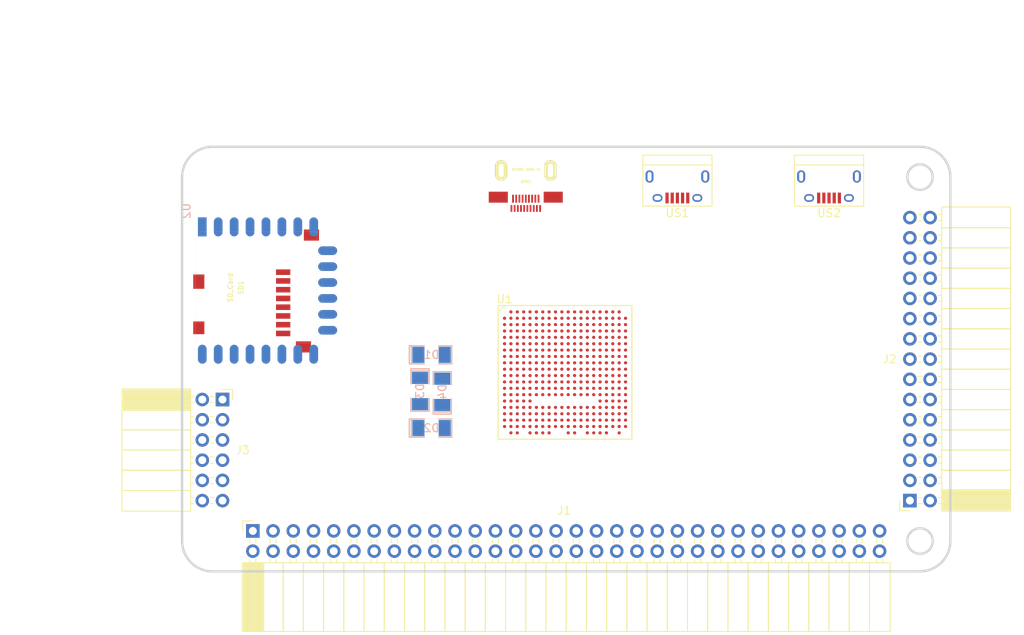
<source format=kicad_pcb>
(kicad_pcb (version 4) (host pcbnew 4.0.5+dfsg1-4)

  (general
    (links 200)
    (no_connects 199)
    (area 87.599999 56.189999 184.420001 109.830001)
    (thickness 1.6)
    (drawings 20)
    (tracks 0)
    (zones 0)
    (modules 13)
    (nets 44)
  )

  (page A4)
  (layers
    (0 F.Cu signal)
    (1 In1.Cu signal)
    (2 In2.Cu signal)
    (31 B.Cu signal)
    (32 B.Adhes user)
    (33 F.Adhes user)
    (34 B.Paste user)
    (35 F.Paste user)
    (36 B.SilkS user)
    (37 F.SilkS user)
    (38 B.Mask user)
    (39 F.Mask user)
    (40 Dwgs.User user)
    (41 Cmts.User user)
    (42 Eco1.User user)
    (43 Eco2.User user)
    (44 Edge.Cuts user)
    (45 Margin user)
    (46 B.CrtYd user)
    (47 F.CrtYd user)
    (48 B.Fab user)
    (49 F.Fab user)
  )

  (setup
    (last_trace_width 0.25)
    (trace_clearance 0.2)
    (zone_clearance 0.508)
    (zone_45_only no)
    (trace_min 0.2)
    (segment_width 0.2)
    (edge_width 0.3)
    (via_size 0.6)
    (via_drill 0.4)
    (via_min_size 0.4)
    (via_min_drill 0.3)
    (uvia_size 0.3)
    (uvia_drill 0.1)
    (uvias_allowed yes)
    (uvia_min_size 0.2)
    (uvia_min_drill 0.1)
    (pcb_text_width 0.3)
    (pcb_text_size 1.5 1.5)
    (mod_edge_width 0.15)
    (mod_text_size 1 1)
    (mod_text_width 0.15)
    (pad_size 1.524 1.524)
    (pad_drill 0.762)
    (pad_to_mask_clearance 0.2)
    (aux_axis_origin 82.67 62.69)
    (grid_origin 86.48 79.2)
    (visible_elements 7FFFF7FF)
    (pcbplotparams
      (layerselection 0x00030_80000001)
      (usegerberextensions false)
      (excludeedgelayer true)
      (linewidth 0.100000)
      (plotframeref false)
      (viasonmask false)
      (mode 1)
      (useauxorigin false)
      (hpglpennumber 1)
      (hpglpenspeed 20)
      (hpglpendiameter 15)
      (hpglpenoverlay 2)
      (psnegative false)
      (psa4output false)
      (plotreference true)
      (plotvalue true)
      (plotinvisibletext false)
      (padsonsilk false)
      (subtractmaskfromsilk false)
      (outputformat 1)
      (mirror false)
      (drillshape 1)
      (scaleselection 1)
      (outputdirectory ""))
  )

  (net 0 "")
  (net 1 GND)
  (net 2 VCC)
  (net 3 /TDI)
  (net 4 /TCK)
  (net 5 /TMS)
  (net 6 /TDO)
  (net 7 +5V)
  (net 8 /USB5V)
  (net 9 "Net-(D4-Pad1)")
  (net 10 /gpio/IN5V)
  (net 11 /gpio/OUT5V)
  (net 12 /gpio/P5)
  (net 13 /gpio/P6)
  (net 14 /gpio/P7)
  (net 15 /gpio/P8)
  (net 16 /gpio/P11)
  (net 17 /gpio/P12)
  (net 18 /gpio/P13)
  (net 19 /gpio/P14)
  (net 20 /gpio/P17)
  (net 21 /gpio/P18)
  (net 22 /gpio/P19)
  (net 23 /gpio/P20)
  (net 24 /gpio/P21)
  (net 25 /gpio/P22)
  (net 26 /gpio/P23)
  (net 27 /gpio/P24)
  (net 28 /gpio/P25)
  (net 29 /gpio/P26)
  (net 30 /gpio/P27)
  (net 31 /gpio/P28)
  (net 32 /gpio/P29)
  (net 33 /gpio/P30)
  (net 34 /SD_3)
  (net 35 /MTMS)
  (net 36 /MTCK)
  (net 37 /MTDO)
  (net 38 /MTDI)
  (net 39 /gpio/P9)
  (net 40 /gpio/P10)
  (net 41 "Net-(GPDI1-PadSHD)")
  (net 42 "Net-(US1-Pad6)")
  (net 43 "Net-(US2-Pad6)")

  (net_class Default "This is the default net class."
    (clearance 0.2)
    (trace_width 0.25)
    (via_dia 0.6)
    (via_drill 0.4)
    (uvia_dia 0.3)
    (uvia_drill 0.1)
    (add_net +5V)
    (add_net /MTCK)
    (add_net /MTDI)
    (add_net /MTDO)
    (add_net /MTMS)
    (add_net /SD_3)
    (add_net /TCK)
    (add_net /TDI)
    (add_net /TDO)
    (add_net /TMS)
    (add_net /USB5V)
    (add_net /gpio/IN5V)
    (add_net /gpio/OUT5V)
    (add_net /gpio/P10)
    (add_net /gpio/P11)
    (add_net /gpio/P12)
    (add_net /gpio/P13)
    (add_net /gpio/P14)
    (add_net /gpio/P17)
    (add_net /gpio/P18)
    (add_net /gpio/P19)
    (add_net /gpio/P20)
    (add_net /gpio/P21)
    (add_net /gpio/P22)
    (add_net /gpio/P23)
    (add_net /gpio/P24)
    (add_net /gpio/P25)
    (add_net /gpio/P26)
    (add_net /gpio/P27)
    (add_net /gpio/P28)
    (add_net /gpio/P29)
    (add_net /gpio/P30)
    (add_net /gpio/P5)
    (add_net /gpio/P6)
    (add_net /gpio/P7)
    (add_net /gpio/P8)
    (add_net /gpio/P9)
    (add_net "Net-(D4-Pad1)")
    (add_net "Net-(GPDI1-PadSHD)")
    (add_net "Net-(US1-Pad6)")
    (add_net "Net-(US2-Pad6)")
    (add_net VCC)
  )

  (net_class BGA ""
    (clearance 0.1)
    (trace_width 0.2)
    (via_dia 0.6)
    (via_drill 0.4)
    (uvia_dia 0.3)
    (uvia_drill 0.1)
    (add_net GND)
  )

  (module Socket_Strips:Socket_Strip_Angled_2x15_Pitch2.54mm (layer F.Cu) (tedit 58CD5449) (tstamp 58D3A9BD)
    (at 179.19 100.79 180)
    (descr "Through hole angled socket strip, 2x15, 2.54mm pitch, 8.51mm socket length, double rows")
    (tags "Through hole angled socket strip THT 2x15 2.54mm double row")
    (path /56AC389C/58D3A6D6)
    (fp_text reference J2 (at 2.54 17.78 180) (layer F.SilkS)
      (effects (font (size 1 1) (thickness 0.15)))
    )
    (fp_text value CONN_02X15 (at -9.398 -4.318 180) (layer F.Fab)
      (effects (font (size 1 1) (thickness 0.15)))
    )
    (fp_line (start -4.06 -1.27) (end -4.06 1.27) (layer F.Fab) (width 0.1))
    (fp_line (start -4.06 1.27) (end -12.57 1.27) (layer F.Fab) (width 0.1))
    (fp_line (start -12.57 1.27) (end -12.57 -1.27) (layer F.Fab) (width 0.1))
    (fp_line (start -12.57 -1.27) (end -4.06 -1.27) (layer F.Fab) (width 0.1))
    (fp_line (start 0 -0.32) (end 0 0.32) (layer F.Fab) (width 0.1))
    (fp_line (start 0 0.32) (end -4.06 0.32) (layer F.Fab) (width 0.1))
    (fp_line (start -4.06 0.32) (end -4.06 -0.32) (layer F.Fab) (width 0.1))
    (fp_line (start -4.06 -0.32) (end 0 -0.32) (layer F.Fab) (width 0.1))
    (fp_line (start -4.06 1.27) (end -4.06 3.81) (layer F.Fab) (width 0.1))
    (fp_line (start -4.06 3.81) (end -12.57 3.81) (layer F.Fab) (width 0.1))
    (fp_line (start -12.57 3.81) (end -12.57 1.27) (layer F.Fab) (width 0.1))
    (fp_line (start -12.57 1.27) (end -4.06 1.27) (layer F.Fab) (width 0.1))
    (fp_line (start 0 2.22) (end 0 2.86) (layer F.Fab) (width 0.1))
    (fp_line (start 0 2.86) (end -4.06 2.86) (layer F.Fab) (width 0.1))
    (fp_line (start -4.06 2.86) (end -4.06 2.22) (layer F.Fab) (width 0.1))
    (fp_line (start -4.06 2.22) (end 0 2.22) (layer F.Fab) (width 0.1))
    (fp_line (start -4.06 3.81) (end -4.06 6.35) (layer F.Fab) (width 0.1))
    (fp_line (start -4.06 6.35) (end -12.57 6.35) (layer F.Fab) (width 0.1))
    (fp_line (start -12.57 6.35) (end -12.57 3.81) (layer F.Fab) (width 0.1))
    (fp_line (start -12.57 3.81) (end -4.06 3.81) (layer F.Fab) (width 0.1))
    (fp_line (start 0 4.76) (end 0 5.4) (layer F.Fab) (width 0.1))
    (fp_line (start 0 5.4) (end -4.06 5.4) (layer F.Fab) (width 0.1))
    (fp_line (start -4.06 5.4) (end -4.06 4.76) (layer F.Fab) (width 0.1))
    (fp_line (start -4.06 4.76) (end 0 4.76) (layer F.Fab) (width 0.1))
    (fp_line (start -4.06 6.35) (end -4.06 8.89) (layer F.Fab) (width 0.1))
    (fp_line (start -4.06 8.89) (end -12.57 8.89) (layer F.Fab) (width 0.1))
    (fp_line (start -12.57 8.89) (end -12.57 6.35) (layer F.Fab) (width 0.1))
    (fp_line (start -12.57 6.35) (end -4.06 6.35) (layer F.Fab) (width 0.1))
    (fp_line (start 0 7.3) (end 0 7.94) (layer F.Fab) (width 0.1))
    (fp_line (start 0 7.94) (end -4.06 7.94) (layer F.Fab) (width 0.1))
    (fp_line (start -4.06 7.94) (end -4.06 7.3) (layer F.Fab) (width 0.1))
    (fp_line (start -4.06 7.3) (end 0 7.3) (layer F.Fab) (width 0.1))
    (fp_line (start -4.06 8.89) (end -4.06 11.43) (layer F.Fab) (width 0.1))
    (fp_line (start -4.06 11.43) (end -12.57 11.43) (layer F.Fab) (width 0.1))
    (fp_line (start -12.57 11.43) (end -12.57 8.89) (layer F.Fab) (width 0.1))
    (fp_line (start -12.57 8.89) (end -4.06 8.89) (layer F.Fab) (width 0.1))
    (fp_line (start 0 9.84) (end 0 10.48) (layer F.Fab) (width 0.1))
    (fp_line (start 0 10.48) (end -4.06 10.48) (layer F.Fab) (width 0.1))
    (fp_line (start -4.06 10.48) (end -4.06 9.84) (layer F.Fab) (width 0.1))
    (fp_line (start -4.06 9.84) (end 0 9.84) (layer F.Fab) (width 0.1))
    (fp_line (start -4.06 11.43) (end -4.06 13.97) (layer F.Fab) (width 0.1))
    (fp_line (start -4.06 13.97) (end -12.57 13.97) (layer F.Fab) (width 0.1))
    (fp_line (start -12.57 13.97) (end -12.57 11.43) (layer F.Fab) (width 0.1))
    (fp_line (start -12.57 11.43) (end -4.06 11.43) (layer F.Fab) (width 0.1))
    (fp_line (start 0 12.38) (end 0 13.02) (layer F.Fab) (width 0.1))
    (fp_line (start 0 13.02) (end -4.06 13.02) (layer F.Fab) (width 0.1))
    (fp_line (start -4.06 13.02) (end -4.06 12.38) (layer F.Fab) (width 0.1))
    (fp_line (start -4.06 12.38) (end 0 12.38) (layer F.Fab) (width 0.1))
    (fp_line (start -4.06 13.97) (end -4.06 16.51) (layer F.Fab) (width 0.1))
    (fp_line (start -4.06 16.51) (end -12.57 16.51) (layer F.Fab) (width 0.1))
    (fp_line (start -12.57 16.51) (end -12.57 13.97) (layer F.Fab) (width 0.1))
    (fp_line (start -12.57 13.97) (end -4.06 13.97) (layer F.Fab) (width 0.1))
    (fp_line (start 0 14.92) (end 0 15.56) (layer F.Fab) (width 0.1))
    (fp_line (start 0 15.56) (end -4.06 15.56) (layer F.Fab) (width 0.1))
    (fp_line (start -4.06 15.56) (end -4.06 14.92) (layer F.Fab) (width 0.1))
    (fp_line (start -4.06 14.92) (end 0 14.92) (layer F.Fab) (width 0.1))
    (fp_line (start -4.06 16.51) (end -4.06 19.05) (layer F.Fab) (width 0.1))
    (fp_line (start -4.06 19.05) (end -12.57 19.05) (layer F.Fab) (width 0.1))
    (fp_line (start -12.57 19.05) (end -12.57 16.51) (layer F.Fab) (width 0.1))
    (fp_line (start -12.57 16.51) (end -4.06 16.51) (layer F.Fab) (width 0.1))
    (fp_line (start 0 17.46) (end 0 18.1) (layer F.Fab) (width 0.1))
    (fp_line (start 0 18.1) (end -4.06 18.1) (layer F.Fab) (width 0.1))
    (fp_line (start -4.06 18.1) (end -4.06 17.46) (layer F.Fab) (width 0.1))
    (fp_line (start -4.06 17.46) (end 0 17.46) (layer F.Fab) (width 0.1))
    (fp_line (start -4.06 19.05) (end -4.06 21.59) (layer F.Fab) (width 0.1))
    (fp_line (start -4.06 21.59) (end -12.57 21.59) (layer F.Fab) (width 0.1))
    (fp_line (start -12.57 21.59) (end -12.57 19.05) (layer F.Fab) (width 0.1))
    (fp_line (start -12.57 19.05) (end -4.06 19.05) (layer F.Fab) (width 0.1))
    (fp_line (start 0 20) (end 0 20.64) (layer F.Fab) (width 0.1))
    (fp_line (start 0 20.64) (end -4.06 20.64) (layer F.Fab) (width 0.1))
    (fp_line (start -4.06 20.64) (end -4.06 20) (layer F.Fab) (width 0.1))
    (fp_line (start -4.06 20) (end 0 20) (layer F.Fab) (width 0.1))
    (fp_line (start -4.06 21.59) (end -4.06 24.13) (layer F.Fab) (width 0.1))
    (fp_line (start -4.06 24.13) (end -12.57 24.13) (layer F.Fab) (width 0.1))
    (fp_line (start -12.57 24.13) (end -12.57 21.59) (layer F.Fab) (width 0.1))
    (fp_line (start -12.57 21.59) (end -4.06 21.59) (layer F.Fab) (width 0.1))
    (fp_line (start 0 22.54) (end 0 23.18) (layer F.Fab) (width 0.1))
    (fp_line (start 0 23.18) (end -4.06 23.18) (layer F.Fab) (width 0.1))
    (fp_line (start -4.06 23.18) (end -4.06 22.54) (layer F.Fab) (width 0.1))
    (fp_line (start -4.06 22.54) (end 0 22.54) (layer F.Fab) (width 0.1))
    (fp_line (start -4.06 24.13) (end -4.06 26.67) (layer F.Fab) (width 0.1))
    (fp_line (start -4.06 26.67) (end -12.57 26.67) (layer F.Fab) (width 0.1))
    (fp_line (start -12.57 26.67) (end -12.57 24.13) (layer F.Fab) (width 0.1))
    (fp_line (start -12.57 24.13) (end -4.06 24.13) (layer F.Fab) (width 0.1))
    (fp_line (start 0 25.08) (end 0 25.72) (layer F.Fab) (width 0.1))
    (fp_line (start 0 25.72) (end -4.06 25.72) (layer F.Fab) (width 0.1))
    (fp_line (start -4.06 25.72) (end -4.06 25.08) (layer F.Fab) (width 0.1))
    (fp_line (start -4.06 25.08) (end 0 25.08) (layer F.Fab) (width 0.1))
    (fp_line (start -4.06 26.67) (end -4.06 29.21) (layer F.Fab) (width 0.1))
    (fp_line (start -4.06 29.21) (end -12.57 29.21) (layer F.Fab) (width 0.1))
    (fp_line (start -12.57 29.21) (end -12.57 26.67) (layer F.Fab) (width 0.1))
    (fp_line (start -12.57 26.67) (end -4.06 26.67) (layer F.Fab) (width 0.1))
    (fp_line (start 0 27.62) (end 0 28.26) (layer F.Fab) (width 0.1))
    (fp_line (start 0 28.26) (end -4.06 28.26) (layer F.Fab) (width 0.1))
    (fp_line (start -4.06 28.26) (end -4.06 27.62) (layer F.Fab) (width 0.1))
    (fp_line (start -4.06 27.62) (end 0 27.62) (layer F.Fab) (width 0.1))
    (fp_line (start -4.06 29.21) (end -4.06 31.75) (layer F.Fab) (width 0.1))
    (fp_line (start -4.06 31.75) (end -12.57 31.75) (layer F.Fab) (width 0.1))
    (fp_line (start -12.57 31.75) (end -12.57 29.21) (layer F.Fab) (width 0.1))
    (fp_line (start -12.57 29.21) (end -4.06 29.21) (layer F.Fab) (width 0.1))
    (fp_line (start 0 30.16) (end 0 30.8) (layer F.Fab) (width 0.1))
    (fp_line (start 0 30.8) (end -4.06 30.8) (layer F.Fab) (width 0.1))
    (fp_line (start -4.06 30.8) (end -4.06 30.16) (layer F.Fab) (width 0.1))
    (fp_line (start -4.06 30.16) (end 0 30.16) (layer F.Fab) (width 0.1))
    (fp_line (start -4.06 31.75) (end -4.06 34.29) (layer F.Fab) (width 0.1))
    (fp_line (start -4.06 34.29) (end -12.57 34.29) (layer F.Fab) (width 0.1))
    (fp_line (start -12.57 34.29) (end -12.57 31.75) (layer F.Fab) (width 0.1))
    (fp_line (start -12.57 31.75) (end -4.06 31.75) (layer F.Fab) (width 0.1))
    (fp_line (start 0 32.7) (end 0 33.34) (layer F.Fab) (width 0.1))
    (fp_line (start 0 33.34) (end -4.06 33.34) (layer F.Fab) (width 0.1))
    (fp_line (start -4.06 33.34) (end -4.06 32.7) (layer F.Fab) (width 0.1))
    (fp_line (start -4.06 32.7) (end 0 32.7) (layer F.Fab) (width 0.1))
    (fp_line (start -4.06 34.29) (end -4.06 36.83) (layer F.Fab) (width 0.1))
    (fp_line (start -4.06 36.83) (end -12.57 36.83) (layer F.Fab) (width 0.1))
    (fp_line (start -12.57 36.83) (end -12.57 34.29) (layer F.Fab) (width 0.1))
    (fp_line (start -12.57 34.29) (end -4.06 34.29) (layer F.Fab) (width 0.1))
    (fp_line (start 0 35.24) (end 0 35.88) (layer F.Fab) (width 0.1))
    (fp_line (start 0 35.88) (end -4.06 35.88) (layer F.Fab) (width 0.1))
    (fp_line (start -4.06 35.88) (end -4.06 35.24) (layer F.Fab) (width 0.1))
    (fp_line (start -4.06 35.24) (end 0 35.24) (layer F.Fab) (width 0.1))
    (fp_line (start -4 -1.33) (end -4 1.27) (layer F.SilkS) (width 0.12))
    (fp_line (start -4 1.27) (end -12.63 1.27) (layer F.SilkS) (width 0.12))
    (fp_line (start -12.63 1.27) (end -12.63 -1.33) (layer F.SilkS) (width 0.12))
    (fp_line (start -12.63 -1.33) (end -4 -1.33) (layer F.SilkS) (width 0.12))
    (fp_line (start -3.57 -0.38) (end -4 -0.38) (layer F.SilkS) (width 0.12))
    (fp_line (start -3.57 0.38) (end -4 0.38) (layer F.SilkS) (width 0.12))
    (fp_line (start -1.03 -0.38) (end -1.51 -0.38) (layer F.SilkS) (width 0.12))
    (fp_line (start -1.03 0.38) (end -1.51 0.38) (layer F.SilkS) (width 0.12))
    (fp_line (start -4 -1.15) (end -12.63 -1.15) (layer F.SilkS) (width 0.12))
    (fp_line (start -4 -1.03) (end -12.63 -1.03) (layer F.SilkS) (width 0.12))
    (fp_line (start -4 -0.91) (end -12.63 -0.91) (layer F.SilkS) (width 0.12))
    (fp_line (start -4 -0.79) (end -12.63 -0.79) (layer F.SilkS) (width 0.12))
    (fp_line (start -4 -0.67) (end -12.63 -0.67) (layer F.SilkS) (width 0.12))
    (fp_line (start -4 -0.55) (end -12.63 -0.55) (layer F.SilkS) (width 0.12))
    (fp_line (start -4 -0.43) (end -12.63 -0.43) (layer F.SilkS) (width 0.12))
    (fp_line (start -4 -0.31) (end -12.63 -0.31) (layer F.SilkS) (width 0.12))
    (fp_line (start -4 -0.19) (end -12.63 -0.19) (layer F.SilkS) (width 0.12))
    (fp_line (start -4 -0.07) (end -12.63 -0.07) (layer F.SilkS) (width 0.12))
    (fp_line (start -4 0.05) (end -12.63 0.05) (layer F.SilkS) (width 0.12))
    (fp_line (start -4 0.17) (end -12.63 0.17) (layer F.SilkS) (width 0.12))
    (fp_line (start -4 0.29) (end -12.63 0.29) (layer F.SilkS) (width 0.12))
    (fp_line (start -4 0.41) (end -12.63 0.41) (layer F.SilkS) (width 0.12))
    (fp_line (start -4 0.53) (end -12.63 0.53) (layer F.SilkS) (width 0.12))
    (fp_line (start -4 0.65) (end -12.63 0.65) (layer F.SilkS) (width 0.12))
    (fp_line (start -4 0.77) (end -12.63 0.77) (layer F.SilkS) (width 0.12))
    (fp_line (start -4 0.89) (end -12.63 0.89) (layer F.SilkS) (width 0.12))
    (fp_line (start -4 1.01) (end -12.63 1.01) (layer F.SilkS) (width 0.12))
    (fp_line (start -4 1.13) (end -12.63 1.13) (layer F.SilkS) (width 0.12))
    (fp_line (start -4 1.25) (end -12.63 1.25) (layer F.SilkS) (width 0.12))
    (fp_line (start -4 1.37) (end -12.63 1.37) (layer F.SilkS) (width 0.12))
    (fp_line (start -4 1.27) (end -4 3.81) (layer F.SilkS) (width 0.12))
    (fp_line (start -4 3.81) (end -12.63 3.81) (layer F.SilkS) (width 0.12))
    (fp_line (start -12.63 3.81) (end -12.63 1.27) (layer F.SilkS) (width 0.12))
    (fp_line (start -12.63 1.27) (end -4 1.27) (layer F.SilkS) (width 0.12))
    (fp_line (start -3.57 2.16) (end -4 2.16) (layer F.SilkS) (width 0.12))
    (fp_line (start -3.57 2.92) (end -4 2.92) (layer F.SilkS) (width 0.12))
    (fp_line (start -1.03 2.16) (end -1.51 2.16) (layer F.SilkS) (width 0.12))
    (fp_line (start -1.03 2.92) (end -1.51 2.92) (layer F.SilkS) (width 0.12))
    (fp_line (start -4 3.81) (end -4 6.35) (layer F.SilkS) (width 0.12))
    (fp_line (start -4 6.35) (end -12.63 6.35) (layer F.SilkS) (width 0.12))
    (fp_line (start -12.63 6.35) (end -12.63 3.81) (layer F.SilkS) (width 0.12))
    (fp_line (start -12.63 3.81) (end -4 3.81) (layer F.SilkS) (width 0.12))
    (fp_line (start -3.57 4.7) (end -4 4.7) (layer F.SilkS) (width 0.12))
    (fp_line (start -3.57 5.46) (end -4 5.46) (layer F.SilkS) (width 0.12))
    (fp_line (start -1.03 4.7) (end -1.51 4.7) (layer F.SilkS) (width 0.12))
    (fp_line (start -1.03 5.46) (end -1.51 5.46) (layer F.SilkS) (width 0.12))
    (fp_line (start -4 6.35) (end -4 8.89) (layer F.SilkS) (width 0.12))
    (fp_line (start -4 8.89) (end -12.63 8.89) (layer F.SilkS) (width 0.12))
    (fp_line (start -12.63 8.89) (end -12.63 6.35) (layer F.SilkS) (width 0.12))
    (fp_line (start -12.63 6.35) (end -4 6.35) (layer F.SilkS) (width 0.12))
    (fp_line (start -3.57 7.24) (end -4 7.24) (layer F.SilkS) (width 0.12))
    (fp_line (start -3.57 8) (end -4 8) (layer F.SilkS) (width 0.12))
    (fp_line (start -1.03 7.24) (end -1.51 7.24) (layer F.SilkS) (width 0.12))
    (fp_line (start -1.03 8) (end -1.51 8) (layer F.SilkS) (width 0.12))
    (fp_line (start -4 8.89) (end -4 11.43) (layer F.SilkS) (width 0.12))
    (fp_line (start -4 11.43) (end -12.63 11.43) (layer F.SilkS) (width 0.12))
    (fp_line (start -12.63 11.43) (end -12.63 8.89) (layer F.SilkS) (width 0.12))
    (fp_line (start -12.63 8.89) (end -4 8.89) (layer F.SilkS) (width 0.12))
    (fp_line (start -3.57 9.78) (end -4 9.78) (layer F.SilkS) (width 0.12))
    (fp_line (start -3.57 10.54) (end -4 10.54) (layer F.SilkS) (width 0.12))
    (fp_line (start -1.03 9.78) (end -1.51 9.78) (layer F.SilkS) (width 0.12))
    (fp_line (start -1.03 10.54) (end -1.51 10.54) (layer F.SilkS) (width 0.12))
    (fp_line (start -4 11.43) (end -4 13.97) (layer F.SilkS) (width 0.12))
    (fp_line (start -4 13.97) (end -12.63 13.97) (layer F.SilkS) (width 0.12))
    (fp_line (start -12.63 13.97) (end -12.63 11.43) (layer F.SilkS) (width 0.12))
    (fp_line (start -12.63 11.43) (end -4 11.43) (layer F.SilkS) (width 0.12))
    (fp_line (start -3.57 12.32) (end -4 12.32) (layer F.SilkS) (width 0.12))
    (fp_line (start -3.57 13.08) (end -4 13.08) (layer F.SilkS) (width 0.12))
    (fp_line (start -1.03 12.32) (end -1.51 12.32) (layer F.SilkS) (width 0.12))
    (fp_line (start -1.03 13.08) (end -1.51 13.08) (layer F.SilkS) (width 0.12))
    (fp_line (start -4 13.97) (end -4 16.51) (layer F.SilkS) (width 0.12))
    (fp_line (start -4 16.51) (end -12.63 16.51) (layer F.SilkS) (width 0.12))
    (fp_line (start -12.63 16.51) (end -12.63 13.97) (layer F.SilkS) (width 0.12))
    (fp_line (start -12.63 13.97) (end -4 13.97) (layer F.SilkS) (width 0.12))
    (fp_line (start -3.57 14.86) (end -4 14.86) (layer F.SilkS) (width 0.12))
    (fp_line (start -3.57 15.62) (end -4 15.62) (layer F.SilkS) (width 0.12))
    (fp_line (start -1.03 14.86) (end -1.51 14.86) (layer F.SilkS) (width 0.12))
    (fp_line (start -1.03 15.62) (end -1.51 15.62) (layer F.SilkS) (width 0.12))
    (fp_line (start -4 16.51) (end -4 19.05) (layer F.SilkS) (width 0.12))
    (fp_line (start -4 19.05) (end -12.63 19.05) (layer F.SilkS) (width 0.12))
    (fp_line (start -12.63 19.05) (end -12.63 16.51) (layer F.SilkS) (width 0.12))
    (fp_line (start -12.63 16.51) (end -4 16.51) (layer F.SilkS) (width 0.12))
    (fp_line (start -3.57 17.4) (end -4 17.4) (layer F.SilkS) (width 0.12))
    (fp_line (start -3.57 18.16) (end -4 18.16) (layer F.SilkS) (width 0.12))
    (fp_line (start -1.03 17.4) (end -1.51 17.4) (layer F.SilkS) (width 0.12))
    (fp_line (start -1.03 18.16) (end -1.51 18.16) (layer F.SilkS) (width 0.12))
    (fp_line (start -4 19.05) (end -4 21.59) (layer F.SilkS) (width 0.12))
    (fp_line (start -4 21.59) (end -12.63 21.59) (layer F.SilkS) (width 0.12))
    (fp_line (start -12.63 21.59) (end -12.63 19.05) (layer F.SilkS) (width 0.12))
    (fp_line (start -12.63 19.05) (end -4 19.05) (layer F.SilkS) (width 0.12))
    (fp_line (start -3.57 19.94) (end -4 19.94) (layer F.SilkS) (width 0.12))
    (fp_line (start -3.57 20.7) (end -4 20.7) (layer F.SilkS) (width 0.12))
    (fp_line (start -1.03 19.94) (end -1.51 19.94) (layer F.SilkS) (width 0.12))
    (fp_line (start -1.03 20.7) (end -1.51 20.7) (layer F.SilkS) (width 0.12))
    (fp_line (start -4 21.59) (end -4 24.13) (layer F.SilkS) (width 0.12))
    (fp_line (start -4 24.13) (end -12.63 24.13) (layer F.SilkS) (width 0.12))
    (fp_line (start -12.63 24.13) (end -12.63 21.59) (layer F.SilkS) (width 0.12))
    (fp_line (start -12.63 21.59) (end -4 21.59) (layer F.SilkS) (width 0.12))
    (fp_line (start -3.57 22.48) (end -4 22.48) (layer F.SilkS) (width 0.12))
    (fp_line (start -3.57 23.24) (end -4 23.24) (layer F.SilkS) (width 0.12))
    (fp_line (start -1.03 22.48) (end -1.51 22.48) (layer F.SilkS) (width 0.12))
    (fp_line (start -1.03 23.24) (end -1.51 23.24) (layer F.SilkS) (width 0.12))
    (fp_line (start -4 24.13) (end -4 26.67) (layer F.SilkS) (width 0.12))
    (fp_line (start -4 26.67) (end -12.63 26.67) (layer F.SilkS) (width 0.12))
    (fp_line (start -12.63 26.67) (end -12.63 24.13) (layer F.SilkS) (width 0.12))
    (fp_line (start -12.63 24.13) (end -4 24.13) (layer F.SilkS) (width 0.12))
    (fp_line (start -3.57 25.02) (end -4 25.02) (layer F.SilkS) (width 0.12))
    (fp_line (start -3.57 25.78) (end -4 25.78) (layer F.SilkS) (width 0.12))
    (fp_line (start -1.03 25.02) (end -1.51 25.02) (layer F.SilkS) (width 0.12))
    (fp_line (start -1.03 25.78) (end -1.51 25.78) (layer F.SilkS) (width 0.12))
    (fp_line (start -4 26.67) (end -4 29.21) (layer F.SilkS) (width 0.12))
    (fp_line (start -4 29.21) (end -12.63 29.21) (layer F.SilkS) (width 0.12))
    (fp_line (start -12.63 29.21) (end -12.63 26.67) (layer F.SilkS) (width 0.12))
    (fp_line (start -12.63 26.67) (end -4 26.67) (layer F.SilkS) (width 0.12))
    (fp_line (start -3.57 27.56) (end -4 27.56) (layer F.SilkS) (width 0.12))
    (fp_line (start -3.57 28.32) (end -4 28.32) (layer F.SilkS) (width 0.12))
    (fp_line (start -1.03 27.56) (end -1.51 27.56) (layer F.SilkS) (width 0.12))
    (fp_line (start -1.03 28.32) (end -1.51 28.32) (layer F.SilkS) (width 0.12))
    (fp_line (start -4 29.21) (end -4 31.75) (layer F.SilkS) (width 0.12))
    (fp_line (start -4 31.75) (end -12.63 31.75) (layer F.SilkS) (width 0.12))
    (fp_line (start -12.63 31.75) (end -12.63 29.21) (layer F.SilkS) (width 0.12))
    (fp_line (start -12.63 29.21) (end -4 29.21) (layer F.SilkS) (width 0.12))
    (fp_line (start -3.57 30.1) (end -4 30.1) (layer F.SilkS) (width 0.12))
    (fp_line (start -3.57 30.86) (end -4 30.86) (layer F.SilkS) (width 0.12))
    (fp_line (start -1.03 30.1) (end -1.51 30.1) (layer F.SilkS) (width 0.12))
    (fp_line (start -1.03 30.86) (end -1.51 30.86) (layer F.SilkS) (width 0.12))
    (fp_line (start -4 31.75) (end -4 34.29) (layer F.SilkS) (width 0.12))
    (fp_line (start -4 34.29) (end -12.63 34.29) (layer F.SilkS) (width 0.12))
    (fp_line (start -12.63 34.29) (end -12.63 31.75) (layer F.SilkS) (width 0.12))
    (fp_line (start -12.63 31.75) (end -4 31.75) (layer F.SilkS) (width 0.12))
    (fp_line (start -3.57 32.64) (end -4 32.64) (layer F.SilkS) (width 0.12))
    (fp_line (start -3.57 33.4) (end -4 33.4) (layer F.SilkS) (width 0.12))
    (fp_line (start -1.03 32.64) (end -1.51 32.64) (layer F.SilkS) (width 0.12))
    (fp_line (start -1.03 33.4) (end -1.51 33.4) (layer F.SilkS) (width 0.12))
    (fp_line (start -4 34.29) (end -4 36.89) (layer F.SilkS) (width 0.12))
    (fp_line (start -4 36.89) (end -12.63 36.89) (layer F.SilkS) (width 0.12))
    (fp_line (start -12.63 36.89) (end -12.63 34.29) (layer F.SilkS) (width 0.12))
    (fp_line (start -12.63 34.29) (end -4 34.29) (layer F.SilkS) (width 0.12))
    (fp_line (start -3.57 35.18) (end -4 35.18) (layer F.SilkS) (width 0.12))
    (fp_line (start -3.57 35.94) (end -4 35.94) (layer F.SilkS) (width 0.12))
    (fp_line (start -1.03 35.18) (end -1.51 35.18) (layer F.SilkS) (width 0.12))
    (fp_line (start -1.03 35.94) (end -1.51 35.94) (layer F.SilkS) (width 0.12))
    (fp_line (start 0 -1.27) (end 1.27 -1.27) (layer F.SilkS) (width 0.12))
    (fp_line (start 1.27 -1.27) (end 1.27 0) (layer F.SilkS) (width 0.12))
    (fp_line (start 1.8 -1.8) (end 1.8 37.35) (layer F.CrtYd) (width 0.05))
    (fp_line (start 1.8 37.35) (end -13.1 37.35) (layer F.CrtYd) (width 0.05))
    (fp_line (start -13.1 37.35) (end -13.1 -1.8) (layer F.CrtYd) (width 0.05))
    (fp_line (start -13.1 -1.8) (end 1.8 -1.8) (layer F.CrtYd) (width 0.05))
    (fp_text user %R (at 2.54 17.78 180) (layer F.Fab)
      (effects (font (size 1 1) (thickness 0.15)))
    )
    (pad 1 thru_hole rect (at 0 0 180) (size 1.7 1.7) (drill 1) (layers *.Cu *.Mask)
      (net 2 VCC))
    (pad 2 thru_hole oval (at -2.54 0 180) (size 1.7 1.7) (drill 1) (layers *.Cu *.Mask)
      (net 2 VCC))
    (pad 3 thru_hole oval (at 0 2.54 180) (size 1.7 1.7) (drill 1) (layers *.Cu *.Mask)
      (net 1 GND))
    (pad 4 thru_hole oval (at -2.54 2.54 180) (size 1.7 1.7) (drill 1) (layers *.Cu *.Mask)
      (net 1 GND))
    (pad 5 thru_hole oval (at 0 5.08 180) (size 1.7 1.7) (drill 1) (layers *.Cu *.Mask))
    (pad 6 thru_hole oval (at -2.54 5.08 180) (size 1.7 1.7) (drill 1) (layers *.Cu *.Mask))
    (pad 7 thru_hole oval (at 0 7.62 180) (size 1.7 1.7) (drill 1) (layers *.Cu *.Mask))
    (pad 8 thru_hole oval (at -2.54 7.62 180) (size 1.7 1.7) (drill 1) (layers *.Cu *.Mask))
    (pad 9 thru_hole oval (at 0 10.16 180) (size 1.7 1.7) (drill 1) (layers *.Cu *.Mask))
    (pad 10 thru_hole oval (at -2.54 10.16 180) (size 1.7 1.7) (drill 1) (layers *.Cu *.Mask))
    (pad 11 thru_hole oval (at 0 12.7 180) (size 1.7 1.7) (drill 1) (layers *.Cu *.Mask))
    (pad 12 thru_hole oval (at -2.54 12.7 180) (size 1.7 1.7) (drill 1) (layers *.Cu *.Mask))
    (pad 13 thru_hole oval (at 0 15.24 180) (size 1.7 1.7) (drill 1) (layers *.Cu *.Mask))
    (pad 14 thru_hole oval (at -2.54 15.24 180) (size 1.7 1.7) (drill 1) (layers *.Cu *.Mask))
    (pad 15 thru_hole oval (at 0 17.78 180) (size 1.7 1.7) (drill 1) (layers *.Cu *.Mask))
    (pad 16 thru_hole oval (at -2.54 17.78 180) (size 1.7 1.7) (drill 1) (layers *.Cu *.Mask))
    (pad 17 thru_hole oval (at 0 20.32 180) (size 1.7 1.7) (drill 1) (layers *.Cu *.Mask))
    (pad 18 thru_hole oval (at -2.54 20.32 180) (size 1.7 1.7) (drill 1) (layers *.Cu *.Mask))
    (pad 19 thru_hole oval (at 0 22.86 180) (size 1.7 1.7) (drill 1) (layers *.Cu *.Mask)
      (net 2 VCC))
    (pad 20 thru_hole oval (at -2.54 22.86 180) (size 1.7 1.7) (drill 1) (layers *.Cu *.Mask)
      (net 2 VCC))
    (pad 21 thru_hole oval (at 0 25.4 180) (size 1.7 1.7) (drill 1) (layers *.Cu *.Mask)
      (net 1 GND))
    (pad 22 thru_hole oval (at -2.54 25.4 180) (size 1.7 1.7) (drill 1) (layers *.Cu *.Mask)
      (net 1 GND))
    (pad 23 thru_hole oval (at 0 27.94 180) (size 1.7 1.7) (drill 1) (layers *.Cu *.Mask))
    (pad 24 thru_hole oval (at -2.54 27.94 180) (size 1.7 1.7) (drill 1) (layers *.Cu *.Mask))
    (pad 25 thru_hole oval (at 0 30.48 180) (size 1.7 1.7) (drill 1) (layers *.Cu *.Mask))
    (pad 26 thru_hole oval (at -2.54 30.48 180) (size 1.7 1.7) (drill 1) (layers *.Cu *.Mask))
    (pad 27 thru_hole oval (at 0 33.02 180) (size 1.7 1.7) (drill 1) (layers *.Cu *.Mask))
    (pad 28 thru_hole oval (at -2.54 33.02 180) (size 1.7 1.7) (drill 1) (layers *.Cu *.Mask))
    (pad 29 thru_hole oval (at 0 35.56 180) (size 1.7 1.7) (drill 1) (layers *.Cu *.Mask))
    (pad 30 thru_hole oval (at -2.54 35.56 180) (size 1.7 1.7) (drill 1) (layers *.Cu *.Mask))
    (model ${KISYS3DMOD}/Socket_Strips.3dshapes/Socket_Strip_Angled_2x15_Pitch2.54mm.wrl
      (at (xyz -0.05 -0.7 0))
      (scale (xyz 1 1 1))
      (rotate (xyz 0 0 270))
    )
  )

  (module Socket_Strips:Socket_Strip_Angled_2x06_Pitch2.54mm (layer F.Cu) (tedit 58CD5449) (tstamp 58D3EF7F)
    (at 92.83 88.09)
    (descr "Through hole angled socket strip, 2x06, 2.54mm pitch, 8.51mm socket length, double rows")
    (tags "Through hole angled socket strip THT 2x06 2.54mm double row")
    (path /58D3C869)
    (fp_text reference J3 (at 2.54 6.35) (layer F.SilkS)
      (effects (font (size 1 1) (thickness 0.15)))
    )
    (fp_text value CONN_02X06 (at -5.65 14.97) (layer F.Fab)
      (effects (font (size 1 1) (thickness 0.15)))
    )
    (fp_line (start -4.06 -1.27) (end -4.06 1.27) (layer F.Fab) (width 0.1))
    (fp_line (start -4.06 1.27) (end -12.57 1.27) (layer F.Fab) (width 0.1))
    (fp_line (start -12.57 1.27) (end -12.57 -1.27) (layer F.Fab) (width 0.1))
    (fp_line (start -12.57 -1.27) (end -4.06 -1.27) (layer F.Fab) (width 0.1))
    (fp_line (start 0 -0.32) (end 0 0.32) (layer F.Fab) (width 0.1))
    (fp_line (start 0 0.32) (end -4.06 0.32) (layer F.Fab) (width 0.1))
    (fp_line (start -4.06 0.32) (end -4.06 -0.32) (layer F.Fab) (width 0.1))
    (fp_line (start -4.06 -0.32) (end 0 -0.32) (layer F.Fab) (width 0.1))
    (fp_line (start -4.06 1.27) (end -4.06 3.81) (layer F.Fab) (width 0.1))
    (fp_line (start -4.06 3.81) (end -12.57 3.81) (layer F.Fab) (width 0.1))
    (fp_line (start -12.57 3.81) (end -12.57 1.27) (layer F.Fab) (width 0.1))
    (fp_line (start -12.57 1.27) (end -4.06 1.27) (layer F.Fab) (width 0.1))
    (fp_line (start 0 2.22) (end 0 2.86) (layer F.Fab) (width 0.1))
    (fp_line (start 0 2.86) (end -4.06 2.86) (layer F.Fab) (width 0.1))
    (fp_line (start -4.06 2.86) (end -4.06 2.22) (layer F.Fab) (width 0.1))
    (fp_line (start -4.06 2.22) (end 0 2.22) (layer F.Fab) (width 0.1))
    (fp_line (start -4.06 3.81) (end -4.06 6.35) (layer F.Fab) (width 0.1))
    (fp_line (start -4.06 6.35) (end -12.57 6.35) (layer F.Fab) (width 0.1))
    (fp_line (start -12.57 6.35) (end -12.57 3.81) (layer F.Fab) (width 0.1))
    (fp_line (start -12.57 3.81) (end -4.06 3.81) (layer F.Fab) (width 0.1))
    (fp_line (start 0 4.76) (end 0 5.4) (layer F.Fab) (width 0.1))
    (fp_line (start 0 5.4) (end -4.06 5.4) (layer F.Fab) (width 0.1))
    (fp_line (start -4.06 5.4) (end -4.06 4.76) (layer F.Fab) (width 0.1))
    (fp_line (start -4.06 4.76) (end 0 4.76) (layer F.Fab) (width 0.1))
    (fp_line (start -4.06 6.35) (end -4.06 8.89) (layer F.Fab) (width 0.1))
    (fp_line (start -4.06 8.89) (end -12.57 8.89) (layer F.Fab) (width 0.1))
    (fp_line (start -12.57 8.89) (end -12.57 6.35) (layer F.Fab) (width 0.1))
    (fp_line (start -12.57 6.35) (end -4.06 6.35) (layer F.Fab) (width 0.1))
    (fp_line (start 0 7.3) (end 0 7.94) (layer F.Fab) (width 0.1))
    (fp_line (start 0 7.94) (end -4.06 7.94) (layer F.Fab) (width 0.1))
    (fp_line (start -4.06 7.94) (end -4.06 7.3) (layer F.Fab) (width 0.1))
    (fp_line (start -4.06 7.3) (end 0 7.3) (layer F.Fab) (width 0.1))
    (fp_line (start -4.06 8.89) (end -4.06 11.43) (layer F.Fab) (width 0.1))
    (fp_line (start -4.06 11.43) (end -12.57 11.43) (layer F.Fab) (width 0.1))
    (fp_line (start -12.57 11.43) (end -12.57 8.89) (layer F.Fab) (width 0.1))
    (fp_line (start -12.57 8.89) (end -4.06 8.89) (layer F.Fab) (width 0.1))
    (fp_line (start 0 9.84) (end 0 10.48) (layer F.Fab) (width 0.1))
    (fp_line (start 0 10.48) (end -4.06 10.48) (layer F.Fab) (width 0.1))
    (fp_line (start -4.06 10.48) (end -4.06 9.84) (layer F.Fab) (width 0.1))
    (fp_line (start -4.06 9.84) (end 0 9.84) (layer F.Fab) (width 0.1))
    (fp_line (start -4.06 11.43) (end -4.06 13.97) (layer F.Fab) (width 0.1))
    (fp_line (start -4.06 13.97) (end -12.57 13.97) (layer F.Fab) (width 0.1))
    (fp_line (start -12.57 13.97) (end -12.57 11.43) (layer F.Fab) (width 0.1))
    (fp_line (start -12.57 11.43) (end -4.06 11.43) (layer F.Fab) (width 0.1))
    (fp_line (start 0 12.38) (end 0 13.02) (layer F.Fab) (width 0.1))
    (fp_line (start 0 13.02) (end -4.06 13.02) (layer F.Fab) (width 0.1))
    (fp_line (start -4.06 13.02) (end -4.06 12.38) (layer F.Fab) (width 0.1))
    (fp_line (start -4.06 12.38) (end 0 12.38) (layer F.Fab) (width 0.1))
    (fp_line (start -4 -1.33) (end -4 1.27) (layer F.SilkS) (width 0.12))
    (fp_line (start -4 1.27) (end -12.63 1.27) (layer F.SilkS) (width 0.12))
    (fp_line (start -12.63 1.27) (end -12.63 -1.33) (layer F.SilkS) (width 0.12))
    (fp_line (start -12.63 -1.33) (end -4 -1.33) (layer F.SilkS) (width 0.12))
    (fp_line (start -3.57 -0.38) (end -4 -0.38) (layer F.SilkS) (width 0.12))
    (fp_line (start -3.57 0.38) (end -4 0.38) (layer F.SilkS) (width 0.12))
    (fp_line (start -1.03 -0.38) (end -1.51 -0.38) (layer F.SilkS) (width 0.12))
    (fp_line (start -1.03 0.38) (end -1.51 0.38) (layer F.SilkS) (width 0.12))
    (fp_line (start -4 -1.15) (end -12.63 -1.15) (layer F.SilkS) (width 0.12))
    (fp_line (start -4 -1.03) (end -12.63 -1.03) (layer F.SilkS) (width 0.12))
    (fp_line (start -4 -0.91) (end -12.63 -0.91) (layer F.SilkS) (width 0.12))
    (fp_line (start -4 -0.79) (end -12.63 -0.79) (layer F.SilkS) (width 0.12))
    (fp_line (start -4 -0.67) (end -12.63 -0.67) (layer F.SilkS) (width 0.12))
    (fp_line (start -4 -0.55) (end -12.63 -0.55) (layer F.SilkS) (width 0.12))
    (fp_line (start -4 -0.43) (end -12.63 -0.43) (layer F.SilkS) (width 0.12))
    (fp_line (start -4 -0.31) (end -12.63 -0.31) (layer F.SilkS) (width 0.12))
    (fp_line (start -4 -0.19) (end -12.63 -0.19) (layer F.SilkS) (width 0.12))
    (fp_line (start -4 -0.07) (end -12.63 -0.07) (layer F.SilkS) (width 0.12))
    (fp_line (start -4 0.05) (end -12.63 0.05) (layer F.SilkS) (width 0.12))
    (fp_line (start -4 0.17) (end -12.63 0.17) (layer F.SilkS) (width 0.12))
    (fp_line (start -4 0.29) (end -12.63 0.29) (layer F.SilkS) (width 0.12))
    (fp_line (start -4 0.41) (end -12.63 0.41) (layer F.SilkS) (width 0.12))
    (fp_line (start -4 0.53) (end -12.63 0.53) (layer F.SilkS) (width 0.12))
    (fp_line (start -4 0.65) (end -12.63 0.65) (layer F.SilkS) (width 0.12))
    (fp_line (start -4 0.77) (end -12.63 0.77) (layer F.SilkS) (width 0.12))
    (fp_line (start -4 0.89) (end -12.63 0.89) (layer F.SilkS) (width 0.12))
    (fp_line (start -4 1.01) (end -12.63 1.01) (layer F.SilkS) (width 0.12))
    (fp_line (start -4 1.13) (end -12.63 1.13) (layer F.SilkS) (width 0.12))
    (fp_line (start -4 1.25) (end -12.63 1.25) (layer F.SilkS) (width 0.12))
    (fp_line (start -4 1.37) (end -12.63 1.37) (layer F.SilkS) (width 0.12))
    (fp_line (start -4 1.27) (end -4 3.81) (layer F.SilkS) (width 0.12))
    (fp_line (start -4 3.81) (end -12.63 3.81) (layer F.SilkS) (width 0.12))
    (fp_line (start -12.63 3.81) (end -12.63 1.27) (layer F.SilkS) (width 0.12))
    (fp_line (start -12.63 1.27) (end -4 1.27) (layer F.SilkS) (width 0.12))
    (fp_line (start -3.57 2.16) (end -4 2.16) (layer F.SilkS) (width 0.12))
    (fp_line (start -3.57 2.92) (end -4 2.92) (layer F.SilkS) (width 0.12))
    (fp_line (start -1.03 2.16) (end -1.51 2.16) (layer F.SilkS) (width 0.12))
    (fp_line (start -1.03 2.92) (end -1.51 2.92) (layer F.SilkS) (width 0.12))
    (fp_line (start -4 3.81) (end -4 6.35) (layer F.SilkS) (width 0.12))
    (fp_line (start -4 6.35) (end -12.63 6.35) (layer F.SilkS) (width 0.12))
    (fp_line (start -12.63 6.35) (end -12.63 3.81) (layer F.SilkS) (width 0.12))
    (fp_line (start -12.63 3.81) (end -4 3.81) (layer F.SilkS) (width 0.12))
    (fp_line (start -3.57 4.7) (end -4 4.7) (layer F.SilkS) (width 0.12))
    (fp_line (start -3.57 5.46) (end -4 5.46) (layer F.SilkS) (width 0.12))
    (fp_line (start -1.03 4.7) (end -1.51 4.7) (layer F.SilkS) (width 0.12))
    (fp_line (start -1.03 5.46) (end -1.51 5.46) (layer F.SilkS) (width 0.12))
    (fp_line (start -4 6.35) (end -4 8.89) (layer F.SilkS) (width 0.12))
    (fp_line (start -4 8.89) (end -12.63 8.89) (layer F.SilkS) (width 0.12))
    (fp_line (start -12.63 8.89) (end -12.63 6.35) (layer F.SilkS) (width 0.12))
    (fp_line (start -12.63 6.35) (end -4 6.35) (layer F.SilkS) (width 0.12))
    (fp_line (start -3.57 7.24) (end -4 7.24) (layer F.SilkS) (width 0.12))
    (fp_line (start -3.57 8) (end -4 8) (layer F.SilkS) (width 0.12))
    (fp_line (start -1.03 7.24) (end -1.51 7.24) (layer F.SilkS) (width 0.12))
    (fp_line (start -1.03 8) (end -1.51 8) (layer F.SilkS) (width 0.12))
    (fp_line (start -4 8.89) (end -4 11.43) (layer F.SilkS) (width 0.12))
    (fp_line (start -4 11.43) (end -12.63 11.43) (layer F.SilkS) (width 0.12))
    (fp_line (start -12.63 11.43) (end -12.63 8.89) (layer F.SilkS) (width 0.12))
    (fp_line (start -12.63 8.89) (end -4 8.89) (layer F.SilkS) (width 0.12))
    (fp_line (start -3.57 9.78) (end -4 9.78) (layer F.SilkS) (width 0.12))
    (fp_line (start -3.57 10.54) (end -4 10.54) (layer F.SilkS) (width 0.12))
    (fp_line (start -1.03 9.78) (end -1.51 9.78) (layer F.SilkS) (width 0.12))
    (fp_line (start -1.03 10.54) (end -1.51 10.54) (layer F.SilkS) (width 0.12))
    (fp_line (start -4 11.43) (end -4 14.03) (layer F.SilkS) (width 0.12))
    (fp_line (start -4 14.03) (end -12.63 14.03) (layer F.SilkS) (width 0.12))
    (fp_line (start -12.63 14.03) (end -12.63 11.43) (layer F.SilkS) (width 0.12))
    (fp_line (start -12.63 11.43) (end -4 11.43) (layer F.SilkS) (width 0.12))
    (fp_line (start -3.57 12.32) (end -4 12.32) (layer F.SilkS) (width 0.12))
    (fp_line (start -3.57 13.08) (end -4 13.08) (layer F.SilkS) (width 0.12))
    (fp_line (start -1.03 12.32) (end -1.51 12.32) (layer F.SilkS) (width 0.12))
    (fp_line (start -1.03 13.08) (end -1.51 13.08) (layer F.SilkS) (width 0.12))
    (fp_line (start 0 -1.27) (end 1.27 -1.27) (layer F.SilkS) (width 0.12))
    (fp_line (start 1.27 -1.27) (end 1.27 0) (layer F.SilkS) (width 0.12))
    (fp_line (start 1.8 -1.8) (end 1.8 14.5) (layer F.CrtYd) (width 0.05))
    (fp_line (start 1.8 14.5) (end -13.1 14.5) (layer F.CrtYd) (width 0.05))
    (fp_line (start -13.1 14.5) (end -13.1 -1.8) (layer F.CrtYd) (width 0.05))
    (fp_line (start -13.1 -1.8) (end 1.8 -1.8) (layer F.CrtYd) (width 0.05))
    (fp_text user %R (at -5.65 -2.27) (layer F.Fab)
      (effects (font (size 1 1) (thickness 0.15)))
    )
    (pad 1 thru_hole rect (at 0 0) (size 1.7 1.7) (drill 1) (layers *.Cu *.Mask))
    (pad 2 thru_hole oval (at -2.54 0) (size 1.7 1.7) (drill 1) (layers *.Cu *.Mask))
    (pad 3 thru_hole oval (at 0 2.54) (size 1.7 1.7) (drill 1) (layers *.Cu *.Mask))
    (pad 4 thru_hole oval (at -2.54 2.54) (size 1.7 1.7) (drill 1) (layers *.Cu *.Mask))
    (pad 5 thru_hole oval (at 0 5.08) (size 1.7 1.7) (drill 1) (layers *.Cu *.Mask))
    (pad 6 thru_hole oval (at -2.54 5.08) (size 1.7 1.7) (drill 1) (layers *.Cu *.Mask))
    (pad 7 thru_hole oval (at 0 7.62) (size 1.7 1.7) (drill 1) (layers *.Cu *.Mask))
    (pad 8 thru_hole oval (at -2.54 7.62) (size 1.7 1.7) (drill 1) (layers *.Cu *.Mask))
    (pad 9 thru_hole oval (at 0 10.16) (size 1.7 1.7) (drill 1) (layers *.Cu *.Mask))
    (pad 10 thru_hole oval (at -2.54 10.16) (size 1.7 1.7) (drill 1) (layers *.Cu *.Mask))
    (pad 11 thru_hole oval (at 0 12.7) (size 1.7 1.7) (drill 1) (layers *.Cu *.Mask))
    (pad 12 thru_hole oval (at -2.54 12.7) (size 1.7 1.7) (drill 1) (layers *.Cu *.Mask))
    (model ${KISYS3DMOD}/Socket_Strips.3dshapes/Socket_Strip_Angled_2x06_Pitch2.54mm.wrl
      (at (xyz -0.05 -0.25 0))
      (scale (xyz 1 1 1))
      (rotate (xyz 0 0 270))
    )
  )

  (module SMD_Packages:SMD-1206_Pol (layer B.Cu) (tedit 0) (tstamp 56AA106E)
    (at 119.093 91.676)
    (path /56AC389C/56AC4846)
    (attr smd)
    (fp_text reference D2 (at 0 0) (layer B.SilkS)
      (effects (font (size 1 1) (thickness 0.15)) (justify mirror))
    )
    (fp_text value 2A (at 0 0) (layer B.Fab)
      (effects (font (size 1 1) (thickness 0.15)) (justify mirror))
    )
    (fp_line (start -2.54 1.143) (end -2.794 1.143) (layer B.SilkS) (width 0.15))
    (fp_line (start -2.794 1.143) (end -2.794 -1.143) (layer B.SilkS) (width 0.15))
    (fp_line (start -2.794 -1.143) (end -2.54 -1.143) (layer B.SilkS) (width 0.15))
    (fp_line (start -2.54 1.143) (end -2.54 -1.143) (layer B.SilkS) (width 0.15))
    (fp_line (start -2.54 -1.143) (end -0.889 -1.143) (layer B.SilkS) (width 0.15))
    (fp_line (start 0.889 1.143) (end 2.54 1.143) (layer B.SilkS) (width 0.15))
    (fp_line (start 2.54 1.143) (end 2.54 -1.143) (layer B.SilkS) (width 0.15))
    (fp_line (start 2.54 -1.143) (end 0.889 -1.143) (layer B.SilkS) (width 0.15))
    (fp_line (start -0.889 1.143) (end -2.54 1.143) (layer B.SilkS) (width 0.15))
    (pad 1 smd rect (at -1.651 0) (size 1.524 2.032) (layers B.Cu B.Paste B.Mask)
      (net 11 /gpio/OUT5V))
    (pad 2 smd rect (at 1.651 0) (size 1.524 2.032) (layers B.Cu B.Paste B.Mask))
    (model SMD_Packages.3dshapes/SMD-1206_Pol.wrl
      (at (xyz 0 0 0))
      (scale (xyz 0.17 0.16 0.16))
      (rotate (xyz 0 0 0))
    )
  )

  (module SMD_Packages:SMD-1206_Pol (layer B.Cu) (tedit 0) (tstamp 56AA1068)
    (at 119.093 82.476)
    (path /56AC389C/56AC483B)
    (attr smd)
    (fp_text reference D1 (at 0 0) (layer B.SilkS)
      (effects (font (size 1 1) (thickness 0.15)) (justify mirror))
    )
    (fp_text value 2A (at 0 0) (layer B.Fab)
      (effects (font (size 1 1) (thickness 0.15)) (justify mirror))
    )
    (fp_line (start -2.54 1.143) (end -2.794 1.143) (layer B.SilkS) (width 0.15))
    (fp_line (start -2.794 1.143) (end -2.794 -1.143) (layer B.SilkS) (width 0.15))
    (fp_line (start -2.794 -1.143) (end -2.54 -1.143) (layer B.SilkS) (width 0.15))
    (fp_line (start -2.54 1.143) (end -2.54 -1.143) (layer B.SilkS) (width 0.15))
    (fp_line (start -2.54 -1.143) (end -0.889 -1.143) (layer B.SilkS) (width 0.15))
    (fp_line (start 0.889 1.143) (end 2.54 1.143) (layer B.SilkS) (width 0.15))
    (fp_line (start 2.54 1.143) (end 2.54 -1.143) (layer B.SilkS) (width 0.15))
    (fp_line (start 2.54 -1.143) (end 0.889 -1.143) (layer B.SilkS) (width 0.15))
    (fp_line (start -0.889 1.143) (end -2.54 1.143) (layer B.SilkS) (width 0.15))
    (pad 1 smd rect (at -1.651 0) (size 1.524 2.032) (layers B.Cu B.Paste B.Mask)
      (net 7 +5V))
    (pad 2 smd rect (at 1.651 0) (size 1.524 2.032) (layers B.Cu B.Paste B.Mask)
      (net 10 /gpio/IN5V))
    (model SMD_Packages.3dshapes/SMD-1206_Pol.wrl
      (at (xyz 0 0 0))
      (scale (xyz 0.17 0.16 0.16))
      (rotate (xyz 0 0 0))
    )
  )

  (module lfe5bg381:BGA-381_pitch0.8mm_dia0.4mm (layer F.Cu) (tedit 56A8C998) (tstamp 56AA0CD9)
    (at 135.864 84.68)
    (path /56AA9804)
    (attr smd)
    (fp_text reference U1 (at -7.6 -9.2) (layer F.SilkS)
      (effects (font (size 1 1) (thickness 0.15)))
    )
    (fp_text value LFE5-BG381 (at 2 -9.2) (layer F.Fab)
      (effects (font (size 1 1) (thickness 0.15)))
    )
    (fp_line (start -8.4 8.4) (end 8.4 8.4) (layer F.SilkS) (width 0.15))
    (fp_line (start 8.4 8.4) (end 8.4 -8.4) (layer F.SilkS) (width 0.15))
    (fp_line (start 8.4 -8.4) (end -8.4 -8.4) (layer F.SilkS) (width 0.15))
    (fp_line (start -8.4 -8.4) (end -8.4 8.4) (layer F.SilkS) (width 0.15))
    (fp_line (start -7.6 -8.4) (end -8.4 -7.6) (layer F.SilkS) (width 0.15))
    (pad A2 smd circle (at -6.8 -7.6) (size 0.4 0.4) (layers F.Cu F.Paste F.Mask))
    (pad A3 smd circle (at -6 -7.6) (size 0.4 0.4) (layers F.Cu F.Paste F.Mask))
    (pad A4 smd circle (at -5.2 -7.6) (size 0.4 0.4) (layers F.Cu F.Paste F.Mask))
    (pad A5 smd circle (at -4.4 -7.6) (size 0.4 0.4) (layers F.Cu F.Paste F.Mask))
    (pad A6 smd circle (at -3.6 -7.6) (size 0.4 0.4) (layers F.Cu F.Paste F.Mask)
      (net 33 /gpio/P30))
    (pad A7 smd circle (at -2.8 -7.6) (size 0.4 0.4) (layers F.Cu F.Paste F.Mask)
      (net 21 /gpio/P18))
    (pad A8 smd circle (at -2 -7.6) (size 0.4 0.4) (layers F.Cu F.Paste F.Mask)
      (net 20 /gpio/P17))
    (pad A9 smd circle (at -1.2 -7.6) (size 0.4 0.4) (layers F.Cu F.Paste F.Mask)
      (net 40 /gpio/P10))
    (pad A10 smd circle (at -0.4 -7.6) (size 0.4 0.4) (layers F.Cu F.Paste F.Mask)
      (net 14 /gpio/P7))
    (pad A11 smd circle (at 0.4 -7.6) (size 0.4 0.4) (layers F.Cu F.Paste F.Mask)
      (net 15 /gpio/P8))
    (pad A12 smd circle (at 1.2 -7.6) (size 0.4 0.4) (layers F.Cu F.Paste F.Mask))
    (pad A13 smd circle (at 2 -7.6) (size 0.4 0.4) (layers F.Cu F.Paste F.Mask))
    (pad A14 smd circle (at 2.8 -7.6) (size 0.4 0.4) (layers F.Cu F.Paste F.Mask))
    (pad A15 smd circle (at 3.6 -7.6) (size 0.4 0.4) (layers F.Cu F.Paste F.Mask))
    (pad A16 smd circle (at 4.4 -7.6) (size 0.4 0.4) (layers F.Cu F.Paste F.Mask))
    (pad A17 smd circle (at 5.2 -7.6) (size 0.4 0.4) (layers F.Cu F.Paste F.Mask))
    (pad A18 smd circle (at 6 -7.6) (size 0.4 0.4) (layers F.Cu F.Paste F.Mask))
    (pad A19 smd circle (at 6.8 -7.6) (size 0.4 0.4) (layers F.Cu F.Paste F.Mask))
    (pad B1 smd circle (at -7.6 -6.8) (size 0.4 0.4) (layers F.Cu F.Paste F.Mask))
    (pad B2 smd circle (at -6.8 -6.8) (size 0.4 0.4) (layers F.Cu F.Paste F.Mask))
    (pad B3 smd circle (at -6 -6.8) (size 0.4 0.4) (layers F.Cu F.Paste F.Mask))
    (pad B4 smd circle (at -5.2 -6.8) (size 0.4 0.4) (layers F.Cu F.Paste F.Mask))
    (pad B5 smd circle (at -4.4 -6.8) (size 0.4 0.4) (layers F.Cu F.Paste F.Mask))
    (pad B6 smd circle (at -3.6 -6.8) (size 0.4 0.4) (layers F.Cu F.Paste F.Mask)
      (net 32 /gpio/P29))
    (pad B7 smd circle (at -2.8 -6.8) (size 0.4 0.4) (layers F.Cu F.Paste F.Mask)
      (net 1 GND))
    (pad B8 smd circle (at -2 -6.8) (size 0.4 0.4) (layers F.Cu F.Paste F.Mask)
      (net 22 /gpio/P19))
    (pad B9 smd circle (at -1.2 -6.8) (size 0.4 0.4) (layers F.Cu F.Paste F.Mask)
      (net 17 /gpio/P12))
    (pad B10 smd circle (at -0.4 -6.8) (size 0.4 0.4) (layers F.Cu F.Paste F.Mask)
      (net 39 /gpio/P9))
    (pad B11 smd circle (at 0.4 -6.8) (size 0.4 0.4) (layers F.Cu F.Paste F.Mask)
      (net 12 /gpio/P5))
    (pad B12 smd circle (at 1.2 -6.8) (size 0.4 0.4) (layers F.Cu F.Paste F.Mask))
    (pad B13 smd circle (at 2 -6.8) (size 0.4 0.4) (layers F.Cu F.Paste F.Mask))
    (pad B14 smd circle (at 2.8 -6.8) (size 0.4 0.4) (layers F.Cu F.Paste F.Mask)
      (net 1 GND))
    (pad B15 smd circle (at 3.6 -6.8) (size 0.4 0.4) (layers F.Cu F.Paste F.Mask))
    (pad B16 smd circle (at 4.4 -6.8) (size 0.4 0.4) (layers F.Cu F.Paste F.Mask))
    (pad B17 smd circle (at 5.2 -6.8) (size 0.4 0.4) (layers F.Cu F.Paste F.Mask))
    (pad B18 smd circle (at 6 -6.8) (size 0.4 0.4) (layers F.Cu F.Paste F.Mask))
    (pad B19 smd circle (at 6.8 -6.8) (size 0.4 0.4) (layers F.Cu F.Paste F.Mask))
    (pad B20 smd circle (at 7.6 -6.8) (size 0.4 0.4) (layers F.Cu F.Paste F.Mask))
    (pad C1 smd circle (at -7.6 -6) (size 0.4 0.4) (layers F.Cu F.Paste F.Mask))
    (pad C2 smd circle (at -6.8 -6) (size 0.4 0.4) (layers F.Cu F.Paste F.Mask))
    (pad C3 smd circle (at -6 -6) (size 0.4 0.4) (layers F.Cu F.Paste F.Mask))
    (pad C4 smd circle (at -5.2 -6) (size 0.4 0.4) (layers F.Cu F.Paste F.Mask))
    (pad C5 smd circle (at -4.4 -6) (size 0.4 0.4) (layers F.Cu F.Paste F.Mask))
    (pad C6 smd circle (at -3.6 -6) (size 0.4 0.4) (layers F.Cu F.Paste F.Mask)
      (net 27 /gpio/P24))
    (pad C7 smd circle (at -2.8 -6) (size 0.4 0.4) (layers F.Cu F.Paste F.Mask)
      (net 26 /gpio/P23))
    (pad C8 smd circle (at -2 -6) (size 0.4 0.4) (layers F.Cu F.Paste F.Mask)
      (net 23 /gpio/P20))
    (pad C9 smd circle (at -1.2 -6) (size 0.4 0.4) (layers F.Cu F.Paste F.Mask))
    (pad C10 smd circle (at -0.4 -6) (size 0.4 0.4) (layers F.Cu F.Paste F.Mask)
      (net 16 /gpio/P11))
    (pad C11 smd circle (at 0.4 -6) (size 0.4 0.4) (layers F.Cu F.Paste F.Mask)
      (net 13 /gpio/P6))
    (pad C12 smd circle (at 1.2 -6) (size 0.4 0.4) (layers F.Cu F.Paste F.Mask))
    (pad C13 smd circle (at 2 -6) (size 0.4 0.4) (layers F.Cu F.Paste F.Mask))
    (pad C14 smd circle (at 2.8 -6) (size 0.4 0.4) (layers F.Cu F.Paste F.Mask))
    (pad C15 smd circle (at 3.6 -6) (size 0.4 0.4) (layers F.Cu F.Paste F.Mask))
    (pad C16 smd circle (at 4.4 -6) (size 0.4 0.4) (layers F.Cu F.Paste F.Mask))
    (pad C17 smd circle (at 5.2 -6) (size 0.4 0.4) (layers F.Cu F.Paste F.Mask))
    (pad C18 smd circle (at 6 -6) (size 0.4 0.4) (layers F.Cu F.Paste F.Mask))
    (pad C19 smd circle (at 6.8 -6) (size 0.4 0.4) (layers F.Cu F.Paste F.Mask)
      (net 1 GND))
    (pad C20 smd circle (at 7.6 -6) (size 0.4 0.4) (layers F.Cu F.Paste F.Mask))
    (pad D1 smd circle (at -7.6 -5.2) (size 0.4 0.4) (layers F.Cu F.Paste F.Mask))
    (pad D2 smd circle (at -6.8 -5.2) (size 0.4 0.4) (layers F.Cu F.Paste F.Mask))
    (pad D3 smd circle (at -6 -5.2) (size 0.4 0.4) (layers F.Cu F.Paste F.Mask))
    (pad D4 smd circle (at -5.2 -5.2) (size 0.4 0.4) (layers F.Cu F.Paste F.Mask)
      (net 1 GND))
    (pad D5 smd circle (at -4.4 -5.2) (size 0.4 0.4) (layers F.Cu F.Paste F.Mask))
    (pad D6 smd circle (at -3.6 -5.2) (size 0.4 0.4) (layers F.Cu F.Paste F.Mask)
      (net 30 /gpio/P27))
    (pad D7 smd circle (at -2.8 -5.2) (size 0.4 0.4) (layers F.Cu F.Paste F.Mask)
      (net 28 /gpio/P25))
    (pad D8 smd circle (at -2 -5.2) (size 0.4 0.4) (layers F.Cu F.Paste F.Mask)
      (net 24 /gpio/P21))
    (pad D9 smd circle (at -1.2 -5.2) (size 0.4 0.4) (layers F.Cu F.Paste F.Mask)
      (net 19 /gpio/P14))
    (pad D10 smd circle (at -0.4 -5.2) (size 0.4 0.4) (layers F.Cu F.Paste F.Mask))
    (pad D11 smd circle (at 0.4 -5.2) (size 0.4 0.4) (layers F.Cu F.Paste F.Mask))
    (pad D12 smd circle (at 1.2 -5.2) (size 0.4 0.4) (layers F.Cu F.Paste F.Mask))
    (pad D13 smd circle (at 2 -5.2) (size 0.4 0.4) (layers F.Cu F.Paste F.Mask))
    (pad D14 smd circle (at 2.8 -5.2) (size 0.4 0.4) (layers F.Cu F.Paste F.Mask))
    (pad D15 smd circle (at 3.6 -5.2) (size 0.4 0.4) (layers F.Cu F.Paste F.Mask))
    (pad D16 smd circle (at 4.4 -5.2) (size 0.4 0.4) (layers F.Cu F.Paste F.Mask))
    (pad D17 smd circle (at 5.2 -5.2) (size 0.4 0.4) (layers F.Cu F.Paste F.Mask))
    (pad D18 smd circle (at 6 -5.2) (size 0.4 0.4) (layers F.Cu F.Paste F.Mask))
    (pad D19 smd circle (at 6.8 -5.2) (size 0.4 0.4) (layers F.Cu F.Paste F.Mask))
    (pad D20 smd circle (at 7.6 -5.2) (size 0.4 0.4) (layers F.Cu F.Paste F.Mask))
    (pad E1 smd circle (at -7.6 -4.4) (size 0.4 0.4) (layers F.Cu F.Paste F.Mask))
    (pad E2 smd circle (at -6.8 -4.4) (size 0.4 0.4) (layers F.Cu F.Paste F.Mask))
    (pad E3 smd circle (at -6 -4.4) (size 0.4 0.4) (layers F.Cu F.Paste F.Mask))
    (pad E4 smd circle (at -5.2 -4.4) (size 0.4 0.4) (layers F.Cu F.Paste F.Mask))
    (pad E5 smd circle (at -4.4 -4.4) (size 0.4 0.4) (layers F.Cu F.Paste F.Mask))
    (pad E6 smd circle (at -3.6 -4.4) (size 0.4 0.4) (layers F.Cu F.Paste F.Mask)
      (net 31 /gpio/P28))
    (pad E7 smd circle (at -2.8 -4.4) (size 0.4 0.4) (layers F.Cu F.Paste F.Mask)
      (net 29 /gpio/P26))
    (pad E8 smd circle (at -2 -4.4) (size 0.4 0.4) (layers F.Cu F.Paste F.Mask)
      (net 25 /gpio/P22))
    (pad E9 smd circle (at -1.2 -4.4) (size 0.4 0.4) (layers F.Cu F.Paste F.Mask)
      (net 18 /gpio/P13))
    (pad E10 smd circle (at -0.4 -4.4) (size 0.4 0.4) (layers F.Cu F.Paste F.Mask))
    (pad E11 smd circle (at 0.4 -4.4) (size 0.4 0.4) (layers F.Cu F.Paste F.Mask))
    (pad E12 smd circle (at 1.2 -4.4) (size 0.4 0.4) (layers F.Cu F.Paste F.Mask))
    (pad E13 smd circle (at 2 -4.4) (size 0.4 0.4) (layers F.Cu F.Paste F.Mask))
    (pad E14 smd circle (at 2.8 -4.4) (size 0.4 0.4) (layers F.Cu F.Paste F.Mask))
    (pad E15 smd circle (at 3.6 -4.4) (size 0.4 0.4) (layers F.Cu F.Paste F.Mask))
    (pad E16 smd circle (at 4.4 -4.4) (size 0.4 0.4) (layers F.Cu F.Paste F.Mask))
    (pad E17 smd circle (at 5.2 -4.4) (size 0.4 0.4) (layers F.Cu F.Paste F.Mask))
    (pad E18 smd circle (at 6 -4.4) (size 0.4 0.4) (layers F.Cu F.Paste F.Mask))
    (pad E19 smd circle (at 6.8 -4.4) (size 0.4 0.4) (layers F.Cu F.Paste F.Mask))
    (pad E20 smd circle (at 7.6 -4.4) (size 0.4 0.4) (layers F.Cu F.Paste F.Mask))
    (pad F1 smd circle (at -7.6 -3.6) (size 0.4 0.4) (layers F.Cu F.Paste F.Mask))
    (pad F2 smd circle (at -6.8 -3.6) (size 0.4 0.4) (layers F.Cu F.Paste F.Mask))
    (pad F3 smd circle (at -6 -3.6) (size 0.4 0.4) (layers F.Cu F.Paste F.Mask))
    (pad F4 smd circle (at -5.2 -3.6) (size 0.4 0.4) (layers F.Cu F.Paste F.Mask))
    (pad F5 smd circle (at -4.4 -3.6) (size 0.4 0.4) (layers F.Cu F.Paste F.Mask))
    (pad F6 smd circle (at -3.6 -3.6) (size 0.4 0.4) (layers F.Cu F.Paste F.Mask)
      (net 2 VCC))
    (pad F7 smd circle (at -2.8 -3.6) (size 0.4 0.4) (layers F.Cu F.Paste F.Mask)
      (net 1 GND))
    (pad F8 smd circle (at -2 -3.6) (size 0.4 0.4) (layers F.Cu F.Paste F.Mask)
      (net 1 GND))
    (pad F9 smd circle (at -1.2 -3.6) (size 0.4 0.4) (layers F.Cu F.Paste F.Mask)
      (net 2 VCC))
    (pad F10 smd circle (at -0.4 -3.6) (size 0.4 0.4) (layers F.Cu F.Paste F.Mask)
      (net 2 VCC))
    (pad F11 smd circle (at 0.4 -3.6) (size 0.4 0.4) (layers F.Cu F.Paste F.Mask)
      (net 2 VCC))
    (pad F12 smd circle (at 1.2 -3.6) (size 0.4 0.4) (layers F.Cu F.Paste F.Mask)
      (net 2 VCC))
    (pad F13 smd circle (at 2 -3.6) (size 0.4 0.4) (layers F.Cu F.Paste F.Mask)
      (net 1 GND))
    (pad F14 smd circle (at 2.8 -3.6) (size 0.4 0.4) (layers F.Cu F.Paste F.Mask)
      (net 1 GND))
    (pad F15 smd circle (at 3.6 -3.6) (size 0.4 0.4) (layers F.Cu F.Paste F.Mask)
      (net 2 VCC))
    (pad F16 smd circle (at 4.4 -3.6) (size 0.4 0.4) (layers F.Cu F.Paste F.Mask))
    (pad F17 smd circle (at 5.2 -3.6) (size 0.4 0.4) (layers F.Cu F.Paste F.Mask))
    (pad F18 smd circle (at 6 -3.6) (size 0.4 0.4) (layers F.Cu F.Paste F.Mask))
    (pad F19 smd circle (at 6.8 -3.6) (size 0.4 0.4) (layers F.Cu F.Paste F.Mask))
    (pad F20 smd circle (at 7.6 -3.6) (size 0.4 0.4) (layers F.Cu F.Paste F.Mask))
    (pad G1 smd circle (at -7.6 -2.8) (size 0.4 0.4) (layers F.Cu F.Paste F.Mask))
    (pad G2 smd circle (at -6.8 -2.8) (size 0.4 0.4) (layers F.Cu F.Paste F.Mask))
    (pad G3 smd circle (at -6 -2.8) (size 0.4 0.4) (layers F.Cu F.Paste F.Mask))
    (pad G4 smd circle (at -5.2 -2.8) (size 0.4 0.4) (layers F.Cu F.Paste F.Mask)
      (net 1 GND))
    (pad G5 smd circle (at -4.4 -2.8) (size 0.4 0.4) (layers F.Cu F.Paste F.Mask))
    (pad G6 smd circle (at -3.6 -2.8) (size 0.4 0.4) (layers F.Cu F.Paste F.Mask)
      (net 1 GND))
    (pad G7 smd circle (at -2.8 -2.8) (size 0.4 0.4) (layers F.Cu F.Paste F.Mask)
      (net 1 GND))
    (pad G8 smd circle (at -2 -2.8) (size 0.4 0.4) (layers F.Cu F.Paste F.Mask)
      (net 1 GND))
    (pad G9 smd circle (at -1.2 -2.8) (size 0.4 0.4) (layers F.Cu F.Paste F.Mask)
      (net 1 GND))
    (pad G10 smd circle (at -0.4 -2.8) (size 0.4 0.4) (layers F.Cu F.Paste F.Mask)
      (net 1 GND))
    (pad G11 smd circle (at 0.4 -2.8) (size 0.4 0.4) (layers F.Cu F.Paste F.Mask)
      (net 1 GND))
    (pad G12 smd circle (at 1.2 -2.8) (size 0.4 0.4) (layers F.Cu F.Paste F.Mask)
      (net 1 GND))
    (pad G13 smd circle (at 2 -2.8) (size 0.4 0.4) (layers F.Cu F.Paste F.Mask)
      (net 1 GND))
    (pad G14 smd circle (at 2.8 -2.8) (size 0.4 0.4) (layers F.Cu F.Paste F.Mask)
      (net 1 GND))
    (pad G15 smd circle (at 3.6 -2.8) (size 0.4 0.4) (layers F.Cu F.Paste F.Mask)
      (net 1 GND))
    (pad G16 smd circle (at 4.4 -2.8) (size 0.4 0.4) (layers F.Cu F.Paste F.Mask))
    (pad G17 smd circle (at 5.2 -2.8) (size 0.4 0.4) (layers F.Cu F.Paste F.Mask)
      (net 1 GND))
    (pad G18 smd circle (at 6 -2.8) (size 0.4 0.4) (layers F.Cu F.Paste F.Mask))
    (pad G19 smd circle (at 6.8 -2.8) (size 0.4 0.4) (layers F.Cu F.Paste F.Mask))
    (pad G20 smd circle (at 7.6 -2.8) (size 0.4 0.4) (layers F.Cu F.Paste F.Mask))
    (pad H1 smd circle (at -7.6 -2) (size 0.4 0.4) (layers F.Cu F.Paste F.Mask))
    (pad H2 smd circle (at -6.8 -2) (size 0.4 0.4) (layers F.Cu F.Paste F.Mask))
    (pad H3 smd circle (at -6 -2) (size 0.4 0.4) (layers F.Cu F.Paste F.Mask))
    (pad H4 smd circle (at -5.2 -2) (size 0.4 0.4) (layers F.Cu F.Paste F.Mask))
    (pad H5 smd circle (at -4.4 -2) (size 0.4 0.4) (layers F.Cu F.Paste F.Mask))
    (pad H6 smd circle (at -3.6 -2) (size 0.4 0.4) (layers F.Cu F.Paste F.Mask)
      (net 2 VCC))
    (pad H7 smd circle (at -2.8 -2) (size 0.4 0.4) (layers F.Cu F.Paste F.Mask)
      (net 2 VCC))
    (pad H8 smd circle (at -2 -2) (size 0.4 0.4) (layers F.Cu F.Paste F.Mask)
      (net 2 VCC))
    (pad H9 smd circle (at -1.2 -2) (size 0.4 0.4) (layers F.Cu F.Paste F.Mask)
      (net 2 VCC))
    (pad H10 smd circle (at -0.4 -2) (size 0.4 0.4) (layers F.Cu F.Paste F.Mask)
      (net 2 VCC))
    (pad H11 smd circle (at 0.4 -2) (size 0.4 0.4) (layers F.Cu F.Paste F.Mask)
      (net 2 VCC))
    (pad H12 smd circle (at 1.2 -2) (size 0.4 0.4) (layers F.Cu F.Paste F.Mask)
      (net 2 VCC))
    (pad H13 smd circle (at 2 -2) (size 0.4 0.4) (layers F.Cu F.Paste F.Mask)
      (net 2 VCC))
    (pad H14 smd circle (at 2.8 -2) (size 0.4 0.4) (layers F.Cu F.Paste F.Mask)
      (net 2 VCC))
    (pad H15 smd circle (at 3.6 -2) (size 0.4 0.4) (layers F.Cu F.Paste F.Mask)
      (net 2 VCC))
    (pad H16 smd circle (at 4.4 -2) (size 0.4 0.4) (layers F.Cu F.Paste F.Mask))
    (pad H17 smd circle (at 5.2 -2) (size 0.4 0.4) (layers F.Cu F.Paste F.Mask))
    (pad H18 smd circle (at 6 -2) (size 0.4 0.4) (layers F.Cu F.Paste F.Mask))
    (pad H19 smd circle (at 6.8 -2) (size 0.4 0.4) (layers F.Cu F.Paste F.Mask)
      (net 1 GND))
    (pad H20 smd circle (at 7.6 -2) (size 0.4 0.4) (layers F.Cu F.Paste F.Mask))
    (pad J1 smd circle (at -7.6 -1.2) (size 0.4 0.4) (layers F.Cu F.Paste F.Mask))
    (pad J2 smd circle (at -6.8 -1.2) (size 0.4 0.4) (layers F.Cu F.Paste F.Mask)
      (net 1 GND))
    (pad J3 smd circle (at -6 -1.2) (size 0.4 0.4) (layers F.Cu F.Paste F.Mask))
    (pad J4 smd circle (at -5.2 -1.2) (size 0.4 0.4) (layers F.Cu F.Paste F.Mask))
    (pad J5 smd circle (at -4.4 -1.2) (size 0.4 0.4) (layers F.Cu F.Paste F.Mask))
    (pad J6 smd circle (at -3.6 -1.2) (size 0.4 0.4) (layers F.Cu F.Paste F.Mask)
      (net 2 VCC))
    (pad J7 smd circle (at -2.8 -1.2) (size 0.4 0.4) (layers F.Cu F.Paste F.Mask)
      (net 1 GND))
    (pad J8 smd circle (at -2 -1.2) (size 0.4 0.4) (layers F.Cu F.Paste F.Mask)
      (net 2 VCC))
    (pad J9 smd circle (at -1.2 -1.2) (size 0.4 0.4) (layers F.Cu F.Paste F.Mask)
      (net 1 GND))
    (pad J10 smd circle (at -0.4 -1.2) (size 0.4 0.4) (layers F.Cu F.Paste F.Mask)
      (net 1 GND))
    (pad J11 smd circle (at 0.4 -1.2) (size 0.4 0.4) (layers F.Cu F.Paste F.Mask)
      (net 1 GND))
    (pad J12 smd circle (at 1.2 -1.2) (size 0.4 0.4) (layers F.Cu F.Paste F.Mask)
      (net 1 GND))
    (pad J13 smd circle (at 2 -1.2) (size 0.4 0.4) (layers F.Cu F.Paste F.Mask)
      (net 2 VCC))
    (pad J14 smd circle (at 2.8 -1.2) (size 0.4 0.4) (layers F.Cu F.Paste F.Mask)
      (net 1 GND))
    (pad J15 smd circle (at 3.6 -1.2) (size 0.4 0.4) (layers F.Cu F.Paste F.Mask)
      (net 2 VCC))
    (pad J16 smd circle (at 4.4 -1.2) (size 0.4 0.4) (layers F.Cu F.Paste F.Mask))
    (pad J17 smd circle (at 5.2 -1.2) (size 0.4 0.4) (layers F.Cu F.Paste F.Mask))
    (pad J18 smd circle (at 6 -1.2) (size 0.4 0.4) (layers F.Cu F.Paste F.Mask))
    (pad J19 smd circle (at 6.8 -1.2) (size 0.4 0.4) (layers F.Cu F.Paste F.Mask))
    (pad J20 smd circle (at 7.6 -1.2) (size 0.4 0.4) (layers F.Cu F.Paste F.Mask))
    (pad K1 smd circle (at -7.6 -0.4) (size 0.4 0.4) (layers F.Cu F.Paste F.Mask))
    (pad K2 smd circle (at -6.8 -0.4) (size 0.4 0.4) (layers F.Cu F.Paste F.Mask))
    (pad K3 smd circle (at -6 -0.4) (size 0.4 0.4) (layers F.Cu F.Paste F.Mask))
    (pad K4 smd circle (at -5.2 -0.4) (size 0.4 0.4) (layers F.Cu F.Paste F.Mask))
    (pad K5 smd circle (at -4.4 -0.4) (size 0.4 0.4) (layers F.Cu F.Paste F.Mask))
    (pad K6 smd circle (at -3.6 -0.4) (size 0.4 0.4) (layers F.Cu F.Paste F.Mask)
      (net 1 GND))
    (pad K7 smd circle (at -2.8 -0.4) (size 0.4 0.4) (layers F.Cu F.Paste F.Mask)
      (net 1 GND))
    (pad K8 smd circle (at -2 -0.4) (size 0.4 0.4) (layers F.Cu F.Paste F.Mask)
      (net 2 VCC))
    (pad K9 smd circle (at -1.2 -0.4) (size 0.4 0.4) (layers F.Cu F.Paste F.Mask)
      (net 1 GND))
    (pad K10 smd circle (at -0.4 -0.4) (size 0.4 0.4) (layers F.Cu F.Paste F.Mask)
      (net 1 GND))
    (pad K11 smd circle (at 0.4 -0.4) (size 0.4 0.4) (layers F.Cu F.Paste F.Mask)
      (net 1 GND))
    (pad K12 smd circle (at 1.2 -0.4) (size 0.4 0.4) (layers F.Cu F.Paste F.Mask)
      (net 1 GND))
    (pad K13 smd circle (at 2 -0.4) (size 0.4 0.4) (layers F.Cu F.Paste F.Mask)
      (net 2 VCC))
    (pad K14 smd circle (at 2.8 -0.4) (size 0.4 0.4) (layers F.Cu F.Paste F.Mask)
      (net 1 GND))
    (pad K15 smd circle (at 3.6 -0.4) (size 0.4 0.4) (layers F.Cu F.Paste F.Mask)
      (net 1 GND))
    (pad K16 smd circle (at 4.4 -0.4) (size 0.4 0.4) (layers F.Cu F.Paste F.Mask))
    (pad K17 smd circle (at 5.2 -0.4) (size 0.4 0.4) (layers F.Cu F.Paste F.Mask))
    (pad K18 smd circle (at 6 -0.4) (size 0.4 0.4) (layers F.Cu F.Paste F.Mask))
    (pad K19 smd circle (at 6.8 -0.4) (size 0.4 0.4) (layers F.Cu F.Paste F.Mask))
    (pad K20 smd circle (at 7.6 -0.4) (size 0.4 0.4) (layers F.Cu F.Paste F.Mask))
    (pad L1 smd circle (at -7.6 0.4) (size 0.4 0.4) (layers F.Cu F.Paste F.Mask))
    (pad L2 smd circle (at -6.8 0.4) (size 0.4 0.4) (layers F.Cu F.Paste F.Mask))
    (pad L3 smd circle (at -6 0.4) (size 0.4 0.4) (layers F.Cu F.Paste F.Mask))
    (pad L4 smd circle (at -5.2 0.4) (size 0.4 0.4) (layers F.Cu F.Paste F.Mask))
    (pad L5 smd circle (at -4.4 0.4) (size 0.4 0.4) (layers F.Cu F.Paste F.Mask))
    (pad L6 smd circle (at -3.6 0.4) (size 0.4 0.4) (layers F.Cu F.Paste F.Mask)
      (net 2 VCC))
    (pad L7 smd circle (at -2.8 0.4) (size 0.4 0.4) (layers F.Cu F.Paste F.Mask)
      (net 2 VCC))
    (pad L8 smd circle (at -2 0.4) (size 0.4 0.4) (layers F.Cu F.Paste F.Mask)
      (net 2 VCC))
    (pad L9 smd circle (at -1.2 0.4) (size 0.4 0.4) (layers F.Cu F.Paste F.Mask)
      (net 1 GND))
    (pad L10 smd circle (at -0.4 0.4) (size 0.4 0.4) (layers F.Cu F.Paste F.Mask)
      (net 1 GND))
    (pad L11 smd circle (at 0.4 0.4) (size 0.4 0.4) (layers F.Cu F.Paste F.Mask)
      (net 1 GND))
    (pad L12 smd circle (at 1.2 0.4) (size 0.4 0.4) (layers F.Cu F.Paste F.Mask)
      (net 1 GND))
    (pad L13 smd circle (at 2 0.4) (size 0.4 0.4) (layers F.Cu F.Paste F.Mask)
      (net 2 VCC))
    (pad L14 smd circle (at 2.8 0.4) (size 0.4 0.4) (layers F.Cu F.Paste F.Mask)
      (net 2 VCC))
    (pad L15 smd circle (at 3.6 0.4) (size 0.4 0.4) (layers F.Cu F.Paste F.Mask)
      (net 2 VCC))
    (pad L16 smd circle (at 4.4 0.4) (size 0.4 0.4) (layers F.Cu F.Paste F.Mask))
    (pad L17 smd circle (at 5.2 0.4) (size 0.4 0.4) (layers F.Cu F.Paste F.Mask))
    (pad L18 smd circle (at 6 0.4) (size 0.4 0.4) (layers F.Cu F.Paste F.Mask))
    (pad L19 smd circle (at 6.8 0.4) (size 0.4 0.4) (layers F.Cu F.Paste F.Mask))
    (pad L20 smd circle (at 7.6 0.4) (size 0.4 0.4) (layers F.Cu F.Paste F.Mask))
    (pad M1 smd circle (at -7.6 1.2) (size 0.4 0.4) (layers F.Cu F.Paste F.Mask))
    (pad M2 smd circle (at -6.8 1.2) (size 0.4 0.4) (layers F.Cu F.Paste F.Mask)
      (net 1 GND))
    (pad M3 smd circle (at -6 1.2) (size 0.4 0.4) (layers F.Cu F.Paste F.Mask))
    (pad M4 smd circle (at -5.2 1.2) (size 0.4 0.4) (layers F.Cu F.Paste F.Mask))
    (pad M5 smd circle (at -4.4 1.2) (size 0.4 0.4) (layers F.Cu F.Paste F.Mask))
    (pad M6 smd circle (at -3.6 1.2) (size 0.4 0.4) (layers F.Cu F.Paste F.Mask)
      (net 2 VCC))
    (pad M7 smd circle (at -2.8 1.2) (size 0.4 0.4) (layers F.Cu F.Paste F.Mask)
      (net 1 GND))
    (pad M8 smd circle (at -2 1.2) (size 0.4 0.4) (layers F.Cu F.Paste F.Mask)
      (net 2 VCC))
    (pad M9 smd circle (at -1.2 1.2) (size 0.4 0.4) (layers F.Cu F.Paste F.Mask)
      (net 1 GND))
    (pad M10 smd circle (at -0.4 1.2) (size 0.4 0.4) (layers F.Cu F.Paste F.Mask)
      (net 1 GND))
    (pad M11 smd circle (at 0.4 1.2) (size 0.4 0.4) (layers F.Cu F.Paste F.Mask)
      (net 1 GND))
    (pad M12 smd circle (at 1.2 1.2) (size 0.4 0.4) (layers F.Cu F.Paste F.Mask)
      (net 1 GND))
    (pad M13 smd circle (at 2 1.2) (size 0.4 0.4) (layers F.Cu F.Paste F.Mask)
      (net 2 VCC))
    (pad M14 smd circle (at 2.8 1.2) (size 0.4 0.4) (layers F.Cu F.Paste F.Mask)
      (net 1 GND))
    (pad M15 smd circle (at 3.6 1.2) (size 0.4 0.4) (layers F.Cu F.Paste F.Mask)
      (net 2 VCC))
    (pad M16 smd circle (at 4.4 1.2) (size 0.4 0.4) (layers F.Cu F.Paste F.Mask)
      (net 1 GND))
    (pad M17 smd circle (at 5.2 1.2) (size 0.4 0.4) (layers F.Cu F.Paste F.Mask))
    (pad M18 smd circle (at 6 1.2) (size 0.4 0.4) (layers F.Cu F.Paste F.Mask))
    (pad M19 smd circle (at 6.8 1.2) (size 0.4 0.4) (layers F.Cu F.Paste F.Mask))
    (pad M20 smd circle (at 7.6 1.2) (size 0.4 0.4) (layers F.Cu F.Paste F.Mask))
    (pad N1 smd circle (at -7.6 2) (size 0.4 0.4) (layers F.Cu F.Paste F.Mask))
    (pad N2 smd circle (at -6.8 2) (size 0.4 0.4) (layers F.Cu F.Paste F.Mask))
    (pad N3 smd circle (at -6 2) (size 0.4 0.4) (layers F.Cu F.Paste F.Mask))
    (pad N4 smd circle (at -5.2 2) (size 0.4 0.4) (layers F.Cu F.Paste F.Mask))
    (pad N5 smd circle (at -4.4 2) (size 0.4 0.4) (layers F.Cu F.Paste F.Mask))
    (pad N6 smd circle (at -3.6 2) (size 0.4 0.4) (layers F.Cu F.Paste F.Mask)
      (net 1 GND))
    (pad N7 smd circle (at -2.8 2) (size 0.4 0.4) (layers F.Cu F.Paste F.Mask)
      (net 1 GND))
    (pad N8 smd circle (at -2 2) (size 0.4 0.4) (layers F.Cu F.Paste F.Mask)
      (net 2 VCC))
    (pad N9 smd circle (at -1.2 2) (size 0.4 0.4) (layers F.Cu F.Paste F.Mask)
      (net 2 VCC))
    (pad N10 smd circle (at -0.4 2) (size 0.4 0.4) (layers F.Cu F.Paste F.Mask)
      (net 2 VCC))
    (pad N11 smd circle (at 0.4 2) (size 0.4 0.4) (layers F.Cu F.Paste F.Mask)
      (net 2 VCC))
    (pad N12 smd circle (at 1.2 2) (size 0.4 0.4) (layers F.Cu F.Paste F.Mask)
      (net 2 VCC))
    (pad N13 smd circle (at 2 2) (size 0.4 0.4) (layers F.Cu F.Paste F.Mask)
      (net 2 VCC))
    (pad N14 smd circle (at 2.8 2) (size 0.4 0.4) (layers F.Cu F.Paste F.Mask)
      (net 1 GND))
    (pad N15 smd circle (at 3.6 2) (size 0.4 0.4) (layers F.Cu F.Paste F.Mask)
      (net 1 GND))
    (pad N16 smd circle (at 4.4 2) (size 0.4 0.4) (layers F.Cu F.Paste F.Mask))
    (pad N17 smd circle (at 5.2 2) (size 0.4 0.4) (layers F.Cu F.Paste F.Mask))
    (pad N18 smd circle (at 6 2) (size 0.4 0.4) (layers F.Cu F.Paste F.Mask))
    (pad N19 smd circle (at 6.8 2) (size 0.4 0.4) (layers F.Cu F.Paste F.Mask))
    (pad N20 smd circle (at 7.6 2) (size 0.4 0.4) (layers F.Cu F.Paste F.Mask))
    (pad P1 smd circle (at -7.6 2.8) (size 0.4 0.4) (layers F.Cu F.Paste F.Mask))
    (pad P2 smd circle (at -6.8 2.8) (size 0.4 0.4) (layers F.Cu F.Paste F.Mask))
    (pad P3 smd circle (at -6 2.8) (size 0.4 0.4) (layers F.Cu F.Paste F.Mask))
    (pad P4 smd circle (at -5.2 2.8) (size 0.4 0.4) (layers F.Cu F.Paste F.Mask))
    (pad P5 smd circle (at -4.4 2.8) (size 0.4 0.4) (layers F.Cu F.Paste F.Mask))
    (pad P6 smd circle (at -3.6 2.8) (size 0.4 0.4) (layers F.Cu F.Paste F.Mask)
      (net 2 VCC))
    (pad P7 smd circle (at -2.8 2.8) (size 0.4 0.4) (layers F.Cu F.Paste F.Mask)
      (net 1 GND))
    (pad P8 smd circle (at -2 2.8) (size 0.4 0.4) (layers F.Cu F.Paste F.Mask)
      (net 1 GND))
    (pad P9 smd circle (at -1.2 2.8) (size 0.4 0.4) (layers F.Cu F.Paste F.Mask)
      (net 2 VCC))
    (pad P10 smd circle (at -0.4 2.8) (size 0.4 0.4) (layers F.Cu F.Paste F.Mask)
      (net 2 VCC))
    (pad P11 smd circle (at 0.4 2.8) (size 0.4 0.4) (layers F.Cu F.Paste F.Mask)
      (net 1 GND))
    (pad P12 smd circle (at 1.2 2.8) (size 0.4 0.4) (layers F.Cu F.Paste F.Mask)
      (net 1 GND))
    (pad P13 smd circle (at 2 2.8) (size 0.4 0.4) (layers F.Cu F.Paste F.Mask)
      (net 1 GND))
    (pad P14 smd circle (at 2.8 2.8) (size 0.4 0.4) (layers F.Cu F.Paste F.Mask)
      (net 1 GND))
    (pad P15 smd circle (at 3.6 2.8) (size 0.4 0.4) (layers F.Cu F.Paste F.Mask)
      (net 2 VCC))
    (pad P16 smd circle (at 4.4 2.8) (size 0.4 0.4) (layers F.Cu F.Paste F.Mask))
    (pad P17 smd circle (at 5.2 2.8) (size 0.4 0.4) (layers F.Cu F.Paste F.Mask))
    (pad P18 smd circle (at 6 2.8) (size 0.4 0.4) (layers F.Cu F.Paste F.Mask))
    (pad P19 smd circle (at 6.8 2.8) (size 0.4 0.4) (layers F.Cu F.Paste F.Mask))
    (pad P20 smd circle (at 7.6 2.8) (size 0.4 0.4) (layers F.Cu F.Paste F.Mask))
    (pad R1 smd circle (at -7.6 3.6) (size 0.4 0.4) (layers F.Cu F.Paste F.Mask))
    (pad R2 smd circle (at -6.8 3.6) (size 0.4 0.4) (layers F.Cu F.Paste F.Mask))
    (pad R3 smd circle (at -6 3.6) (size 0.4 0.4) (layers F.Cu F.Paste F.Mask))
    (pad R4 smd circle (at -5.2 3.6) (size 0.4 0.4) (layers F.Cu F.Paste F.Mask))
    (pad R5 smd circle (at -4.4 3.6) (size 0.4 0.4) (layers F.Cu F.Paste F.Mask)
      (net 3 /TDI))
    (pad R16 smd circle (at 4.4 3.6) (size 0.4 0.4) (layers F.Cu F.Paste F.Mask))
    (pad R17 smd circle (at 5.2 3.6) (size 0.4 0.4) (layers F.Cu F.Paste F.Mask))
    (pad R18 smd circle (at 6 3.6) (size 0.4 0.4) (layers F.Cu F.Paste F.Mask))
    (pad R19 smd circle (at 6.8 3.6) (size 0.4 0.4) (layers F.Cu F.Paste F.Mask)
      (net 1 GND))
    (pad R20 smd circle (at 7.6 3.6) (size 0.4 0.4) (layers F.Cu F.Paste F.Mask))
    (pad T1 smd circle (at -7.6 4.4) (size 0.4 0.4) (layers F.Cu F.Paste F.Mask))
    (pad T2 smd circle (at -6.8 4.4) (size 0.4 0.4) (layers F.Cu F.Paste F.Mask))
    (pad T3 smd circle (at -6 4.4) (size 0.4 0.4) (layers F.Cu F.Paste F.Mask))
    (pad T4 smd circle (at -5.2 4.4) (size 0.4 0.4) (layers F.Cu F.Paste F.Mask))
    (pad T5 smd circle (at -4.4 4.4) (size 0.4 0.4) (layers F.Cu F.Paste F.Mask)
      (net 4 /TCK))
    (pad T6 smd circle (at -3.6 4.4) (size 0.4 0.4) (layers F.Cu F.Paste F.Mask)
      (net 1 GND))
    (pad T7 smd circle (at -2.8 4.4) (size 0.4 0.4) (layers F.Cu F.Paste F.Mask)
      (net 1 GND))
    (pad T8 smd circle (at -2 4.4) (size 0.4 0.4) (layers F.Cu F.Paste F.Mask)
      (net 1 GND))
    (pad T9 smd circle (at -1.2 4.4) (size 0.4 0.4) (layers F.Cu F.Paste F.Mask)
      (net 1 GND))
    (pad T10 smd circle (at -0.4 4.4) (size 0.4 0.4) (layers F.Cu F.Paste F.Mask)
      (net 1 GND))
    (pad T11 smd circle (at 0.4 4.4) (size 0.4 0.4) (layers F.Cu F.Paste F.Mask))
    (pad T12 smd circle (at 1.2 4.4) (size 0.4 0.4) (layers F.Cu F.Paste F.Mask))
    (pad T13 smd circle (at 2 4.4) (size 0.4 0.4) (layers F.Cu F.Paste F.Mask))
    (pad T14 smd circle (at 2.8 4.4) (size 0.4 0.4) (layers F.Cu F.Paste F.Mask))
    (pad T15 smd circle (at 3.6 4.4) (size 0.4 0.4) (layers F.Cu F.Paste F.Mask))
    (pad T16 smd circle (at 4.4 4.4) (size 0.4 0.4) (layers F.Cu F.Paste F.Mask))
    (pad T17 smd circle (at 5.2 4.4) (size 0.4 0.4) (layers F.Cu F.Paste F.Mask))
    (pad T18 smd circle (at 6 4.4) (size 0.4 0.4) (layers F.Cu F.Paste F.Mask))
    (pad T19 smd circle (at 6.8 4.4) (size 0.4 0.4) (layers F.Cu F.Paste F.Mask))
    (pad T20 smd circle (at 7.6 4.4) (size 0.4 0.4) (layers F.Cu F.Paste F.Mask))
    (pad U1 smd circle (at -7.6 5.2) (size 0.4 0.4) (layers F.Cu F.Paste F.Mask))
    (pad U2 smd circle (at -6.8 5.2) (size 0.4 0.4) (layers F.Cu F.Paste F.Mask))
    (pad U3 smd circle (at -6 5.2) (size 0.4 0.4) (layers F.Cu F.Paste F.Mask))
    (pad U4 smd circle (at -5.2 5.2) (size 0.4 0.4) (layers F.Cu F.Paste F.Mask))
    (pad U5 smd circle (at -4.4 5.2) (size 0.4 0.4) (layers F.Cu F.Paste F.Mask)
      (net 5 /TMS))
    (pad U6 smd circle (at -3.6 5.2) (size 0.4 0.4) (layers F.Cu F.Paste F.Mask)
      (net 1 GND))
    (pad U7 smd circle (at -2.8 5.2) (size 0.4 0.4) (layers F.Cu F.Paste F.Mask)
      (net 1 GND))
    (pad U8 smd circle (at -2 5.2) (size 0.4 0.4) (layers F.Cu F.Paste F.Mask)
      (net 1 GND))
    (pad U9 smd circle (at -1.2 5.2) (size 0.4 0.4) (layers F.Cu F.Paste F.Mask)
      (net 1 GND))
    (pad U10 smd circle (at -0.4 5.2) (size 0.4 0.4) (layers F.Cu F.Paste F.Mask)
      (net 1 GND))
    (pad U11 smd circle (at 0.4 5.2) (size 0.4 0.4) (layers F.Cu F.Paste F.Mask)
      (net 1 GND))
    (pad U12 smd circle (at 1.2 5.2) (size 0.4 0.4) (layers F.Cu F.Paste F.Mask)
      (net 1 GND))
    (pad U13 smd circle (at 2 5.2) (size 0.4 0.4) (layers F.Cu F.Paste F.Mask)
      (net 1 GND))
    (pad U14 smd circle (at 2.8 5.2) (size 0.4 0.4) (layers F.Cu F.Paste F.Mask)
      (net 1 GND))
    (pad U15 smd circle (at 3.6 5.2) (size 0.4 0.4) (layers F.Cu F.Paste F.Mask))
    (pad U16 smd circle (at 4.4 5.2) (size 0.4 0.4) (layers F.Cu F.Paste F.Mask))
    (pad U17 smd circle (at 5.2 5.2) (size 0.4 0.4) (layers F.Cu F.Paste F.Mask))
    (pad U18 smd circle (at 6 5.2) (size 0.4 0.4) (layers F.Cu F.Paste F.Mask))
    (pad U19 smd circle (at 6.8 5.2) (size 0.4 0.4) (layers F.Cu F.Paste F.Mask))
    (pad U20 smd circle (at 7.6 5.2) (size 0.4 0.4) (layers F.Cu F.Paste F.Mask))
    (pad V1 smd circle (at -7.6 6) (size 0.4 0.4) (layers F.Cu F.Paste F.Mask))
    (pad V2 smd circle (at -6.8 6) (size 0.4 0.4) (layers F.Cu F.Paste F.Mask))
    (pad V3 smd circle (at -6 6) (size 0.4 0.4) (layers F.Cu F.Paste F.Mask))
    (pad V4 smd circle (at -5.2 6) (size 0.4 0.4) (layers F.Cu F.Paste F.Mask)
      (net 6 /TDO))
    (pad V5 smd circle (at -4.4 6) (size 0.4 0.4) (layers F.Cu F.Paste F.Mask)
      (net 1 GND))
    (pad V6 smd circle (at -3.6 6) (size 0.4 0.4) (layers F.Cu F.Paste F.Mask)
      (net 1 GND))
    (pad V7 smd circle (at -2.8 6) (size 0.4 0.4) (layers F.Cu F.Paste F.Mask)
      (net 1 GND))
    (pad V8 smd circle (at -2 6) (size 0.4 0.4) (layers F.Cu F.Paste F.Mask)
      (net 1 GND))
    (pad V9 smd circle (at -1.2 6) (size 0.4 0.4) (layers F.Cu F.Paste F.Mask)
      (net 1 GND))
    (pad V10 smd circle (at -0.4 6) (size 0.4 0.4) (layers F.Cu F.Paste F.Mask)
      (net 1 GND))
    (pad V11 smd circle (at 0.4 6) (size 0.4 0.4) (layers F.Cu F.Paste F.Mask)
      (net 1 GND))
    (pad V12 smd circle (at 1.2 6) (size 0.4 0.4) (layers F.Cu F.Paste F.Mask)
      (net 1 GND))
    (pad V13 smd circle (at 2 6) (size 0.4 0.4) (layers F.Cu F.Paste F.Mask)
      (net 1 GND))
    (pad V14 smd circle (at 2.8 6) (size 0.4 0.4) (layers F.Cu F.Paste F.Mask)
      (net 1 GND))
    (pad V15 smd circle (at 3.6 6) (size 0.4 0.4) (layers F.Cu F.Paste F.Mask)
      (net 1 GND))
    (pad V16 smd circle (at 4.4 6) (size 0.4 0.4) (layers F.Cu F.Paste F.Mask)
      (net 1 GND))
    (pad V17 smd circle (at 5.2 6) (size 0.4 0.4) (layers F.Cu F.Paste F.Mask))
    (pad V18 smd circle (at 6 6) (size 0.4 0.4) (layers F.Cu F.Paste F.Mask))
    (pad V19 smd circle (at 6.8 6) (size 0.4 0.4) (layers F.Cu F.Paste F.Mask)
      (net 1 GND))
    (pad V20 smd circle (at 7.6 6) (size 0.4 0.4) (layers F.Cu F.Paste F.Mask)
      (net 1 GND))
    (pad W1 smd circle (at -7.6 6.8) (size 0.4 0.4) (layers F.Cu F.Paste F.Mask))
    (pad W2 smd circle (at -6.8 6.8) (size 0.4 0.4) (layers F.Cu F.Paste F.Mask))
    (pad W3 smd circle (at -6 6.8) (size 0.4 0.4) (layers F.Cu F.Paste F.Mask))
    (pad W4 smd circle (at -5.2 6.8) (size 0.4 0.4) (layers F.Cu F.Paste F.Mask))
    (pad W5 smd circle (at -4.4 6.8) (size 0.4 0.4) (layers F.Cu F.Paste F.Mask))
    (pad W6 smd circle (at -3.6 6.8) (size 0.4 0.4) (layers F.Cu F.Paste F.Mask)
      (net 1 GND))
    (pad W7 smd circle (at -2.8 6.8) (size 0.4 0.4) (layers F.Cu F.Paste F.Mask)
      (net 1 GND))
    (pad W8 smd circle (at -2 6.8) (size 0.4 0.4) (layers F.Cu F.Paste F.Mask))
    (pad W9 smd circle (at -1.2 6.8) (size 0.4 0.4) (layers F.Cu F.Paste F.Mask))
    (pad W10 smd circle (at -0.4 6.8) (size 0.4 0.4) (layers F.Cu F.Paste F.Mask))
    (pad W11 smd circle (at 0.4 6.8) (size 0.4 0.4) (layers F.Cu F.Paste F.Mask))
    (pad W12 smd circle (at 1.2 6.8) (size 0.4 0.4) (layers F.Cu F.Paste F.Mask)
      (net 1 GND))
    (pad W13 smd circle (at 2 6.8) (size 0.4 0.4) (layers F.Cu F.Paste F.Mask))
    (pad W14 smd circle (at 2.8 6.8) (size 0.4 0.4) (layers F.Cu F.Paste F.Mask))
    (pad W15 smd circle (at 3.6 6.8) (size 0.4 0.4) (layers F.Cu F.Paste F.Mask)
      (net 1 GND))
    (pad W16 smd circle (at 4.4 6.8) (size 0.4 0.4) (layers F.Cu F.Paste F.Mask)
      (net 1 GND))
    (pad W17 smd circle (at 5.2 6.8) (size 0.4 0.4) (layers F.Cu F.Paste F.Mask))
    (pad W18 smd circle (at 6 6.8) (size 0.4 0.4) (layers F.Cu F.Paste F.Mask))
    (pad W19 smd circle (at 6.8 6.8) (size 0.4 0.4) (layers F.Cu F.Paste F.Mask)
      (net 1 GND))
    (pad W20 smd circle (at 7.6 6.8) (size 0.4 0.4) (layers F.Cu F.Paste F.Mask))
    (pad Y2 smd circle (at -6.8 7.6) (size 0.4 0.4) (layers F.Cu F.Paste F.Mask))
    (pad Y3 smd circle (at -6 7.6) (size 0.4 0.4) (layers F.Cu F.Paste F.Mask))
    (pad Y5 smd circle (at -4.4 7.6) (size 0.4 0.4) (layers F.Cu F.Paste F.Mask)
      (net 1 GND))
    (pad Y6 smd circle (at -3.6 7.6) (size 0.4 0.4) (layers F.Cu F.Paste F.Mask)
      (net 1 GND))
    (pad Y7 smd circle (at -2.8 7.6) (size 0.4 0.4) (layers F.Cu F.Paste F.Mask)
      (net 1 GND))
    (pad Y8 smd circle (at -2 7.6) (size 0.4 0.4) (layers F.Cu F.Paste F.Mask)
      (net 1 GND))
    (pad Y11 smd circle (at 0.4 7.6) (size 0.4 0.4) (layers F.Cu F.Paste F.Mask)
      (net 1 GND))
    (pad Y12 smd circle (at 1.2 7.6) (size 0.4 0.4) (layers F.Cu F.Paste F.Mask)
      (net 1 GND))
    (pad Y14 smd circle (at 2.8 7.6) (size 0.4 0.4) (layers F.Cu F.Paste F.Mask))
    (pad Y15 smd circle (at 3.6 7.6) (size 0.4 0.4) (layers F.Cu F.Paste F.Mask))
    (pad Y16 smd circle (at 4.4 7.6) (size 0.4 0.4) (layers F.Cu F.Paste F.Mask))
    (pad Y17 smd circle (at 5.2 7.6) (size 0.4 0.4) (layers F.Cu F.Paste F.Mask))
    (pad Y19 smd circle (at 6.8 7.6) (size 0.4 0.4) (layers F.Cu F.Paste F.Mask))
  )

  (module SMD_Packages:SMD-1206_Pol (layer B.Cu) (tedit 0) (tstamp 56A9E514)
    (at 120.442 87.127 90)
    (path /56AA2821)
    (attr smd)
    (fp_text reference D4 (at 0 0 90) (layer B.SilkS)
      (effects (font (size 1 1) (thickness 0.15)) (justify mirror))
    )
    (fp_text value 2A (at 0 0 90) (layer B.Fab)
      (effects (font (size 1 1) (thickness 0.15)) (justify mirror))
    )
    (fp_line (start -2.54 1.143) (end -2.794 1.143) (layer B.SilkS) (width 0.15))
    (fp_line (start -2.794 1.143) (end -2.794 -1.143) (layer B.SilkS) (width 0.15))
    (fp_line (start -2.794 -1.143) (end -2.54 -1.143) (layer B.SilkS) (width 0.15))
    (fp_line (start -2.54 1.143) (end -2.54 -1.143) (layer B.SilkS) (width 0.15))
    (fp_line (start -2.54 -1.143) (end -0.889 -1.143) (layer B.SilkS) (width 0.15))
    (fp_line (start 0.889 1.143) (end 2.54 1.143) (layer B.SilkS) (width 0.15))
    (fp_line (start 2.54 1.143) (end 2.54 -1.143) (layer B.SilkS) (width 0.15))
    (fp_line (start 2.54 -1.143) (end 0.889 -1.143) (layer B.SilkS) (width 0.15))
    (fp_line (start -0.889 1.143) (end -2.54 1.143) (layer B.SilkS) (width 0.15))
    (pad 1 smd rect (at -1.651 0 90) (size 1.524 2.032) (layers B.Cu B.Paste B.Mask)
      (net 9 "Net-(D4-Pad1)"))
    (pad 2 smd rect (at 1.651 0 90) (size 1.524 2.032) (layers B.Cu B.Paste B.Mask)
      (net 7 +5V))
    (model SMD_Packages.3dshapes/SMD-1206_Pol.wrl
      (at (xyz 0 0 0))
      (scale (xyz 0.17 0.16 0.16))
      (rotate (xyz 0 0 0))
    )
  )

  (module SMD_Packages:SMD-1206_Pol (layer B.Cu) (tedit 0) (tstamp 56A9E50E)
    (at 117.642 87.025 270)
    (path /56AA1324)
    (attr smd)
    (fp_text reference D3 (at 0 0 270) (layer B.SilkS)
      (effects (font (size 1 1) (thickness 0.15)) (justify mirror))
    )
    (fp_text value 2A (at 0 0 270) (layer B.Fab)
      (effects (font (size 1 1) (thickness 0.15)) (justify mirror))
    )
    (fp_line (start -2.54 1.143) (end -2.794 1.143) (layer B.SilkS) (width 0.15))
    (fp_line (start -2.794 1.143) (end -2.794 -1.143) (layer B.SilkS) (width 0.15))
    (fp_line (start -2.794 -1.143) (end -2.54 -1.143) (layer B.SilkS) (width 0.15))
    (fp_line (start -2.54 1.143) (end -2.54 -1.143) (layer B.SilkS) (width 0.15))
    (fp_line (start -2.54 -1.143) (end -0.889 -1.143) (layer B.SilkS) (width 0.15))
    (fp_line (start 0.889 1.143) (end 2.54 1.143) (layer B.SilkS) (width 0.15))
    (fp_line (start 2.54 1.143) (end 2.54 -1.143) (layer B.SilkS) (width 0.15))
    (fp_line (start 2.54 -1.143) (end 0.889 -1.143) (layer B.SilkS) (width 0.15))
    (fp_line (start -0.889 1.143) (end -2.54 1.143) (layer B.SilkS) (width 0.15))
    (pad 1 smd rect (at -1.651 0 270) (size 1.524 2.032) (layers B.Cu B.Paste B.Mask)
      (net 7 +5V))
    (pad 2 smd rect (at 1.651 0 270) (size 1.524 2.032) (layers B.Cu B.Paste B.Mask)
      (net 8 /USB5V))
    (model SMD_Packages.3dshapes/SMD-1206_Pol.wrl
      (at (xyz 0 0 0))
      (scale (xyz 0.17 0.16 0.16))
      (rotate (xyz 0 0 0))
    )
  )

  (module micro-sd:MicroSD_TF02D (layer F.Cu) (tedit 52721666) (tstamp 56A966AB)
    (at 89.45 74.03 90)
    (path /56ACBF19)
    (fp_text reference SD1 (at 0 5.7 90) (layer F.SilkS)
      (effects (font (size 0.59944 0.59944) (thickness 0.12446)))
    )
    (fp_text value SD_Card (at 0 4.35 90) (layer F.SilkS)
      (effects (font (size 0.59944 0.59944) (thickness 0.12446)))
    )
    (fp_line (start 3.8 15.2) (end 3.8 16) (layer F.SilkS) (width 0.01016))
    (fp_line (start 3.8 16) (end -7 16) (layer F.SilkS) (width 0.01016))
    (fp_line (start -7 16) (end -7 15.2) (layer F.SilkS) (width 0.01016))
    (fp_line (start 7 0) (end 7 15.2) (layer F.SilkS) (width 0.01016))
    (fp_line (start 7 15.2) (end -7 15.2) (layer F.SilkS) (width 0.01016))
    (fp_line (start -7 15.2) (end -7 0) (layer F.SilkS) (width 0.01016))
    (fp_line (start -7 0) (end 7 0) (layer F.SilkS) (width 0.01016))
    (pad 1 smd rect (at 1.94 11 90) (size 0.7 1.8) (layers F.Cu F.Paste F.Mask)
      (net 34 /SD_3))
    (pad 2 smd rect (at 0.84 11 90) (size 0.7 1.8) (layers F.Cu F.Paste F.Mask)
      (net 35 /MTMS))
    (pad 3 smd rect (at -0.26 11 90) (size 0.7 1.8) (layers F.Cu F.Paste F.Mask))
    (pad 4 smd rect (at -1.36 11 90) (size 0.7 1.8) (layers F.Cu F.Paste F.Mask))
    (pad 5 smd rect (at -2.46 11 90) (size 0.7 1.8) (layers F.Cu F.Paste F.Mask)
      (net 36 /MTCK))
    (pad 6 smd rect (at -3.56 11 90) (size 0.7 1.8) (layers F.Cu F.Paste F.Mask))
    (pad 7 smd rect (at -4.66 11 90) (size 0.7 1.8) (layers F.Cu F.Paste F.Mask)
      (net 37 /MTDO))
    (pad 8 smd rect (at -5.76 11 90) (size 0.7 1.8) (layers F.Cu F.Paste F.Mask)
      (net 38 /MTDI))
    (pad S smd rect (at -5.05 0.4 90) (size 1.6 1.4) (layers F.Cu F.Paste F.Mask))
    (pad S smd rect (at 0.75 0.4 90) (size 1.8 1.4) (layers F.Cu F.Paste F.Mask))
    (pad G smd rect (at -7.45 13.55 90) (size 1.4 1.9) (layers F.Cu F.Paste F.Mask))
    (pad G smd rect (at 6.6 14.55 90) (size 1.4 1.9) (layers F.Cu F.Paste F.Mask))
  )

  (module micro-hdmi-d:MICRO-HDMI-D (layer F.Cu) (tedit 53F70906) (tstamp 56A965BA)
    (at 130.93 57.61 180)
    (path /56ACD5D4)
    (attr smd)
    (fp_text reference GPDI1 (at -0.025 -3.125 180) (layer F.SilkS)
      (effects (font (size 0.3 0.3) (thickness 0.075)))
    )
    (fp_text value MICRO-GPDI-D (at 0 -1.6 180) (layer F.SilkS)
      (effects (font (size 0.3 0.3) (thickness 0.075)))
    )
    (fp_line (start -3.3 0) (end -3.3 0.7) (layer F.SilkS) (width 0.001))
    (fp_line (start -3.3 0.7) (end 3.3 0.7) (layer F.SilkS) (width 0.001))
    (fp_line (start 3.3 0.7) (end 3.3 0) (layer F.SilkS) (width 0.001))
    (fp_line (start -3.3 0) (end -3.3 -6.8) (layer F.SilkS) (width 0.001))
    (fp_line (start -3.3 -6.8) (end 3.3 -6.8) (layer F.SilkS) (width 0.001))
    (fp_line (start 3.3 -6.8) (end 3.3 0) (layer F.SilkS) (width 0.001))
    (fp_line (start 3.3 0) (end -3.3 0) (layer F.SilkS) (width 0.001))
    (pad 1 smd rect (at 1.8 -6.475 180) (size 0.23 0.85) (layers F.Cu F.Paste F.Mask))
    (pad 3 smd rect (at 1.4 -6.475 180) (size 0.23 0.85) (layers F.Cu F.Paste F.Mask))
    (pad 5 smd rect (at 1 -6.475 180) (size 0.23 0.85) (layers F.Cu F.Paste F.Mask))
    (pad 7 smd rect (at 0.6 -6.475 180) (size 0.23 0.85) (layers F.Cu F.Paste F.Mask))
    (pad 9 smd rect (at 0.2 -6.475 180) (size 0.23 0.85) (layers F.Cu F.Paste F.Mask))
    (pad 11 smd rect (at -0.2 -6.475 180) (size 0.23 0.85) (layers F.Cu F.Paste F.Mask))
    (pad 13 smd rect (at -0.6 -6.475 180) (size 0.23 0.85) (layers F.Cu F.Paste F.Mask))
    (pad 15 smd rect (at -1 -6.475 180) (size 0.23 0.85) (layers F.Cu F.Paste F.Mask))
    (pad 17 smd rect (at -1.4 -6.475 180) (size 0.23 0.85) (layers F.Cu F.Paste F.Mask))
    (pad 19 smd rect (at -1.8 -6.475 180) (size 0.23 0.85) (layers F.Cu F.Paste F.Mask))
    (pad 2 smd rect (at 1.6 -5.25 180) (size 0.23 1) (layers F.Cu F.Paste F.Mask))
    (pad 4 smd rect (at 1.2 -5.25 180) (size 0.23 1) (layers F.Cu F.Paste F.Mask))
    (pad 6 smd rect (at 0.8 -5.25 180) (size 0.23 1) (layers F.Cu F.Paste F.Mask))
    (pad 8 smd rect (at 0.4 -5.25 180) (size 0.23 1) (layers F.Cu F.Paste F.Mask))
    (pad 10 smd rect (at 0 -5.25 180) (size 0.23 1) (layers F.Cu F.Paste F.Mask))
    (pad 12 smd rect (at -0.4 -5.25 180) (size 0.23 1) (layers F.Cu F.Paste F.Mask))
    (pad 14 smd rect (at -0.8 -5.25 180) (size 0.23 1) (layers F.Cu F.Paste F.Mask))
    (pad 16 smd rect (at -1.2 -5.25 180) (size 0.23 1) (layers F.Cu F.Paste F.Mask))
    (pad 18 smd rect (at -1.6 -5.25 180) (size 0.23 1) (layers F.Cu F.Paste F.Mask))
    (pad SHD smd rect (at 3.45 -5.06 180) (size 2.4 1.38) (layers F.Cu F.Paste F.Mask)
      (net 41 "Net-(GPDI1-PadSHD)"))
    (pad SHD smd rect (at -3.45 -5.06 180) (size 2.4 1.38) (layers F.Cu F.Paste F.Mask)
      (net 41 "Net-(GPDI1-PadSHD)"))
    (pad "" thru_hole oval (at -3.1 -1.7 180) (size 1.5 2.55) (drill oval 0.65 1.7) (layers *.Cu *.Mask F.SilkS))
    (pad "" thru_hole oval (at 3.1 -1.7 180) (size 1.5 2.55) (drill oval 0.65 1.7) (layers *.Cu *.Mask F.SilkS))
  )

  (module ESP8266:ESP-12E (layer B.Cu) (tedit 559F8D21) (tstamp 56A95491)
    (at 90.29 66.4 270)
    (descr "Module, ESP-8266, ESP-12, 16 pad, SMD")
    (tags "Module ESP-8266 ESP8266")
    (path /56AC980A)
    (fp_text reference U2 (at -2 2 270) (layer B.SilkS)
      (effects (font (size 1 1) (thickness 0.15)) (justify mirror))
    )
    (fp_text value ESP-12E (at 8 -1 270) (layer B.Fab)
      (effects (font (size 1 1) (thickness 0.15)) (justify mirror))
    )
    (fp_line (start 16 8.4) (end 0 2.6) (layer B.CrtYd) (width 0.1524))
    (fp_line (start 0 8.4) (end 16 2.6) (layer B.CrtYd) (width 0.1524))
    (fp_text user "No Copper" (at 7.9 5.4 270) (layer B.CrtYd)
      (effects (font (size 1 1) (thickness 0.15)) (justify mirror))
    )
    (fp_line (start 0 8.4) (end 0 2.6) (layer B.CrtYd) (width 0.1524))
    (fp_line (start 0 2.6) (end 16 2.6) (layer B.CrtYd) (width 0.1524))
    (fp_line (start 16 2.6) (end 16 8.4) (layer B.CrtYd) (width 0.1524))
    (fp_line (start 16 8.4) (end 0 8.4) (layer B.CrtYd) (width 0.1524))
    (fp_line (start 16 8.4) (end 16 -15.6) (layer B.Fab) (width 0.1524))
    (fp_line (start 16 -15.6) (end 0 -15.6) (layer B.Fab) (width 0.1524))
    (fp_line (start 0 -15.6) (end 0 8.4) (layer B.Fab) (width 0.1524))
    (fp_line (start 0 8.4) (end 16 8.4) (layer B.Fab) (width 0.1524))
    (pad 9 smd oval (at 2.99 -15.75 180) (size 2.4 1.1) (layers B.Cu B.Paste B.Mask)
      (net 37 /MTDO))
    (pad 10 smd oval (at 4.99 -15.75 180) (size 2.4 1.1) (layers B.Cu B.Paste B.Mask)
      (net 38 /MTDI))
    (pad 11 smd oval (at 6.99 -15.75 180) (size 2.4 1.1) (layers B.Cu B.Paste B.Mask)
      (net 34 /SD_3))
    (pad 12 smd oval (at 8.99 -15.75 180) (size 2.4 1.1) (layers B.Cu B.Paste B.Mask)
      (net 35 /MTMS))
    (pad 13 smd oval (at 10.99 -15.75 180) (size 2.4 1.1) (layers B.Cu B.Paste B.Mask)
      (net 36 /MTCK))
    (pad 14 smd oval (at 12.99 -15.75 180) (size 2.4 1.1) (layers B.Cu B.Paste B.Mask))
    (pad 1 smd rect (at 0 0 270) (size 2.4 1.1) (layers B.Cu B.Paste B.Mask))
    (pad 2 smd oval (at 0 -2 270) (size 2.4 1.1) (layers B.Cu B.Paste B.Mask))
    (pad 3 smd oval (at 0 -4 270) (size 2.4 1.1) (layers B.Cu B.Paste B.Mask))
    (pad 4 smd oval (at 0 -6 270) (size 2.4 1.1) (layers B.Cu B.Paste B.Mask)
      (net 3 /TDI))
    (pad 5 smd oval (at 0 -8 270) (size 2.4 1.1) (layers B.Cu B.Paste B.Mask)
      (net 6 /TDO))
    (pad 6 smd oval (at 0 -10 270) (size 2.4 1.1) (layers B.Cu B.Paste B.Mask)
      (net 4 /TCK))
    (pad 7 smd oval (at 0 -12 270) (size 2.4 1.1) (layers B.Cu B.Paste B.Mask)
      (net 5 /TMS))
    (pad 8 smd oval (at 0 -14 270) (size 2.4 1.1) (layers B.Cu B.Paste B.Mask))
    (pad 15 smd oval (at 16 -14 270) (size 2.4 1.1) (layers B.Cu B.Paste B.Mask)
      (net 1 GND))
    (pad 16 smd oval (at 16 -12 270) (size 2.4 1.1) (layers B.Cu B.Paste B.Mask))
    (pad 17 smd oval (at 16 -10 270) (size 2.4 1.1) (layers B.Cu B.Paste B.Mask))
    (pad 18 smd oval (at 16 -8 270) (size 2.4 1.1) (layers B.Cu B.Paste B.Mask))
    (pad 19 smd oval (at 16 -6 270) (size 2.4 1.1) (layers B.Cu B.Paste B.Mask))
    (pad 20 smd oval (at 16 -4 270) (size 2.4 1.1) (layers B.Cu B.Paste B.Mask))
    (pad 21 smd oval (at 16 -2 270) (size 2.4 1.1) (layers B.Cu B.Paste B.Mask))
    (pad 22 smd oval (at 16 0 270) (size 2.4 1.1) (layers B.Cu B.Paste B.Mask))
    (model ${ESPLIB}/ESP8266.3dshapes/ESP-12.wrl
      (at (xyz 0.04 0 0))
      (scale (xyz 0.3937 0.3937 0.3937))
      (rotate (xyz 0 0 0))
    )
  )

  (module Socket_Strips:Socket_Strip_Angled_2x32_Pitch2.54mm (layer F.Cu) (tedit 58CD544B) (tstamp 58D3A959)
    (at 96.64 104.6 90)
    (descr "Through hole angled socket strip, 2x32, 2.54mm pitch, 8.51mm socket length, double rows")
    (tags "Through hole angled socket strip THT 2x32 2.54mm double row")
    (path /56AC389C/58D39D36)
    (fp_text reference J1 (at 2.54 39.116 180) (layer F.SilkS)
      (effects (font (size 1 1) (thickness 0.15)))
    )
    (fp_text value CONN_02X32 (at -6.35 85.852 180) (layer F.Fab)
      (effects (font (size 1 1) (thickness 0.15)))
    )
    (fp_line (start -4.06 -1.27) (end -4.06 1.27) (layer F.Fab) (width 0.1))
    (fp_line (start -4.06 1.27) (end -12.57 1.27) (layer F.Fab) (width 0.1))
    (fp_line (start -12.57 1.27) (end -12.57 -1.27) (layer F.Fab) (width 0.1))
    (fp_line (start -12.57 -1.27) (end -4.06 -1.27) (layer F.Fab) (width 0.1))
    (fp_line (start 0 -0.32) (end 0 0.32) (layer F.Fab) (width 0.1))
    (fp_line (start 0 0.32) (end -4.06 0.32) (layer F.Fab) (width 0.1))
    (fp_line (start -4.06 0.32) (end -4.06 -0.32) (layer F.Fab) (width 0.1))
    (fp_line (start -4.06 -0.32) (end 0 -0.32) (layer F.Fab) (width 0.1))
    (fp_line (start -4.06 1.27) (end -4.06 3.81) (layer F.Fab) (width 0.1))
    (fp_line (start -4.06 3.81) (end -12.57 3.81) (layer F.Fab) (width 0.1))
    (fp_line (start -12.57 3.81) (end -12.57 1.27) (layer F.Fab) (width 0.1))
    (fp_line (start -12.57 1.27) (end -4.06 1.27) (layer F.Fab) (width 0.1))
    (fp_line (start 0 2.22) (end 0 2.86) (layer F.Fab) (width 0.1))
    (fp_line (start 0 2.86) (end -4.06 2.86) (layer F.Fab) (width 0.1))
    (fp_line (start -4.06 2.86) (end -4.06 2.22) (layer F.Fab) (width 0.1))
    (fp_line (start -4.06 2.22) (end 0 2.22) (layer F.Fab) (width 0.1))
    (fp_line (start -4.06 3.81) (end -4.06 6.35) (layer F.Fab) (width 0.1))
    (fp_line (start -4.06 6.35) (end -12.57 6.35) (layer F.Fab) (width 0.1))
    (fp_line (start -12.57 6.35) (end -12.57 3.81) (layer F.Fab) (width 0.1))
    (fp_line (start -12.57 3.81) (end -4.06 3.81) (layer F.Fab) (width 0.1))
    (fp_line (start 0 4.76) (end 0 5.4) (layer F.Fab) (width 0.1))
    (fp_line (start 0 5.4) (end -4.06 5.4) (layer F.Fab) (width 0.1))
    (fp_line (start -4.06 5.4) (end -4.06 4.76) (layer F.Fab) (width 0.1))
    (fp_line (start -4.06 4.76) (end 0 4.76) (layer F.Fab) (width 0.1))
    (fp_line (start -4.06 6.35) (end -4.06 8.89) (layer F.Fab) (width 0.1))
    (fp_line (start -4.06 8.89) (end -12.57 8.89) (layer F.Fab) (width 0.1))
    (fp_line (start -12.57 8.89) (end -12.57 6.35) (layer F.Fab) (width 0.1))
    (fp_line (start -12.57 6.35) (end -4.06 6.35) (layer F.Fab) (width 0.1))
    (fp_line (start 0 7.3) (end 0 7.94) (layer F.Fab) (width 0.1))
    (fp_line (start 0 7.94) (end -4.06 7.94) (layer F.Fab) (width 0.1))
    (fp_line (start -4.06 7.94) (end -4.06 7.3) (layer F.Fab) (width 0.1))
    (fp_line (start -4.06 7.3) (end 0 7.3) (layer F.Fab) (width 0.1))
    (fp_line (start -4.06 8.89) (end -4.06 11.43) (layer F.Fab) (width 0.1))
    (fp_line (start -4.06 11.43) (end -12.57 11.43) (layer F.Fab) (width 0.1))
    (fp_line (start -12.57 11.43) (end -12.57 8.89) (layer F.Fab) (width 0.1))
    (fp_line (start -12.57 8.89) (end -4.06 8.89) (layer F.Fab) (width 0.1))
    (fp_line (start 0 9.84) (end 0 10.48) (layer F.Fab) (width 0.1))
    (fp_line (start 0 10.48) (end -4.06 10.48) (layer F.Fab) (width 0.1))
    (fp_line (start -4.06 10.48) (end -4.06 9.84) (layer F.Fab) (width 0.1))
    (fp_line (start -4.06 9.84) (end 0 9.84) (layer F.Fab) (width 0.1))
    (fp_line (start -4.06 11.43) (end -4.06 13.97) (layer F.Fab) (width 0.1))
    (fp_line (start -4.06 13.97) (end -12.57 13.97) (layer F.Fab) (width 0.1))
    (fp_line (start -12.57 13.97) (end -12.57 11.43) (layer F.Fab) (width 0.1))
    (fp_line (start -12.57 11.43) (end -4.06 11.43) (layer F.Fab) (width 0.1))
    (fp_line (start 0 12.38) (end 0 13.02) (layer F.Fab) (width 0.1))
    (fp_line (start 0 13.02) (end -4.06 13.02) (layer F.Fab) (width 0.1))
    (fp_line (start -4.06 13.02) (end -4.06 12.38) (layer F.Fab) (width 0.1))
    (fp_line (start -4.06 12.38) (end 0 12.38) (layer F.Fab) (width 0.1))
    (fp_line (start -4.06 13.97) (end -4.06 16.51) (layer F.Fab) (width 0.1))
    (fp_line (start -4.06 16.51) (end -12.57 16.51) (layer F.Fab) (width 0.1))
    (fp_line (start -12.57 16.51) (end -12.57 13.97) (layer F.Fab) (width 0.1))
    (fp_line (start -12.57 13.97) (end -4.06 13.97) (layer F.Fab) (width 0.1))
    (fp_line (start 0 14.92) (end 0 15.56) (layer F.Fab) (width 0.1))
    (fp_line (start 0 15.56) (end -4.06 15.56) (layer F.Fab) (width 0.1))
    (fp_line (start -4.06 15.56) (end -4.06 14.92) (layer F.Fab) (width 0.1))
    (fp_line (start -4.06 14.92) (end 0 14.92) (layer F.Fab) (width 0.1))
    (fp_line (start -4.06 16.51) (end -4.06 19.05) (layer F.Fab) (width 0.1))
    (fp_line (start -4.06 19.05) (end -12.57 19.05) (layer F.Fab) (width 0.1))
    (fp_line (start -12.57 19.05) (end -12.57 16.51) (layer F.Fab) (width 0.1))
    (fp_line (start -12.57 16.51) (end -4.06 16.51) (layer F.Fab) (width 0.1))
    (fp_line (start 0 17.46) (end 0 18.1) (layer F.Fab) (width 0.1))
    (fp_line (start 0 18.1) (end -4.06 18.1) (layer F.Fab) (width 0.1))
    (fp_line (start -4.06 18.1) (end -4.06 17.46) (layer F.Fab) (width 0.1))
    (fp_line (start -4.06 17.46) (end 0 17.46) (layer F.Fab) (width 0.1))
    (fp_line (start -4.06 19.05) (end -4.06 21.59) (layer F.Fab) (width 0.1))
    (fp_line (start -4.06 21.59) (end -12.57 21.59) (layer F.Fab) (width 0.1))
    (fp_line (start -12.57 21.59) (end -12.57 19.05) (layer F.Fab) (width 0.1))
    (fp_line (start -12.57 19.05) (end -4.06 19.05) (layer F.Fab) (width 0.1))
    (fp_line (start 0 20) (end 0 20.64) (layer F.Fab) (width 0.1))
    (fp_line (start 0 20.64) (end -4.06 20.64) (layer F.Fab) (width 0.1))
    (fp_line (start -4.06 20.64) (end -4.06 20) (layer F.Fab) (width 0.1))
    (fp_line (start -4.06 20) (end 0 20) (layer F.Fab) (width 0.1))
    (fp_line (start -4.06 21.59) (end -4.06 24.13) (layer F.Fab) (width 0.1))
    (fp_line (start -4.06 24.13) (end -12.57 24.13) (layer F.Fab) (width 0.1))
    (fp_line (start -12.57 24.13) (end -12.57 21.59) (layer F.Fab) (width 0.1))
    (fp_line (start -12.57 21.59) (end -4.06 21.59) (layer F.Fab) (width 0.1))
    (fp_line (start 0 22.54) (end 0 23.18) (layer F.Fab) (width 0.1))
    (fp_line (start 0 23.18) (end -4.06 23.18) (layer F.Fab) (width 0.1))
    (fp_line (start -4.06 23.18) (end -4.06 22.54) (layer F.Fab) (width 0.1))
    (fp_line (start -4.06 22.54) (end 0 22.54) (layer F.Fab) (width 0.1))
    (fp_line (start -4.06 24.13) (end -4.06 26.67) (layer F.Fab) (width 0.1))
    (fp_line (start -4.06 26.67) (end -12.57 26.67) (layer F.Fab) (width 0.1))
    (fp_line (start -12.57 26.67) (end -12.57 24.13) (layer F.Fab) (width 0.1))
    (fp_line (start -12.57 24.13) (end -4.06 24.13) (layer F.Fab) (width 0.1))
    (fp_line (start 0 25.08) (end 0 25.72) (layer F.Fab) (width 0.1))
    (fp_line (start 0 25.72) (end -4.06 25.72) (layer F.Fab) (width 0.1))
    (fp_line (start -4.06 25.72) (end -4.06 25.08) (layer F.Fab) (width 0.1))
    (fp_line (start -4.06 25.08) (end 0 25.08) (layer F.Fab) (width 0.1))
    (fp_line (start -4.06 26.67) (end -4.06 29.21) (layer F.Fab) (width 0.1))
    (fp_line (start -4.06 29.21) (end -12.57 29.21) (layer F.Fab) (width 0.1))
    (fp_line (start -12.57 29.21) (end -12.57 26.67) (layer F.Fab) (width 0.1))
    (fp_line (start -12.57 26.67) (end -4.06 26.67) (layer F.Fab) (width 0.1))
    (fp_line (start 0 27.62) (end 0 28.26) (layer F.Fab) (width 0.1))
    (fp_line (start 0 28.26) (end -4.06 28.26) (layer F.Fab) (width 0.1))
    (fp_line (start -4.06 28.26) (end -4.06 27.62) (layer F.Fab) (width 0.1))
    (fp_line (start -4.06 27.62) (end 0 27.62) (layer F.Fab) (width 0.1))
    (fp_line (start -4.06 29.21) (end -4.06 31.75) (layer F.Fab) (width 0.1))
    (fp_line (start -4.06 31.75) (end -12.57 31.75) (layer F.Fab) (width 0.1))
    (fp_line (start -12.57 31.75) (end -12.57 29.21) (layer F.Fab) (width 0.1))
    (fp_line (start -12.57 29.21) (end -4.06 29.21) (layer F.Fab) (width 0.1))
    (fp_line (start 0 30.16) (end 0 30.8) (layer F.Fab) (width 0.1))
    (fp_line (start 0 30.8) (end -4.06 30.8) (layer F.Fab) (width 0.1))
    (fp_line (start -4.06 30.8) (end -4.06 30.16) (layer F.Fab) (width 0.1))
    (fp_line (start -4.06 30.16) (end 0 30.16) (layer F.Fab) (width 0.1))
    (fp_line (start -4.06 31.75) (end -4.06 34.29) (layer F.Fab) (width 0.1))
    (fp_line (start -4.06 34.29) (end -12.57 34.29) (layer F.Fab) (width 0.1))
    (fp_line (start -12.57 34.29) (end -12.57 31.75) (layer F.Fab) (width 0.1))
    (fp_line (start -12.57 31.75) (end -4.06 31.75) (layer F.Fab) (width 0.1))
    (fp_line (start 0 32.7) (end 0 33.34) (layer F.Fab) (width 0.1))
    (fp_line (start 0 33.34) (end -4.06 33.34) (layer F.Fab) (width 0.1))
    (fp_line (start -4.06 33.34) (end -4.06 32.7) (layer F.Fab) (width 0.1))
    (fp_line (start -4.06 32.7) (end 0 32.7) (layer F.Fab) (width 0.1))
    (fp_line (start -4.06 34.29) (end -4.06 36.83) (layer F.Fab) (width 0.1))
    (fp_line (start -4.06 36.83) (end -12.57 36.83) (layer F.Fab) (width 0.1))
    (fp_line (start -12.57 36.83) (end -12.57 34.29) (layer F.Fab) (width 0.1))
    (fp_line (start -12.57 34.29) (end -4.06 34.29) (layer F.Fab) (width 0.1))
    (fp_line (start 0 35.24) (end 0 35.88) (layer F.Fab) (width 0.1))
    (fp_line (start 0 35.88) (end -4.06 35.88) (layer F.Fab) (width 0.1))
    (fp_line (start -4.06 35.88) (end -4.06 35.24) (layer F.Fab) (width 0.1))
    (fp_line (start -4.06 35.24) (end 0 35.24) (layer F.Fab) (width 0.1))
    (fp_line (start -4.06 36.83) (end -4.06 39.37) (layer F.Fab) (width 0.1))
    (fp_line (start -4.06 39.37) (end -12.57 39.37) (layer F.Fab) (width 0.1))
    (fp_line (start -12.57 39.37) (end -12.57 36.83) (layer F.Fab) (width 0.1))
    (fp_line (start -12.57 36.83) (end -4.06 36.83) (layer F.Fab) (width 0.1))
    (fp_line (start 0 37.78) (end 0 38.42) (layer F.Fab) (width 0.1))
    (fp_line (start 0 38.42) (end -4.06 38.42) (layer F.Fab) (width 0.1))
    (fp_line (start -4.06 38.42) (end -4.06 37.78) (layer F.Fab) (width 0.1))
    (fp_line (start -4.06 37.78) (end 0 37.78) (layer F.Fab) (width 0.1))
    (fp_line (start -4.06 39.37) (end -4.06 41.91) (layer F.Fab) (width 0.1))
    (fp_line (start -4.06 41.91) (end -12.57 41.91) (layer F.Fab) (width 0.1))
    (fp_line (start -12.57 41.91) (end -12.57 39.37) (layer F.Fab) (width 0.1))
    (fp_line (start -12.57 39.37) (end -4.06 39.37) (layer F.Fab) (width 0.1))
    (fp_line (start 0 40.32) (end 0 40.96) (layer F.Fab) (width 0.1))
    (fp_line (start 0 40.96) (end -4.06 40.96) (layer F.Fab) (width 0.1))
    (fp_line (start -4.06 40.96) (end -4.06 40.32) (layer F.Fab) (width 0.1))
    (fp_line (start -4.06 40.32) (end 0 40.32) (layer F.Fab) (width 0.1))
    (fp_line (start -4.06 41.91) (end -4.06 44.45) (layer F.Fab) (width 0.1))
    (fp_line (start -4.06 44.45) (end -12.57 44.45) (layer F.Fab) (width 0.1))
    (fp_line (start -12.57 44.45) (end -12.57 41.91) (layer F.Fab) (width 0.1))
    (fp_line (start -12.57 41.91) (end -4.06 41.91) (layer F.Fab) (width 0.1))
    (fp_line (start 0 42.86) (end 0 43.5) (layer F.Fab) (width 0.1))
    (fp_line (start 0 43.5) (end -4.06 43.5) (layer F.Fab) (width 0.1))
    (fp_line (start -4.06 43.5) (end -4.06 42.86) (layer F.Fab) (width 0.1))
    (fp_line (start -4.06 42.86) (end 0 42.86) (layer F.Fab) (width 0.1))
    (fp_line (start -4.06 44.45) (end -4.06 46.99) (layer F.Fab) (width 0.1))
    (fp_line (start -4.06 46.99) (end -12.57 46.99) (layer F.Fab) (width 0.1))
    (fp_line (start -12.57 46.99) (end -12.57 44.45) (layer F.Fab) (width 0.1))
    (fp_line (start -12.57 44.45) (end -4.06 44.45) (layer F.Fab) (width 0.1))
    (fp_line (start 0 45.4) (end 0 46.04) (layer F.Fab) (width 0.1))
    (fp_line (start 0 46.04) (end -4.06 46.04) (layer F.Fab) (width 0.1))
    (fp_line (start -4.06 46.04) (end -4.06 45.4) (layer F.Fab) (width 0.1))
    (fp_line (start -4.06 45.4) (end 0 45.4) (layer F.Fab) (width 0.1))
    (fp_line (start -4.06 46.99) (end -4.06 49.53) (layer F.Fab) (width 0.1))
    (fp_line (start -4.06 49.53) (end -12.57 49.53) (layer F.Fab) (width 0.1))
    (fp_line (start -12.57 49.53) (end -12.57 46.99) (layer F.Fab) (width 0.1))
    (fp_line (start -12.57 46.99) (end -4.06 46.99) (layer F.Fab) (width 0.1))
    (fp_line (start 0 47.94) (end 0 48.58) (layer F.Fab) (width 0.1))
    (fp_line (start 0 48.58) (end -4.06 48.58) (layer F.Fab) (width 0.1))
    (fp_line (start -4.06 48.58) (end -4.06 47.94) (layer F.Fab) (width 0.1))
    (fp_line (start -4.06 47.94) (end 0 47.94) (layer F.Fab) (width 0.1))
    (fp_line (start -4.06 49.53) (end -4.06 52.07) (layer F.Fab) (width 0.1))
    (fp_line (start -4.06 52.07) (end -12.57 52.07) (layer F.Fab) (width 0.1))
    (fp_line (start -12.57 52.07) (end -12.57 49.53) (layer F.Fab) (width 0.1))
    (fp_line (start -12.57 49.53) (end -4.06 49.53) (layer F.Fab) (width 0.1))
    (fp_line (start 0 50.48) (end 0 51.12) (layer F.Fab) (width 0.1))
    (fp_line (start 0 51.12) (end -4.06 51.12) (layer F.Fab) (width 0.1))
    (fp_line (start -4.06 51.12) (end -4.06 50.48) (layer F.Fab) (width 0.1))
    (fp_line (start -4.06 50.48) (end 0 50.48) (layer F.Fab) (width 0.1))
    (fp_line (start -4.06 52.07) (end -4.06 54.61) (layer F.Fab) (width 0.1))
    (fp_line (start -4.06 54.61) (end -12.57 54.61) (layer F.Fab) (width 0.1))
    (fp_line (start -12.57 54.61) (end -12.57 52.07) (layer F.Fab) (width 0.1))
    (fp_line (start -12.57 52.07) (end -4.06 52.07) (layer F.Fab) (width 0.1))
    (fp_line (start 0 53.02) (end 0 53.66) (layer F.Fab) (width 0.1))
    (fp_line (start 0 53.66) (end -4.06 53.66) (layer F.Fab) (width 0.1))
    (fp_line (start -4.06 53.66) (end -4.06 53.02) (layer F.Fab) (width 0.1))
    (fp_line (start -4.06 53.02) (end 0 53.02) (layer F.Fab) (width 0.1))
    (fp_line (start -4.06 54.61) (end -4.06 57.15) (layer F.Fab) (width 0.1))
    (fp_line (start -4.06 57.15) (end -12.57 57.15) (layer F.Fab) (width 0.1))
    (fp_line (start -12.57 57.15) (end -12.57 54.61) (layer F.Fab) (width 0.1))
    (fp_line (start -12.57 54.61) (end -4.06 54.61) (layer F.Fab) (width 0.1))
    (fp_line (start 0 55.56) (end 0 56.2) (layer F.Fab) (width 0.1))
    (fp_line (start 0 56.2) (end -4.06 56.2) (layer F.Fab) (width 0.1))
    (fp_line (start -4.06 56.2) (end -4.06 55.56) (layer F.Fab) (width 0.1))
    (fp_line (start -4.06 55.56) (end 0 55.56) (layer F.Fab) (width 0.1))
    (fp_line (start -4.06 57.15) (end -4.06 59.69) (layer F.Fab) (width 0.1))
    (fp_line (start -4.06 59.69) (end -12.57 59.69) (layer F.Fab) (width 0.1))
    (fp_line (start -12.57 59.69) (end -12.57 57.15) (layer F.Fab) (width 0.1))
    (fp_line (start -12.57 57.15) (end -4.06 57.15) (layer F.Fab) (width 0.1))
    (fp_line (start 0 58.1) (end 0 58.74) (layer F.Fab) (width 0.1))
    (fp_line (start 0 58.74) (end -4.06 58.74) (layer F.Fab) (width 0.1))
    (fp_line (start -4.06 58.74) (end -4.06 58.1) (layer F.Fab) (width 0.1))
    (fp_line (start -4.06 58.1) (end 0 58.1) (layer F.Fab) (width 0.1))
    (fp_line (start -4.06 59.69) (end -4.06 62.23) (layer F.Fab) (width 0.1))
    (fp_line (start -4.06 62.23) (end -12.57 62.23) (layer F.Fab) (width 0.1))
    (fp_line (start -12.57 62.23) (end -12.57 59.69) (layer F.Fab) (width 0.1))
    (fp_line (start -12.57 59.69) (end -4.06 59.69) (layer F.Fab) (width 0.1))
    (fp_line (start 0 60.64) (end 0 61.28) (layer F.Fab) (width 0.1))
    (fp_line (start 0 61.28) (end -4.06 61.28) (layer F.Fab) (width 0.1))
    (fp_line (start -4.06 61.28) (end -4.06 60.64) (layer F.Fab) (width 0.1))
    (fp_line (start -4.06 60.64) (end 0 60.64) (layer F.Fab) (width 0.1))
    (fp_line (start -4.06 62.23) (end -4.06 64.77) (layer F.Fab) (width 0.1))
    (fp_line (start -4.06 64.77) (end -12.57 64.77) (layer F.Fab) (width 0.1))
    (fp_line (start -12.57 64.77) (end -12.57 62.23) (layer F.Fab) (width 0.1))
    (fp_line (start -12.57 62.23) (end -4.06 62.23) (layer F.Fab) (width 0.1))
    (fp_line (start 0 63.18) (end 0 63.82) (layer F.Fab) (width 0.1))
    (fp_line (start 0 63.82) (end -4.06 63.82) (layer F.Fab) (width 0.1))
    (fp_line (start -4.06 63.82) (end -4.06 63.18) (layer F.Fab) (width 0.1))
    (fp_line (start -4.06 63.18) (end 0 63.18) (layer F.Fab) (width 0.1))
    (fp_line (start -4.06 64.77) (end -4.06 67.31) (layer F.Fab) (width 0.1))
    (fp_line (start -4.06 67.31) (end -12.57 67.31) (layer F.Fab) (width 0.1))
    (fp_line (start -12.57 67.31) (end -12.57 64.77) (layer F.Fab) (width 0.1))
    (fp_line (start -12.57 64.77) (end -4.06 64.77) (layer F.Fab) (width 0.1))
    (fp_line (start 0 65.72) (end 0 66.36) (layer F.Fab) (width 0.1))
    (fp_line (start 0 66.36) (end -4.06 66.36) (layer F.Fab) (width 0.1))
    (fp_line (start -4.06 66.36) (end -4.06 65.72) (layer F.Fab) (width 0.1))
    (fp_line (start -4.06 65.72) (end 0 65.72) (layer F.Fab) (width 0.1))
    (fp_line (start -4.06 67.31) (end -4.06 69.85) (layer F.Fab) (width 0.1))
    (fp_line (start -4.06 69.85) (end -12.57 69.85) (layer F.Fab) (width 0.1))
    (fp_line (start -12.57 69.85) (end -12.57 67.31) (layer F.Fab) (width 0.1))
    (fp_line (start -12.57 67.31) (end -4.06 67.31) (layer F.Fab) (width 0.1))
    (fp_line (start 0 68.26) (end 0 68.9) (layer F.Fab) (width 0.1))
    (fp_line (start 0 68.9) (end -4.06 68.9) (layer F.Fab) (width 0.1))
    (fp_line (start -4.06 68.9) (end -4.06 68.26) (layer F.Fab) (width 0.1))
    (fp_line (start -4.06 68.26) (end 0 68.26) (layer F.Fab) (width 0.1))
    (fp_line (start -4.06 69.85) (end -4.06 72.39) (layer F.Fab) (width 0.1))
    (fp_line (start -4.06 72.39) (end -12.57 72.39) (layer F.Fab) (width 0.1))
    (fp_line (start -12.57 72.39) (end -12.57 69.85) (layer F.Fab) (width 0.1))
    (fp_line (start -12.57 69.85) (end -4.06 69.85) (layer F.Fab) (width 0.1))
    (fp_line (start 0 70.8) (end 0 71.44) (layer F.Fab) (width 0.1))
    (fp_line (start 0 71.44) (end -4.06 71.44) (layer F.Fab) (width 0.1))
    (fp_line (start -4.06 71.44) (end -4.06 70.8) (layer F.Fab) (width 0.1))
    (fp_line (start -4.06 70.8) (end 0 70.8) (layer F.Fab) (width 0.1))
    (fp_line (start -4.06 72.39) (end -4.06 74.93) (layer F.Fab) (width 0.1))
    (fp_line (start -4.06 74.93) (end -12.57 74.93) (layer F.Fab) (width 0.1))
    (fp_line (start -12.57 74.93) (end -12.57 72.39) (layer F.Fab) (width 0.1))
    (fp_line (start -12.57 72.39) (end -4.06 72.39) (layer F.Fab) (width 0.1))
    (fp_line (start 0 73.34) (end 0 73.98) (layer F.Fab) (width 0.1))
    (fp_line (start 0 73.98) (end -4.06 73.98) (layer F.Fab) (width 0.1))
    (fp_line (start -4.06 73.98) (end -4.06 73.34) (layer F.Fab) (width 0.1))
    (fp_line (start -4.06 73.34) (end 0 73.34) (layer F.Fab) (width 0.1))
    (fp_line (start -4.06 74.93) (end -4.06 77.47) (layer F.Fab) (width 0.1))
    (fp_line (start -4.06 77.47) (end -12.57 77.47) (layer F.Fab) (width 0.1))
    (fp_line (start -12.57 77.47) (end -12.57 74.93) (layer F.Fab) (width 0.1))
    (fp_line (start -12.57 74.93) (end -4.06 74.93) (layer F.Fab) (width 0.1))
    (fp_line (start 0 75.88) (end 0 76.52) (layer F.Fab) (width 0.1))
    (fp_line (start 0 76.52) (end -4.06 76.52) (layer F.Fab) (width 0.1))
    (fp_line (start -4.06 76.52) (end -4.06 75.88) (layer F.Fab) (width 0.1))
    (fp_line (start -4.06 75.88) (end 0 75.88) (layer F.Fab) (width 0.1))
    (fp_line (start -4.06 77.47) (end -4.06 80.01) (layer F.Fab) (width 0.1))
    (fp_line (start -4.06 80.01) (end -12.57 80.01) (layer F.Fab) (width 0.1))
    (fp_line (start -12.57 80.01) (end -12.57 77.47) (layer F.Fab) (width 0.1))
    (fp_line (start -12.57 77.47) (end -4.06 77.47) (layer F.Fab) (width 0.1))
    (fp_line (start 0 78.42) (end 0 79.06) (layer F.Fab) (width 0.1))
    (fp_line (start 0 79.06) (end -4.06 79.06) (layer F.Fab) (width 0.1))
    (fp_line (start -4.06 79.06) (end -4.06 78.42) (layer F.Fab) (width 0.1))
    (fp_line (start -4.06 78.42) (end 0 78.42) (layer F.Fab) (width 0.1))
    (fp_line (start -4 -1.33) (end -4 1.27) (layer F.SilkS) (width 0.12))
    (fp_line (start -4 1.27) (end -12.63 1.27) (layer F.SilkS) (width 0.12))
    (fp_line (start -12.63 1.27) (end -12.63 -1.33) (layer F.SilkS) (width 0.12))
    (fp_line (start -12.63 -1.33) (end -4 -1.33) (layer F.SilkS) (width 0.12))
    (fp_line (start -3.57 -0.38) (end -4 -0.38) (layer F.SilkS) (width 0.12))
    (fp_line (start -3.57 0.38) (end -4 0.38) (layer F.SilkS) (width 0.12))
    (fp_line (start -1.03 -0.38) (end -1.51 -0.38) (layer F.SilkS) (width 0.12))
    (fp_line (start -1.03 0.38) (end -1.51 0.38) (layer F.SilkS) (width 0.12))
    (fp_line (start -4 -1.15) (end -12.63 -1.15) (layer F.SilkS) (width 0.12))
    (fp_line (start -4 -1.03) (end -12.63 -1.03) (layer F.SilkS) (width 0.12))
    (fp_line (start -4 -0.91) (end -12.63 -0.91) (layer F.SilkS) (width 0.12))
    (fp_line (start -4 -0.79) (end -12.63 -0.79) (layer F.SilkS) (width 0.12))
    (fp_line (start -4 -0.67) (end -12.63 -0.67) (layer F.SilkS) (width 0.12))
    (fp_line (start -4 -0.55) (end -12.63 -0.55) (layer F.SilkS) (width 0.12))
    (fp_line (start -4 -0.43) (end -12.63 -0.43) (layer F.SilkS) (width 0.12))
    (fp_line (start -4 -0.31) (end -12.63 -0.31) (layer F.SilkS) (width 0.12))
    (fp_line (start -4 -0.19) (end -12.63 -0.19) (layer F.SilkS) (width 0.12))
    (fp_line (start -4 -0.07) (end -12.63 -0.07) (layer F.SilkS) (width 0.12))
    (fp_line (start -4 0.05) (end -12.63 0.05) (layer F.SilkS) (width 0.12))
    (fp_line (start -4 0.17) (end -12.63 0.17) (layer F.SilkS) (width 0.12))
    (fp_line (start -4 0.29) (end -12.63 0.29) (layer F.SilkS) (width 0.12))
    (fp_line (start -4 0.41) (end -12.63 0.41) (layer F.SilkS) (width 0.12))
    (fp_line (start -4 0.53) (end -12.63 0.53) (layer F.SilkS) (width 0.12))
    (fp_line (start -4 0.65) (end -12.63 0.65) (layer F.SilkS) (width 0.12))
    (fp_line (start -4 0.77) (end -12.63 0.77) (layer F.SilkS) (width 0.12))
    (fp_line (start -4 0.89) (end -12.63 0.89) (layer F.SilkS) (width 0.12))
    (fp_line (start -4 1.01) (end -12.63 1.01) (layer F.SilkS) (width 0.12))
    (fp_line (start -4 1.13) (end -12.63 1.13) (layer F.SilkS) (width 0.12))
    (fp_line (start -4 1.25) (end -12.63 1.25) (layer F.SilkS) (width 0.12))
    (fp_line (start -4 1.37) (end -12.63 1.37) (layer F.SilkS) (width 0.12))
    (fp_line (start -4 1.27) (end -4 3.81) (layer F.SilkS) (width 0.12))
    (fp_line (start -4 3.81) (end -12.63 3.81) (layer F.SilkS) (width 0.12))
    (fp_line (start -12.63 3.81) (end -12.63 1.27) (layer F.SilkS) (width 0.12))
    (fp_line (start -12.63 1.27) (end -4 1.27) (layer F.SilkS) (width 0.12))
    (fp_line (start -3.57 2.16) (end -4 2.16) (layer F.SilkS) (width 0.12))
    (fp_line (start -3.57 2.92) (end -4 2.92) (layer F.SilkS) (width 0.12))
    (fp_line (start -1.03 2.16) (end -1.51 2.16) (layer F.SilkS) (width 0.12))
    (fp_line (start -1.03 2.92) (end -1.51 2.92) (layer F.SilkS) (width 0.12))
    (fp_line (start -4 3.81) (end -4 6.35) (layer F.SilkS) (width 0.12))
    (fp_line (start -4 6.35) (end -12.63 6.35) (layer F.SilkS) (width 0.12))
    (fp_line (start -12.63 6.35) (end -12.63 3.81) (layer F.SilkS) (width 0.12))
    (fp_line (start -12.63 3.81) (end -4 3.81) (layer F.SilkS) (width 0.12))
    (fp_line (start -3.57 4.7) (end -4 4.7) (layer F.SilkS) (width 0.12))
    (fp_line (start -3.57 5.46) (end -4 5.46) (layer F.SilkS) (width 0.12))
    (fp_line (start -1.03 4.7) (end -1.51 4.7) (layer F.SilkS) (width 0.12))
    (fp_line (start -1.03 5.46) (end -1.51 5.46) (layer F.SilkS) (width 0.12))
    (fp_line (start -4 6.35) (end -4 8.89) (layer F.SilkS) (width 0.12))
    (fp_line (start -4 8.89) (end -12.63 8.89) (layer F.SilkS) (width 0.12))
    (fp_line (start -12.63 8.89) (end -12.63 6.35) (layer F.SilkS) (width 0.12))
    (fp_line (start -12.63 6.35) (end -4 6.35) (layer F.SilkS) (width 0.12))
    (fp_line (start -3.57 7.24) (end -4 7.24) (layer F.SilkS) (width 0.12))
    (fp_line (start -3.57 8) (end -4 8) (layer F.SilkS) (width 0.12))
    (fp_line (start -1.03 7.24) (end -1.51 7.24) (layer F.SilkS) (width 0.12))
    (fp_line (start -1.03 8) (end -1.51 8) (layer F.SilkS) (width 0.12))
    (fp_line (start -4 8.89) (end -4 11.43) (layer F.SilkS) (width 0.12))
    (fp_line (start -4 11.43) (end -12.63 11.43) (layer F.SilkS) (width 0.12))
    (fp_line (start -12.63 11.43) (end -12.63 8.89) (layer F.SilkS) (width 0.12))
    (fp_line (start -12.63 8.89) (end -4 8.89) (layer F.SilkS) (width 0.12))
    (fp_line (start -3.57 9.78) (end -4 9.78) (layer F.SilkS) (width 0.12))
    (fp_line (start -3.57 10.54) (end -4 10.54) (layer F.SilkS) (width 0.12))
    (fp_line (start -1.03 9.78) (end -1.51 9.78) (layer F.SilkS) (width 0.12))
    (fp_line (start -1.03 10.54) (end -1.51 10.54) (layer F.SilkS) (width 0.12))
    (fp_line (start -4 11.43) (end -4 13.97) (layer F.SilkS) (width 0.12))
    (fp_line (start -4 13.97) (end -12.63 13.97) (layer F.SilkS) (width 0.12))
    (fp_line (start -12.63 13.97) (end -12.63 11.43) (layer F.SilkS) (width 0.12))
    (fp_line (start -12.63 11.43) (end -4 11.43) (layer F.SilkS) (width 0.12))
    (fp_line (start -3.57 12.32) (end -4 12.32) (layer F.SilkS) (width 0.12))
    (fp_line (start -3.57 13.08) (end -4 13.08) (layer F.SilkS) (width 0.12))
    (fp_line (start -1.03 12.32) (end -1.51 12.32) (layer F.SilkS) (width 0.12))
    (fp_line (start -1.03 13.08) (end -1.51 13.08) (layer F.SilkS) (width 0.12))
    (fp_line (start -4 13.97) (end -4 16.51) (layer F.SilkS) (width 0.12))
    (fp_line (start -4 16.51) (end -12.63 16.51) (layer F.SilkS) (width 0.12))
    (fp_line (start -12.63 16.51) (end -12.63 13.97) (layer F.SilkS) (width 0.12))
    (fp_line (start -12.63 13.97) (end -4 13.97) (layer F.SilkS) (width 0.12))
    (fp_line (start -3.57 14.86) (end -4 14.86) (layer F.SilkS) (width 0.12))
    (fp_line (start -3.57 15.62) (end -4 15.62) (layer F.SilkS) (width 0.12))
    (fp_line (start -1.03 14.86) (end -1.51 14.86) (layer F.SilkS) (width 0.12))
    (fp_line (start -1.03 15.62) (end -1.51 15.62) (layer F.SilkS) (width 0.12))
    (fp_line (start -4 16.51) (end -4 19.05) (layer F.SilkS) (width 0.12))
    (fp_line (start -4 19.05) (end -12.63 19.05) (layer F.SilkS) (width 0.12))
    (fp_line (start -12.63 19.05) (end -12.63 16.51) (layer F.SilkS) (width 0.12))
    (fp_line (start -12.63 16.51) (end -4 16.51) (layer F.SilkS) (width 0.12))
    (fp_line (start -3.57 17.4) (end -4 17.4) (layer F.SilkS) (width 0.12))
    (fp_line (start -3.57 18.16) (end -4 18.16) (layer F.SilkS) (width 0.12))
    (fp_line (start -1.03 17.4) (end -1.51 17.4) (layer F.SilkS) (width 0.12))
    (fp_line (start -1.03 18.16) (end -1.51 18.16) (layer F.SilkS) (width 0.12))
    (fp_line (start -4 19.05) (end -4 21.59) (layer F.SilkS) (width 0.12))
    (fp_line (start -4 21.59) (end -12.63 21.59) (layer F.SilkS) (width 0.12))
    (fp_line (start -12.63 21.59) (end -12.63 19.05) (layer F.SilkS) (width 0.12))
    (fp_line (start -12.63 19.05) (end -4 19.05) (layer F.SilkS) (width 0.12))
    (fp_line (start -3.57 19.94) (end -4 19.94) (layer F.SilkS) (width 0.12))
    (fp_line (start -3.57 20.7) (end -4 20.7) (layer F.SilkS) (width 0.12))
    (fp_line (start -1.03 19.94) (end -1.51 19.94) (layer F.SilkS) (width 0.12))
    (fp_line (start -1.03 20.7) (end -1.51 20.7) (layer F.SilkS) (width 0.12))
    (fp_line (start -4 21.59) (end -4 24.13) (layer F.SilkS) (width 0.12))
    (fp_line (start -4 24.13) (end -12.63 24.13) (layer F.SilkS) (width 0.12))
    (fp_line (start -12.63 24.13) (end -12.63 21.59) (layer F.SilkS) (width 0.12))
    (fp_line (start -12.63 21.59) (end -4 21.59) (layer F.SilkS) (width 0.12))
    (fp_line (start -3.57 22.48) (end -4 22.48) (layer F.SilkS) (width 0.12))
    (fp_line (start -3.57 23.24) (end -4 23.24) (layer F.SilkS) (width 0.12))
    (fp_line (start -1.03 22.48) (end -1.51 22.48) (layer F.SilkS) (width 0.12))
    (fp_line (start -1.03 23.24) (end -1.51 23.24) (layer F.SilkS) (width 0.12))
    (fp_line (start -4 24.13) (end -4 26.67) (layer F.SilkS) (width 0.12))
    (fp_line (start -4 26.67) (end -12.63 26.67) (layer F.SilkS) (width 0.12))
    (fp_line (start -12.63 26.67) (end -12.63 24.13) (layer F.SilkS) (width 0.12))
    (fp_line (start -12.63 24.13) (end -4 24.13) (layer F.SilkS) (width 0.12))
    (fp_line (start -3.57 25.02) (end -4 25.02) (layer F.SilkS) (width 0.12))
    (fp_line (start -3.57 25.78) (end -4 25.78) (layer F.SilkS) (width 0.12))
    (fp_line (start -1.03 25.02) (end -1.51 25.02) (layer F.SilkS) (width 0.12))
    (fp_line (start -1.03 25.78) (end -1.51 25.78) (layer F.SilkS) (width 0.12))
    (fp_line (start -4 26.67) (end -4 29.21) (layer F.SilkS) (width 0.12))
    (fp_line (start -4 29.21) (end -12.63 29.21) (layer F.SilkS) (width 0.12))
    (fp_line (start -12.63 29.21) (end -12.63 26.67) (layer F.SilkS) (width 0.12))
    (fp_line (start -12.63 26.67) (end -4 26.67) (layer F.SilkS) (width 0.12))
    (fp_line (start -3.57 27.56) (end -4 27.56) (layer F.SilkS) (width 0.12))
    (fp_line (start -3.57 28.32) (end -4 28.32) (layer F.SilkS) (width 0.12))
    (fp_line (start -1.03 27.56) (end -1.51 27.56) (layer F.SilkS) (width 0.12))
    (fp_line (start -1.03 28.32) (end -1.51 28.32) (layer F.SilkS) (width 0.12))
    (fp_line (start -4 29.21) (end -4 31.75) (layer F.SilkS) (width 0.12))
    (fp_line (start -4 31.75) (end -12.63 31.75) (layer F.SilkS) (width 0.12))
    (fp_line (start -12.63 31.75) (end -12.63 29.21) (layer F.SilkS) (width 0.12))
    (fp_line (start -12.63 29.21) (end -4 29.21) (layer F.SilkS) (width 0.12))
    (fp_line (start -3.57 30.1) (end -4 30.1) (layer F.SilkS) (width 0.12))
    (fp_line (start -3.57 30.86) (end -4 30.86) (layer F.SilkS) (width 0.12))
    (fp_line (start -1.03 30.1) (end -1.51 30.1) (layer F.SilkS) (width 0.12))
    (fp_line (start -1.03 30.86) (end -1.51 30.86) (layer F.SilkS) (width 0.12))
    (fp_line (start -4 31.75) (end -4 34.29) (layer F.SilkS) (width 0.12))
    (fp_line (start -4 34.29) (end -12.63 34.29) (layer F.SilkS) (width 0.12))
    (fp_line (start -12.63 34.29) (end -12.63 31.75) (layer F.SilkS) (width 0.12))
    (fp_line (start -12.63 31.75) (end -4 31.75) (layer F.SilkS) (width 0.12))
    (fp_line (start -3.57 32.64) (end -4 32.64) (layer F.SilkS) (width 0.12))
    (fp_line (start -3.57 33.4) (end -4 33.4) (layer F.SilkS) (width 0.12))
    (fp_line (start -1.03 32.64) (end -1.51 32.64) (layer F.SilkS) (width 0.12))
    (fp_line (start -1.03 33.4) (end -1.51 33.4) (layer F.SilkS) (width 0.12))
    (fp_line (start -4 34.29) (end -4 36.83) (layer F.SilkS) (width 0.12))
    (fp_line (start -4 36.83) (end -12.63 36.83) (layer F.SilkS) (width 0.12))
    (fp_line (start -12.63 36.83) (end -12.63 34.29) (layer F.SilkS) (width 0.12))
    (fp_line (start -12.63 34.29) (end -4 34.29) (layer F.SilkS) (width 0.12))
    (fp_line (start -3.57 35.18) (end -4 35.18) (layer F.SilkS) (width 0.12))
    (fp_line (start -3.57 35.94) (end -4 35.94) (layer F.SilkS) (width 0.12))
    (fp_line (start -1.03 35.18) (end -1.51 35.18) (layer F.SilkS) (width 0.12))
    (fp_line (start -1.03 35.94) (end -1.51 35.94) (layer F.SilkS) (width 0.12))
    (fp_line (start -4 36.83) (end -4 39.37) (layer F.SilkS) (width 0.12))
    (fp_line (start -4 39.37) (end -12.63 39.37) (layer F.SilkS) (width 0.12))
    (fp_line (start -12.63 39.37) (end -12.63 36.83) (layer F.SilkS) (width 0.12))
    (fp_line (start -12.63 36.83) (end -4 36.83) (layer F.SilkS) (width 0.12))
    (fp_line (start -3.57 37.72) (end -4 37.72) (layer F.SilkS) (width 0.12))
    (fp_line (start -3.57 38.48) (end -4 38.48) (layer F.SilkS) (width 0.12))
    (fp_line (start -1.03 37.72) (end -1.51 37.72) (layer F.SilkS) (width 0.12))
    (fp_line (start -1.03 38.48) (end -1.51 38.48) (layer F.SilkS) (width 0.12))
    (fp_line (start -4 39.37) (end -4 41.91) (layer F.SilkS) (width 0.12))
    (fp_line (start -4 41.91) (end -12.63 41.91) (layer F.SilkS) (width 0.12))
    (fp_line (start -12.63 41.91) (end -12.63 39.37) (layer F.SilkS) (width 0.12))
    (fp_line (start -12.63 39.37) (end -4 39.37) (layer F.SilkS) (width 0.12))
    (fp_line (start -3.57 40.26) (end -4 40.26) (layer F.SilkS) (width 0.12))
    (fp_line (start -3.57 41.02) (end -4 41.02) (layer F.SilkS) (width 0.12))
    (fp_line (start -1.03 40.26) (end -1.51 40.26) (layer F.SilkS) (width 0.12))
    (fp_line (start -1.03 41.02) (end -1.51 41.02) (layer F.SilkS) (width 0.12))
    (fp_line (start -4 41.91) (end -4 44.45) (layer F.SilkS) (width 0.12))
    (fp_line (start -4 44.45) (end -12.63 44.45) (layer F.SilkS) (width 0.12))
    (fp_line (start -12.63 44.45) (end -12.63 41.91) (layer F.SilkS) (width 0.12))
    (fp_line (start -12.63 41.91) (end -4 41.91) (layer F.SilkS) (width 0.12))
    (fp_line (start -3.57 42.8) (end -4 42.8) (layer F.SilkS) (width 0.12))
    (fp_line (start -3.57 43.56) (end -4 43.56) (layer F.SilkS) (width 0.12))
    (fp_line (start -1.03 42.8) (end -1.51 42.8) (layer F.SilkS) (width 0.12))
    (fp_line (start -1.03 43.56) (end -1.51 43.56) (layer F.SilkS) (width 0.12))
    (fp_line (start -4 44.45) (end -4 46.99) (layer F.SilkS) (width 0.12))
    (fp_line (start -4 46.99) (end -12.63 46.99) (layer F.SilkS) (width 0.12))
    (fp_line (start -12.63 46.99) (end -12.63 44.45) (layer F.SilkS) (width 0.12))
    (fp_line (start -12.63 44.45) (end -4 44.45) (layer F.SilkS) (width 0.12))
    (fp_line (start -3.57 45.34) (end -4 45.34) (layer F.SilkS) (width 0.12))
    (fp_line (start -3.57 46.1) (end -4 46.1) (layer F.SilkS) (width 0.12))
    (fp_line (start -1.03 45.34) (end -1.51 45.34) (layer F.SilkS) (width 0.12))
    (fp_line (start -1.03 46.1) (end -1.51 46.1) (layer F.SilkS) (width 0.12))
    (fp_line (start -4 46.99) (end -4 49.53) (layer F.SilkS) (width 0.12))
    (fp_line (start -4 49.53) (end -12.63 49.53) (layer F.SilkS) (width 0.12))
    (fp_line (start -12.63 49.53) (end -12.63 46.99) (layer F.SilkS) (width 0.12))
    (fp_line (start -12.63 46.99) (end -4 46.99) (layer F.SilkS) (width 0.12))
    (fp_line (start -3.57 47.88) (end -4 47.88) (layer F.SilkS) (width 0.12))
    (fp_line (start -3.57 48.64) (end -4 48.64) (layer F.SilkS) (width 0.12))
    (fp_line (start -1.03 47.88) (end -1.51 47.88) (layer F.SilkS) (width 0.12))
    (fp_line (start -1.03 48.64) (end -1.51 48.64) (layer F.SilkS) (width 0.12))
    (fp_line (start -4 49.53) (end -4 52.07) (layer F.SilkS) (width 0.12))
    (fp_line (start -4 52.07) (end -12.63 52.07) (layer F.SilkS) (width 0.12))
    (fp_line (start -12.63 52.07) (end -12.63 49.53) (layer F.SilkS) (width 0.12))
    (fp_line (start -12.63 49.53) (end -4 49.53) (layer F.SilkS) (width 0.12))
    (fp_line (start -3.57 50.42) (end -4 50.42) (layer F.SilkS) (width 0.12))
    (fp_line (start -3.57 51.18) (end -4 51.18) (layer F.SilkS) (width 0.12))
    (fp_line (start -1.03 50.42) (end -1.51 50.42) (layer F.SilkS) (width 0.12))
    (fp_line (start -1.03 51.18) (end -1.51 51.18) (layer F.SilkS) (width 0.12))
    (fp_line (start -4 52.07) (end -4 54.61) (layer F.SilkS) (width 0.12))
    (fp_line (start -4 54.61) (end -12.63 54.61) (layer F.SilkS) (width 0.12))
    (fp_line (start -12.63 54.61) (end -12.63 52.07) (layer F.SilkS) (width 0.12))
    (fp_line (start -12.63 52.07) (end -4 52.07) (layer F.SilkS) (width 0.12))
    (fp_line (start -3.57 52.96) (end -4 52.96) (layer F.SilkS) (width 0.12))
    (fp_line (start -3.57 53.72) (end -4 53.72) (layer F.SilkS) (width 0.12))
    (fp_line (start -1.03 52.96) (end -1.51 52.96) (layer F.SilkS) (width 0.12))
    (fp_line (start -1.03 53.72) (end -1.51 53.72) (layer F.SilkS) (width 0.12))
    (fp_line (start -4 54.61) (end -4 57.15) (layer F.SilkS) (width 0.12))
    (fp_line (start -4 57.15) (end -12.63 57.15) (layer F.SilkS) (width 0.12))
    (fp_line (start -12.63 57.15) (end -12.63 54.61) (layer F.SilkS) (width 0.12))
    (fp_line (start -12.63 54.61) (end -4 54.61) (layer F.SilkS) (width 0.12))
    (fp_line (start -3.57 55.5) (end -4 55.5) (layer F.SilkS) (width 0.12))
    (fp_line (start -3.57 56.26) (end -4 56.26) (layer F.SilkS) (width 0.12))
    (fp_line (start -1.03 55.5) (end -1.51 55.5) (layer F.SilkS) (width 0.12))
    (fp_line (start -1.03 56.26) (end -1.51 56.26) (layer F.SilkS) (width 0.12))
    (fp_line (start -4 57.15) (end -4 59.69) (layer F.SilkS) (width 0.12))
    (fp_line (start -4 59.69) (end -12.63 59.69) (layer F.SilkS) (width 0.12))
    (fp_line (start -12.63 59.69) (end -12.63 57.15) (layer F.SilkS) (width 0.12))
    (fp_line (start -12.63 57.15) (end -4 57.15) (layer F.SilkS) (width 0.12))
    (fp_line (start -3.57 58.04) (end -4 58.04) (layer F.SilkS) (width 0.12))
    (fp_line (start -3.57 58.8) (end -4 58.8) (layer F.SilkS) (width 0.12))
    (fp_line (start -1.03 58.04) (end -1.51 58.04) (layer F.SilkS) (width 0.12))
    (fp_line (start -1.03 58.8) (end -1.51 58.8) (layer F.SilkS) (width 0.12))
    (fp_line (start -4 59.69) (end -4 62.23) (layer F.SilkS) (width 0.12))
    (fp_line (start -4 62.23) (end -12.63 62.23) (layer F.SilkS) (width 0.12))
    (fp_line (start -12.63 62.23) (end -12.63 59.69) (layer F.SilkS) (width 0.12))
    (fp_line (start -12.63 59.69) (end -4 59.69) (layer F.SilkS) (width 0.12))
    (fp_line (start -3.57 60.58) (end -4 60.58) (layer F.SilkS) (width 0.12))
    (fp_line (start -3.57 61.34) (end -4 61.34) (layer F.SilkS) (width 0.12))
    (fp_line (start -1.03 60.58) (end -1.51 60.58) (layer F.SilkS) (width 0.12))
    (fp_line (start -1.03 61.34) (end -1.51 61.34) (layer F.SilkS) (width 0.12))
    (fp_line (start -4 62.23) (end -4 64.77) (layer F.SilkS) (width 0.12))
    (fp_line (start -4 64.77) (end -12.63 64.77) (layer F.SilkS) (width 0.12))
    (fp_line (start -12.63 64.77) (end -12.63 62.23) (layer F.SilkS) (width 0.12))
    (fp_line (start -12.63 62.23) (end -4 62.23) (layer F.SilkS) (width 0.12))
    (fp_line (start -3.57 63.12) (end -4 63.12) (layer F.SilkS) (width 0.12))
    (fp_line (start -3.57 63.88) (end -4 63.88) (layer F.SilkS) (width 0.12))
    (fp_line (start -1.03 63.12) (end -1.51 63.12) (layer F.SilkS) (width 0.12))
    (fp_line (start -1.03 63.88) (end -1.51 63.88) (layer F.SilkS) (width 0.12))
    (fp_line (start -4 64.77) (end -4 67.31) (layer F.SilkS) (width 0.12))
    (fp_line (start -4 67.31) (end -12.63 67.31) (layer F.SilkS) (width 0.12))
    (fp_line (start -12.63 67.31) (end -12.63 64.77) (layer F.SilkS) (width 0.12))
    (fp_line (start -12.63 64.77) (end -4 64.77) (layer F.SilkS) (width 0.12))
    (fp_line (start -3.57 65.66) (end -4 65.66) (layer F.SilkS) (width 0.12))
    (fp_line (start -3.57 66.42) (end -4 66.42) (layer F.SilkS) (width 0.12))
    (fp_line (start -1.03 65.66) (end -1.51 65.66) (layer F.SilkS) (width 0.12))
    (fp_line (start -1.03 66.42) (end -1.51 66.42) (layer F.SilkS) (width 0.12))
    (fp_line (start -4 67.31) (end -4 69.85) (layer F.SilkS) (width 0.12))
    (fp_line (start -4 69.85) (end -12.63 69.85) (layer F.SilkS) (width 0.12))
    (fp_line (start -12.63 69.85) (end -12.63 67.31) (layer F.SilkS) (width 0.12))
    (fp_line (start -12.63 67.31) (end -4 67.31) (layer F.SilkS) (width 0.12))
    (fp_line (start -3.57 68.2) (end -4 68.2) (layer F.SilkS) (width 0.12))
    (fp_line (start -3.57 68.96) (end -4 68.96) (layer F.SilkS) (width 0.12))
    (fp_line (start -1.03 68.2) (end -1.51 68.2) (layer F.SilkS) (width 0.12))
    (fp_line (start -1.03 68.96) (end -1.51 68.96) (layer F.SilkS) (width 0.12))
    (fp_line (start -4 69.85) (end -4 72.39) (layer F.SilkS) (width 0.12))
    (fp_line (start -4 72.39) (end -12.63 72.39) (layer F.SilkS) (width 0.12))
    (fp_line (start -12.63 72.39) (end -12.63 69.85) (layer F.SilkS) (width 0.12))
    (fp_line (start -12.63 69.85) (end -4 69.85) (layer F.SilkS) (width 0.12))
    (fp_line (start -3.57 70.74) (end -4 70.74) (layer F.SilkS) (width 0.12))
    (fp_line (start -3.57 71.5) (end -4 71.5) (layer F.SilkS) (width 0.12))
    (fp_line (start -1.03 70.74) (end -1.51 70.74) (layer F.SilkS) (width 0.12))
    (fp_line (start -1.03 71.5) (end -1.51 71.5) (layer F.SilkS) (width 0.12))
    (fp_line (start -4 72.39) (end -4 74.93) (layer F.SilkS) (width 0.12))
    (fp_line (start -4 74.93) (end -12.63 74.93) (layer F.SilkS) (width 0.12))
    (fp_line (start -12.63 74.93) (end -12.63 72.39) (layer F.SilkS) (width 0.12))
    (fp_line (start -12.63 72.39) (end -4 72.39) (layer F.SilkS) (width 0.12))
    (fp_line (start -3.57 73.28) (end -4 73.28) (layer F.SilkS) (width 0.12))
    (fp_line (start -3.57 74.04) (end -4 74.04) (layer F.SilkS) (width 0.12))
    (fp_line (start -1.03 73.28) (end -1.51 73.28) (layer F.SilkS) (width 0.12))
    (fp_line (start -1.03 74.04) (end -1.51 74.04) (layer F.SilkS) (width 0.12))
    (fp_line (start -4 74.93) (end -4 77.47) (layer F.SilkS) (width 0.12))
    (fp_line (start -4 77.47) (end -12.63 77.47) (layer F.SilkS) (width 0.12))
    (fp_line (start -12.63 77.47) (end -12.63 74.93) (layer F.SilkS) (width 0.12))
    (fp_line (start -12.63 74.93) (end -4 74.93) (layer F.SilkS) (width 0.12))
    (fp_line (start -3.57 75.82) (end -4 75.82) (layer F.SilkS) (width 0.12))
    (fp_line (start -3.57 76.58) (end -4 76.58) (layer F.SilkS) (width 0.12))
    (fp_line (start -1.03 75.82) (end -1.51 75.82) (layer F.SilkS) (width 0.12))
    (fp_line (start -1.03 76.58) (end -1.51 76.58) (layer F.SilkS) (width 0.12))
    (fp_line (start -4 77.47) (end -4 80.07) (layer F.SilkS) (width 0.12))
    (fp_line (start -4 80.07) (end -12.63 80.07) (layer F.SilkS) (width 0.12))
    (fp_line (start -12.63 80.07) (end -12.63 77.47) (layer F.SilkS) (width 0.12))
    (fp_line (start -12.63 77.47) (end -4 77.47) (layer F.SilkS) (width 0.12))
    (fp_line (start -3.57 78.36) (end -4 78.36) (layer F.SilkS) (width 0.12))
    (fp_line (start -3.57 79.12) (end -4 79.12) (layer F.SilkS) (width 0.12))
    (fp_line (start -1.03 78.36) (end -1.51 78.36) (layer F.SilkS) (width 0.12))
    (fp_line (start -1.03 79.12) (end -1.51 79.12) (layer F.SilkS) (width 0.12))
    (fp_line (start 0 -1.27) (end 1.27 -1.27) (layer F.SilkS) (width 0.12))
    (fp_line (start 1.27 -1.27) (end 1.27 0) (layer F.SilkS) (width 0.12))
    (fp_line (start 1.8 -1.8) (end 1.8 80.55) (layer F.CrtYd) (width 0.05))
    (fp_line (start 1.8 80.55) (end -13.1 80.55) (layer F.CrtYd) (width 0.05))
    (fp_line (start -13.1 80.55) (end -13.1 -1.8) (layer F.CrtYd) (width 0.05))
    (fp_line (start -13.1 -1.8) (end 1.8 -1.8) (layer F.CrtYd) (width 0.05))
    (fp_text user %R (at 2.54 39.116 180) (layer F.Fab)
      (effects (font (size 1 1) (thickness 0.15)))
    )
    (pad 1 thru_hole rect (at 0 0 90) (size 1.7 1.7) (drill 1) (layers *.Cu *.Mask)
      (net 10 /gpio/IN5V))
    (pad 2 thru_hole oval (at -2.54 0 90) (size 1.7 1.7) (drill 1) (layers *.Cu *.Mask)
      (net 11 /gpio/OUT5V))
    (pad 3 thru_hole oval (at 0 2.54 90) (size 1.7 1.7) (drill 1) (layers *.Cu *.Mask)
      (net 1 GND))
    (pad 4 thru_hole oval (at -2.54 2.54 90) (size 1.7 1.7) (drill 1) (layers *.Cu *.Mask)
      (net 1 GND))
    (pad 5 thru_hole oval (at 0 5.08 90) (size 1.7 1.7) (drill 1) (layers *.Cu *.Mask)
      (net 12 /gpio/P5))
    (pad 6 thru_hole oval (at -2.54 5.08 90) (size 1.7 1.7) (drill 1) (layers *.Cu *.Mask)
      (net 13 /gpio/P6))
    (pad 7 thru_hole oval (at 0 7.62 90) (size 1.7 1.7) (drill 1) (layers *.Cu *.Mask)
      (net 14 /gpio/P7))
    (pad 8 thru_hole oval (at -2.54 7.62 90) (size 1.7 1.7) (drill 1) (layers *.Cu *.Mask)
      (net 15 /gpio/P8))
    (pad 9 thru_hole oval (at 0 10.16 90) (size 1.7 1.7) (drill 1) (layers *.Cu *.Mask)
      (net 39 /gpio/P9))
    (pad 10 thru_hole oval (at -2.54 10.16 90) (size 1.7 1.7) (drill 1) (layers *.Cu *.Mask)
      (net 40 /gpio/P10))
    (pad 11 thru_hole oval (at 0 12.7 90) (size 1.7 1.7) (drill 1) (layers *.Cu *.Mask)
      (net 16 /gpio/P11))
    (pad 12 thru_hole oval (at -2.54 12.7 90) (size 1.7 1.7) (drill 1) (layers *.Cu *.Mask)
      (net 17 /gpio/P12))
    (pad 13 thru_hole oval (at 0 15.24 90) (size 1.7 1.7) (drill 1) (layers *.Cu *.Mask)
      (net 18 /gpio/P13))
    (pad 14 thru_hole oval (at -2.54 15.24 90) (size 1.7 1.7) (drill 1) (layers *.Cu *.Mask)
      (net 19 /gpio/P14))
    (pad 15 thru_hole oval (at 0 17.78 90) (size 1.7 1.7) (drill 1) (layers *.Cu *.Mask))
    (pad 16 thru_hole oval (at -2.54 17.78 90) (size 1.7 1.7) (drill 1) (layers *.Cu *.Mask))
    (pad 17 thru_hole oval (at 0 20.32 90) (size 1.7 1.7) (drill 1) (layers *.Cu *.Mask)
      (net 20 /gpio/P17))
    (pad 18 thru_hole oval (at -2.54 20.32 90) (size 1.7 1.7) (drill 1) (layers *.Cu *.Mask)
      (net 21 /gpio/P18))
    (pad 19 thru_hole oval (at 0 22.86 90) (size 1.7 1.7) (drill 1) (layers *.Cu *.Mask)
      (net 22 /gpio/P19))
    (pad 20 thru_hole oval (at -2.54 22.86 90) (size 1.7 1.7) (drill 1) (layers *.Cu *.Mask)
      (net 23 /gpio/P20))
    (pad 21 thru_hole oval (at 0 25.4 90) (size 1.7 1.7) (drill 1) (layers *.Cu *.Mask)
      (net 24 /gpio/P21))
    (pad 22 thru_hole oval (at -2.54 25.4 90) (size 1.7 1.7) (drill 1) (layers *.Cu *.Mask)
      (net 25 /gpio/P22))
    (pad 23 thru_hole oval (at 0 27.94 90) (size 1.7 1.7) (drill 1) (layers *.Cu *.Mask)
      (net 26 /gpio/P23))
    (pad 24 thru_hole oval (at -2.54 27.94 90) (size 1.7 1.7) (drill 1) (layers *.Cu *.Mask)
      (net 27 /gpio/P24))
    (pad 25 thru_hole oval (at 0 30.48 90) (size 1.7 1.7) (drill 1) (layers *.Cu *.Mask)
      (net 28 /gpio/P25))
    (pad 26 thru_hole oval (at -2.54 30.48 90) (size 1.7 1.7) (drill 1) (layers *.Cu *.Mask)
      (net 29 /gpio/P26))
    (pad 27 thru_hole oval (at 0 33.02 90) (size 1.7 1.7) (drill 1) (layers *.Cu *.Mask)
      (net 30 /gpio/P27))
    (pad 28 thru_hole oval (at -2.54 33.02 90) (size 1.7 1.7) (drill 1) (layers *.Cu *.Mask)
      (net 31 /gpio/P28))
    (pad 29 thru_hole oval (at 0 35.56 90) (size 1.7 1.7) (drill 1) (layers *.Cu *.Mask)
      (net 32 /gpio/P29))
    (pad 30 thru_hole oval (at -2.54 35.56 90) (size 1.7 1.7) (drill 1) (layers *.Cu *.Mask)
      (net 33 /gpio/P30))
    (pad 31 thru_hole oval (at 0 38.1 90) (size 1.7 1.7) (drill 1) (layers *.Cu *.Mask))
    (pad 32 thru_hole oval (at -2.54 38.1 90) (size 1.7 1.7) (drill 1) (layers *.Cu *.Mask))
    (pad 33 thru_hole oval (at 0 40.64 90) (size 1.7 1.7) (drill 1) (layers *.Cu *.Mask))
    (pad 34 thru_hole oval (at -2.54 40.64 90) (size 1.7 1.7) (drill 1) (layers *.Cu *.Mask))
    (pad 35 thru_hole oval (at 0 43.18 90) (size 1.7 1.7) (drill 1) (layers *.Cu *.Mask))
    (pad 36 thru_hole oval (at -2.54 43.18 90) (size 1.7 1.7) (drill 1) (layers *.Cu *.Mask))
    (pad 37 thru_hole oval (at 0 45.72 90) (size 1.7 1.7) (drill 1) (layers *.Cu *.Mask))
    (pad 38 thru_hole oval (at -2.54 45.72 90) (size 1.7 1.7) (drill 1) (layers *.Cu *.Mask))
    (pad 39 thru_hole oval (at 0 48.26 90) (size 1.7 1.7) (drill 1) (layers *.Cu *.Mask)
      (net 2 VCC))
    (pad 40 thru_hole oval (at -2.54 48.26 90) (size 1.7 1.7) (drill 1) (layers *.Cu *.Mask)
      (net 2 VCC))
    (pad 41 thru_hole oval (at 0 50.8 90) (size 1.7 1.7) (drill 1) (layers *.Cu *.Mask))
    (pad 42 thru_hole oval (at -2.54 50.8 90) (size 1.7 1.7) (drill 1) (layers *.Cu *.Mask))
    (pad 43 thru_hole oval (at 0 53.34 90) (size 1.7 1.7) (drill 1) (layers *.Cu *.Mask))
    (pad 44 thru_hole oval (at -2.54 53.34 90) (size 1.7 1.7) (drill 1) (layers *.Cu *.Mask))
    (pad 45 thru_hole oval (at 0 55.88 90) (size 1.7 1.7) (drill 1) (layers *.Cu *.Mask))
    (pad 46 thru_hole oval (at -2.54 55.88 90) (size 1.7 1.7) (drill 1) (layers *.Cu *.Mask))
    (pad 47 thru_hole oval (at 0 58.42 90) (size 1.7 1.7) (drill 1) (layers *.Cu *.Mask))
    (pad 48 thru_hole oval (at -2.54 58.42 90) (size 1.7 1.7) (drill 1) (layers *.Cu *.Mask))
    (pad 49 thru_hole oval (at 0 60.96 90) (size 1.7 1.7) (drill 1) (layers *.Cu *.Mask))
    (pad 50 thru_hole oval (at -2.54 60.96 90) (size 1.7 1.7) (drill 1) (layers *.Cu *.Mask))
    (pad 51 thru_hole oval (at 0 63.5 90) (size 1.7 1.7) (drill 1) (layers *.Cu *.Mask))
    (pad 52 thru_hole oval (at -2.54 63.5 90) (size 1.7 1.7) (drill 1) (layers *.Cu *.Mask))
    (pad 53 thru_hole oval (at 0 66.04 90) (size 1.7 1.7) (drill 1) (layers *.Cu *.Mask))
    (pad 54 thru_hole oval (at -2.54 66.04 90) (size 1.7 1.7) (drill 1) (layers *.Cu *.Mask))
    (pad 55 thru_hole oval (at 0 68.58 90) (size 1.7 1.7) (drill 1) (layers *.Cu *.Mask))
    (pad 56 thru_hole oval (at -2.54 68.58 90) (size 1.7 1.7) (drill 1) (layers *.Cu *.Mask))
    (pad 57 thru_hole oval (at 0 71.12 90) (size 1.7 1.7) (drill 1) (layers *.Cu *.Mask))
    (pad 58 thru_hole oval (at -2.54 71.12 90) (size 1.7 1.7) (drill 1) (layers *.Cu *.Mask))
    (pad 59 thru_hole oval (at 0 73.66 90) (size 1.7 1.7) (drill 1) (layers *.Cu *.Mask))
    (pad 60 thru_hole oval (at -2.54 73.66 90) (size 1.7 1.7) (drill 1) (layers *.Cu *.Mask))
    (pad 61 thru_hole oval (at 0 76.2 90) (size 1.7 1.7) (drill 1) (layers *.Cu *.Mask))
    (pad 62 thru_hole oval (at -2.54 76.2 90) (size 1.7 1.7) (drill 1) (layers *.Cu *.Mask))
    (pad 63 thru_hole oval (at 0 78.74 90) (size 1.7 1.7) (drill 1) (layers *.Cu *.Mask))
    (pad 64 thru_hole oval (at -2.54 78.74 90) (size 1.7 1.7) (drill 1) (layers *.Cu *.Mask))
    (model ${KISYS3DMOD}/Socket_Strips.3dshapes/Socket_Strip_Angled_2x32_Pitch2.54mm.wrl
      (at (xyz -0.05 -1.55 0))
      (scale (xyz 1 1 1))
      (rotate (xyz 0 0 270))
    )
  )

  (module usb_otg:USB_Micro-B (layer F.Cu) (tedit 5543E447) (tstamp 58D43115)
    (at 149.98 61.42 180)
    (descr "Micro USB Type B Receptacle")
    (tags "USB USB_B USB_micro USB_OTG")
    (path /58D432CE)
    (attr smd)
    (fp_text reference US1 (at 0 -3.24 180) (layer F.SilkS)
      (effects (font (size 1 1) (thickness 0.15)))
    )
    (fp_text value USB_FTDI (at 0 5.01 180) (layer F.Fab)
      (effects (font (size 1 1) (thickness 0.15)))
    )
    (fp_line (start -4.6 -2.59) (end 4.6 -2.59) (layer F.CrtYd) (width 0.05))
    (fp_line (start 4.6 -2.59) (end 4.6 4.26) (layer F.CrtYd) (width 0.05))
    (fp_line (start 4.6 4.26) (end -4.6 4.26) (layer F.CrtYd) (width 0.05))
    (fp_line (start -4.6 4.26) (end -4.6 -2.59) (layer F.CrtYd) (width 0.05))
    (fp_line (start -4.35 4.03) (end 4.35 4.03) (layer F.SilkS) (width 0.12))
    (fp_line (start -4.35 -2.38) (end 4.35 -2.38) (layer F.SilkS) (width 0.12))
    (fp_line (start 4.35 -2.38) (end 4.35 4.03) (layer F.SilkS) (width 0.12))
    (fp_line (start 4.35 2.8) (end -4.35 2.8) (layer F.SilkS) (width 0.12))
    (fp_line (start -4.35 4.03) (end -4.35 -2.38) (layer F.SilkS) (width 0.12))
    (pad 1 smd rect (at -1.3 -1.35 270) (size 1.35 0.4) (layers F.Cu F.Paste F.Mask)
      (net 8 /USB5V))
    (pad 2 smd rect (at -0.65 -1.35 270) (size 1.35 0.4) (layers F.Cu F.Paste F.Mask))
    (pad 3 smd rect (at 0 -1.35 270) (size 1.35 0.4) (layers F.Cu F.Paste F.Mask))
    (pad 4 smd rect (at 0.65 -1.35 270) (size 1.35 0.4) (layers F.Cu F.Paste F.Mask))
    (pad 5 smd rect (at 1.3 -1.35 270) (size 1.35 0.4) (layers F.Cu F.Paste F.Mask)
      (net 1 GND))
    (pad 6 thru_hole oval (at -2.5 -1.35 270) (size 0.95 1.25) (drill oval 0.55 0.85) (layers *.Cu *.Mask)
      (net 42 "Net-(US1-Pad6)"))
    (pad 6 thru_hole oval (at 2.5 -1.35 270) (size 0.95 1.25) (drill oval 0.55 0.85) (layers *.Cu *.Mask)
      (net 42 "Net-(US1-Pad6)"))
    (pad 6 thru_hole oval (at -3.5 1.35 270) (size 1.55 1) (drill oval 1.15 0.5) (layers *.Cu *.Mask)
      (net 42 "Net-(US1-Pad6)"))
    (pad 6 thru_hole oval (at 3.5 1.35 270) (size 1.55 1) (drill oval 1.15 0.5) (layers *.Cu *.Mask)
      (net 42 "Net-(US1-Pad6)"))
  )

  (module usb_otg:USB_Micro-B (layer F.Cu) (tedit 5543E447) (tstamp 58D43122)
    (at 169.03 61.42 180)
    (descr "Micro USB Type B Receptacle")
    (tags "USB USB_B USB_micro USB_OTG")
    (path /58D4378B)
    (attr smd)
    (fp_text reference US2 (at 0 -3.24 180) (layer F.SilkS)
      (effects (font (size 1 1) (thickness 0.15)))
    )
    (fp_text value USB_FPGA (at 0 5.01 180) (layer F.Fab)
      (effects (font (size 1 1) (thickness 0.15)))
    )
    (fp_line (start -4.6 -2.59) (end 4.6 -2.59) (layer F.CrtYd) (width 0.05))
    (fp_line (start 4.6 -2.59) (end 4.6 4.26) (layer F.CrtYd) (width 0.05))
    (fp_line (start 4.6 4.26) (end -4.6 4.26) (layer F.CrtYd) (width 0.05))
    (fp_line (start -4.6 4.26) (end -4.6 -2.59) (layer F.CrtYd) (width 0.05))
    (fp_line (start -4.35 4.03) (end 4.35 4.03) (layer F.SilkS) (width 0.12))
    (fp_line (start -4.35 -2.38) (end 4.35 -2.38) (layer F.SilkS) (width 0.12))
    (fp_line (start 4.35 -2.38) (end 4.35 4.03) (layer F.SilkS) (width 0.12))
    (fp_line (start 4.35 2.8) (end -4.35 2.8) (layer F.SilkS) (width 0.12))
    (fp_line (start -4.35 4.03) (end -4.35 -2.38) (layer F.SilkS) (width 0.12))
    (pad 1 smd rect (at -1.3 -1.35 270) (size 1.35 0.4) (layers F.Cu F.Paste F.Mask)
      (net 9 "Net-(D4-Pad1)"))
    (pad 2 smd rect (at -0.65 -1.35 270) (size 1.35 0.4) (layers F.Cu F.Paste F.Mask))
    (pad 3 smd rect (at 0 -1.35 270) (size 1.35 0.4) (layers F.Cu F.Paste F.Mask))
    (pad 4 smd rect (at 0.65 -1.35 270) (size 1.35 0.4) (layers F.Cu F.Paste F.Mask))
    (pad 5 smd rect (at 1.3 -1.35 270) (size 1.35 0.4) (layers F.Cu F.Paste F.Mask)
      (net 1 GND))
    (pad 6 thru_hole oval (at -2.5 -1.35 270) (size 0.95 1.25) (drill oval 0.55 0.85) (layers *.Cu *.Mask)
      (net 43 "Net-(US2-Pad6)"))
    (pad 6 thru_hole oval (at 2.5 -1.35 270) (size 0.95 1.25) (drill oval 0.55 0.85) (layers *.Cu *.Mask)
      (net 43 "Net-(US2-Pad6)"))
    (pad 6 thru_hole oval (at -3.5 1.35 270) (size 1.55 1) (drill oval 1.15 0.5) (layers *.Cu *.Mask)
      (net 43 "Net-(US2-Pad6)"))
    (pad 6 thru_hole oval (at 3.5 1.35 270) (size 1.55 1) (drill oval 1.15 0.5) (layers *.Cu *.Mask)
      (net 43 "Net-(US2-Pad6)"))
  )

  (dimension 53.34 (width 0.3) (layer Eco2.User)
    (gr_text "53,340 mm" (at 71.16 83.01 90) (layer Eco2.User)
      (effects (font (size 1.5 1.5) (thickness 0.3)))
    )
    (feature1 (pts (xy 87.75 56.34) (xy 69.81 56.34)))
    (feature2 (pts (xy 87.75 109.68) (xy 69.81 109.68)))
    (crossbar (pts (xy 72.51 109.68) (xy 72.51 56.34)))
    (arrow1a (pts (xy 72.51 56.34) (xy 73.096421 57.466504)))
    (arrow1b (pts (xy 72.51 56.34) (xy 71.923579 57.466504)))
    (arrow2a (pts (xy 72.51 109.68) (xy 73.096421 108.553496)))
    (arrow2b (pts (xy 72.51 109.68) (xy 71.923579 108.553496)))
  )
  (dimension 96.52 (width 0.3) (layer Eco2.User)
    (gr_text "96,520 mm" (at 136.01 39.75) (layer Eco2.User)
      (effects (font (size 1.5 1.5) (thickness 0.3)))
    )
    (feature1 (pts (xy 87.75 56.34) (xy 87.75 38.4)))
    (feature2 (pts (xy 184.27 56.34) (xy 184.27 38.4)))
    (crossbar (pts (xy 184.27 41.1) (xy 87.75 41.1)))
    (arrow1a (pts (xy 87.75 41.1) (xy 88.876504 40.513579)))
    (arrow1b (pts (xy 87.75 41.1) (xy 88.876504 41.686421)))
    (arrow2a (pts (xy 184.27 41.1) (xy 183.143496 40.513579)))
    (arrow2b (pts (xy 184.27 41.1) (xy 183.143496 41.686421)))
  )
  (gr_circle (center 91.56 60.15) (end 93.16 60.15) (layer Eco2.User) (width 0.2) (tstamp 58D43D22))
  (gr_arc (start 91.56 60.15) (end 87.75 60.15) (angle 90) (layer Edge.Cuts) (width 0.3))
  (gr_circle (center 91.56 60.15) (end 88.56 60.15) (layer Dwgs.User) (width 0.2) (tstamp 58D43D12))
  (gr_arc (start 180.46 60.15) (end 180.46 56.34) (angle 90) (layer Edge.Cuts) (width 0.3))
  (gr_circle (center 180.46 60.15) (end 177.46 60.15) (layer Dwgs.User) (width 0.2) (tstamp 58D43B0E))
  (gr_circle (center 180.46 60.15) (end 182.06 60.15) (layer Edge.Cuts) (width 0.3) (tstamp 58D43B08))
  (gr_arc (start 180.46 105.87) (end 184.27 105.87) (angle 90) (layer Edge.Cuts) (width 0.3))
  (gr_arc (start 91.56 105.87) (end 91.56 109.68) (angle 90) (layer Edge.Cuts) (width 0.3))
  (gr_circle (center 180.46 105.87) (end 182.06 105.87) (layer Edge.Cuts) (width 0.3))
  (gr_circle (center 180.46 105.87) (end 177.46 105.87) (layer Dwgs.User) (width 0.2))
  (gr_circle (center 91.56 105.87) (end 88.56 105.87) (layer Dwgs.User) (width 0.2))
  (gr_circle (center 91.56 105.87) (end 93.16 105.87) (layer Eco2.User) (width 0.2))
  (dimension 88.9 (width 0.3) (layer Eco2.User)
    (gr_text "88,900 mm" (at 136.01 45) (layer Eco2.User) (tstamp 58D3B9B4)
      (effects (font (size 1.5 1.5) (thickness 0.3)))
    )
    (feature1 (pts (xy 180.46 60.15) (xy 180.46 43.65)))
    (feature2 (pts (xy 91.56 60.15) (xy 91.56 43.65)))
    (crossbar (pts (xy 91.56 46.35) (xy 180.46 46.35)))
    (arrow1a (pts (xy 180.46 46.35) (xy 179.333496 46.936421)))
    (arrow1b (pts (xy 180.46 46.35) (xy 179.333496 45.763579)))
    (arrow2a (pts (xy 91.56 46.35) (xy 92.686504 46.936421)))
    (arrow2b (pts (xy 91.56 46.35) (xy 92.686504 45.763579)))
  )
  (dimension 45.72 (width 0.3) (layer Eco2.User)
    (gr_text "45,720 mm" (at 76.21 83.01 90) (layer Eco2.User) (tstamp 58D3B9B8)
      (effects (font (size 1.5 1.5) (thickness 0.3)))
    )
    (feature1 (pts (xy 91.56 60.15) (xy 74.86 60.15)))
    (feature2 (pts (xy 91.56 105.87) (xy 74.86 105.87)))
    (crossbar (pts (xy 77.56 105.87) (xy 77.56 60.15)))
    (arrow1a (pts (xy 77.56 60.15) (xy 78.146421 61.276504)))
    (arrow1b (pts (xy 77.56 60.15) (xy 76.973579 61.276504)))
    (arrow2a (pts (xy 77.56 105.87) (xy 78.146421 104.743496)))
    (arrow2b (pts (xy 77.56 105.87) (xy 76.973579 104.743496)))
  )
  (gr_line (start 87.75 60.15) (end 87.75 105.87) (layer Edge.Cuts) (width 0.3))
  (gr_line (start 180.46 56.34) (end 91.56 56.34) (layer Edge.Cuts) (width 0.3))
  (gr_line (start 184.27 105.87) (end 184.27 60.15) (layer Edge.Cuts) (width 0.3))
  (gr_line (start 91.56 109.68) (end 180.46 109.68) (layer Edge.Cuts) (width 0.3))

)

</source>
